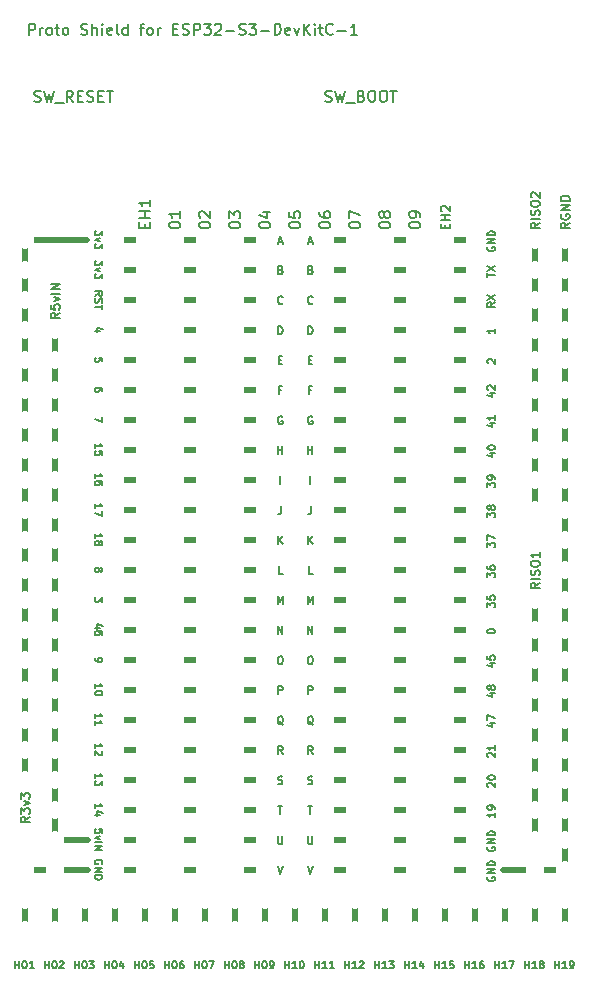
<source format=gto>
G04 #@! TF.GenerationSoftware,KiCad,Pcbnew,7.0.6*
G04 #@! TF.CreationDate,2023-07-22T12:38:10-04:00*
G04 #@! TF.ProjectId,Double Sided - ESP32-S3-DevKitC-1 Proto Shield,446f7562-6c65-4205-9369-646564202d20,rev?*
G04 #@! TF.SameCoordinates,Original*
G04 #@! TF.FileFunction,Legend,Top*
G04 #@! TF.FilePolarity,Positive*
%FSLAX46Y46*%
G04 Gerber Fmt 4.6, Leading zero omitted, Abs format (unit mm)*
G04 Created by KiCad (PCBNEW 7.0.6) date 2023-07-22 12:38:10*
%MOMM*%
%LPD*%
G01*
G04 APERTURE LIST*
%ADD10C,0.508000*%
%ADD11C,0.152400*%
%ADD12C,0.150000*%
%ADD13C,1.574800*%
%ADD14C,1.066800*%
G04 APERTURE END LIST*
D10*
X34290000Y-70104000D02*
X36830000Y-70104000D01*
X39370000Y-49784000D02*
X41910000Y-49784000D01*
X39370000Y-59944000D02*
X41910000Y-59944000D01*
X36830000Y-90424000D02*
X36830000Y-92964000D01*
X62230000Y-65024000D02*
X64770000Y-65024000D01*
X52070000Y-70104000D02*
X54610000Y-70104000D01*
X34290000Y-59944000D02*
X36830000Y-59944000D01*
X62230000Y-49784000D02*
X64770000Y-49784000D01*
X29210000Y-42164000D02*
X29210000Y-85344000D01*
X34290000Y-80264000D02*
X36830000Y-80264000D01*
X44450000Y-77724000D02*
X46990000Y-77724000D01*
X34290000Y-49784000D02*
X36830000Y-49784000D01*
X62230000Y-80264000D02*
X64770000Y-80264000D01*
X39370000Y-77724000D02*
X41910000Y-77724000D01*
X44450000Y-72644000D02*
X46990000Y-72644000D01*
X62230000Y-75184000D02*
X64770000Y-75184000D01*
X34290000Y-54864000D02*
X36830000Y-54864000D01*
X52070000Y-54864000D02*
X54610000Y-54864000D01*
X57150000Y-54864000D02*
X59690000Y-54864000D01*
X57150000Y-65024000D02*
X59690000Y-65024000D01*
X44450000Y-34544000D02*
X46990000Y-34544000D01*
X57150000Y-72644000D02*
X59690000Y-72644000D01*
X46990000Y-90424000D02*
X46990000Y-92964000D01*
X32020000Y-87884000D02*
X29210000Y-87884000D01*
X34290000Y-77724000D02*
X36830000Y-77724000D01*
X52070000Y-62484000D02*
X54610000Y-62484000D01*
X44450000Y-42164000D02*
X46990000Y-42164000D01*
X29210000Y-85344000D02*
X31980000Y-85344000D01*
X72390000Y-87884000D02*
X72390000Y-34544000D01*
X34290000Y-72644000D02*
X36830000Y-72644000D01*
X39370000Y-52324000D02*
X41910000Y-52324000D01*
X62230000Y-44704000D02*
X64770000Y-44704000D01*
X52070000Y-72644000D02*
X54610000Y-72644000D01*
X57150000Y-57404000D02*
X59690000Y-57404000D01*
X39370000Y-34544000D02*
X41910000Y-34544000D01*
X44450000Y-59944000D02*
X46990000Y-59944000D01*
X52070000Y-65024000D02*
X54610000Y-65024000D01*
X62230000Y-72644000D02*
X64770000Y-72644000D01*
X62230000Y-87884000D02*
X64770000Y-87884000D01*
X52070000Y-44704000D02*
X54610000Y-44704000D01*
X62230000Y-47244000D02*
X64770000Y-47244000D01*
X39370000Y-65024000D02*
X41910000Y-65024000D01*
X52070000Y-67564000D02*
X54610000Y-67564000D01*
X49530000Y-90424000D02*
X49530000Y-92964000D01*
X31750000Y-90424000D02*
X31750000Y-92964000D01*
X57150000Y-42164000D02*
X59690000Y-42164000D01*
X52070000Y-77724000D02*
X54610000Y-77724000D01*
X39370000Y-67564000D02*
X41910000Y-67564000D01*
X59690000Y-90424000D02*
X59690000Y-92964000D01*
D11*
X28358972Y-96180363D02*
X28358972Y-95545363D01*
X28358972Y-95847744D02*
X28721829Y-95847744D01*
X28721829Y-96180363D02*
X28721829Y-95545363D01*
X29145162Y-95545363D02*
X29205639Y-95545363D01*
X29205639Y-95545363D02*
X29266115Y-95575601D01*
X29266115Y-95575601D02*
X29296353Y-95605839D01*
X29296353Y-95605839D02*
X29326591Y-95666315D01*
X29326591Y-95666315D02*
X29356829Y-95787267D01*
X29356829Y-95787267D02*
X29356829Y-95938458D01*
X29356829Y-95938458D02*
X29326591Y-96059410D01*
X29326591Y-96059410D02*
X29296353Y-96119886D01*
X29296353Y-96119886D02*
X29266115Y-96150125D01*
X29266115Y-96150125D02*
X29205639Y-96180363D01*
X29205639Y-96180363D02*
X29145162Y-96180363D01*
X29145162Y-96180363D02*
X29084686Y-96150125D01*
X29084686Y-96150125D02*
X29054448Y-96119886D01*
X29054448Y-96119886D02*
X29024210Y-96059410D01*
X29024210Y-96059410D02*
X28993972Y-95938458D01*
X28993972Y-95938458D02*
X28993972Y-95787267D01*
X28993972Y-95787267D02*
X29024210Y-95666315D01*
X29024210Y-95666315D02*
X29054448Y-95605839D01*
X29054448Y-95605839D02*
X29084686Y-95575601D01*
X29084686Y-95575601D02*
X29145162Y-95545363D01*
X29598734Y-95605839D02*
X29628972Y-95575601D01*
X29628972Y-95575601D02*
X29689448Y-95545363D01*
X29689448Y-95545363D02*
X29840639Y-95545363D01*
X29840639Y-95545363D02*
X29901115Y-95575601D01*
X29901115Y-95575601D02*
X29931353Y-95605839D01*
X29931353Y-95605839D02*
X29961591Y-95666315D01*
X29961591Y-95666315D02*
X29961591Y-95726791D01*
X29961591Y-95726791D02*
X29931353Y-95817505D01*
X29931353Y-95817505D02*
X29568496Y-96180363D01*
X29568496Y-96180363D02*
X29961591Y-96180363D01*
D12*
X48096512Y-84984752D02*
X48096512Y-85514181D01*
X48096512Y-85514181D02*
X48127655Y-85576467D01*
X48127655Y-85576467D02*
X48158798Y-85607610D01*
X48158798Y-85607610D02*
X48221083Y-85638752D01*
X48221083Y-85638752D02*
X48345655Y-85638752D01*
X48345655Y-85638752D02*
X48407940Y-85607610D01*
X48407940Y-85607610D02*
X48439083Y-85576467D01*
X48439083Y-85576467D02*
X48470226Y-85514181D01*
X48470226Y-85514181D02*
X48470226Y-84984752D01*
D11*
X38887016Y-33278965D02*
X38887016Y-33189460D01*
X38887016Y-33189460D02*
X38931768Y-33099956D01*
X38931768Y-33099956D02*
X38976521Y-33055203D01*
X38976521Y-33055203D02*
X39066025Y-33010451D01*
X39066025Y-33010451D02*
X39245035Y-32965698D01*
X39245035Y-32965698D02*
X39468797Y-32965698D01*
X39468797Y-32965698D02*
X39647806Y-33010451D01*
X39647806Y-33010451D02*
X39737311Y-33055203D01*
X39737311Y-33055203D02*
X39782064Y-33099956D01*
X39782064Y-33099956D02*
X39826816Y-33189460D01*
X39826816Y-33189460D02*
X39826816Y-33278965D01*
X39826816Y-33278965D02*
X39782064Y-33368470D01*
X39782064Y-33368470D02*
X39737311Y-33413222D01*
X39737311Y-33413222D02*
X39647806Y-33457975D01*
X39647806Y-33457975D02*
X39468797Y-33502727D01*
X39468797Y-33502727D02*
X39245035Y-33502727D01*
X39245035Y-33502727D02*
X39066025Y-33457975D01*
X39066025Y-33457975D02*
X38976521Y-33413222D01*
X38976521Y-33413222D02*
X38931768Y-33368470D01*
X38931768Y-33368470D02*
X38887016Y-33278965D01*
X39826816Y-32070650D02*
X39826816Y-32607679D01*
X39826816Y-32339165D02*
X38887016Y-32339165D01*
X38887016Y-32339165D02*
X39021273Y-32428669D01*
X39021273Y-32428669D02*
X39110778Y-32518174D01*
X39110778Y-32518174D02*
X39155530Y-32607679D01*
D12*
X50636511Y-82444752D02*
X51010226Y-82444752D01*
X50823368Y-83098752D02*
X50823368Y-82444752D01*
D11*
X32597636Y-69918210D02*
X32597636Y-70039162D01*
X32597636Y-70039162D02*
X32627875Y-70099639D01*
X32627875Y-70099639D02*
X32658113Y-70129877D01*
X32658113Y-70129877D02*
X32748827Y-70190353D01*
X32748827Y-70190353D02*
X32869779Y-70220591D01*
X32869779Y-70220591D02*
X33111684Y-70220591D01*
X33111684Y-70220591D02*
X33172160Y-70190353D01*
X33172160Y-70190353D02*
X33202398Y-70160115D01*
X33202398Y-70160115D02*
X33232636Y-70099639D01*
X33232636Y-70099639D02*
X33232636Y-69978686D01*
X33232636Y-69978686D02*
X33202398Y-69918210D01*
X33202398Y-69918210D02*
X33172160Y-69887972D01*
X33172160Y-69887972D02*
X33111684Y-69857734D01*
X33111684Y-69857734D02*
X32960494Y-69857734D01*
X32960494Y-69857734D02*
X32900017Y-69887972D01*
X32900017Y-69887972D02*
X32869779Y-69918210D01*
X32869779Y-69918210D02*
X32839541Y-69978686D01*
X32839541Y-69978686D02*
X32839541Y-70099639D01*
X32839541Y-70099639D02*
X32869779Y-70160115D01*
X32869779Y-70160115D02*
X32900017Y-70190353D01*
X32900017Y-70190353D02*
X32960494Y-70220591D01*
X65857601Y-35092646D02*
X65827363Y-35153122D01*
X65827363Y-35153122D02*
X65827363Y-35243836D01*
X65827363Y-35243836D02*
X65857601Y-35334551D01*
X65857601Y-35334551D02*
X65918077Y-35395027D01*
X65918077Y-35395027D02*
X65978553Y-35425265D01*
X65978553Y-35425265D02*
X66099505Y-35455503D01*
X66099505Y-35455503D02*
X66190220Y-35455503D01*
X66190220Y-35455503D02*
X66311172Y-35425265D01*
X66311172Y-35425265D02*
X66371648Y-35395027D01*
X66371648Y-35395027D02*
X66432125Y-35334551D01*
X66432125Y-35334551D02*
X66462363Y-35243836D01*
X66462363Y-35243836D02*
X66462363Y-35183360D01*
X66462363Y-35183360D02*
X66432125Y-35092646D01*
X66432125Y-35092646D02*
X66401886Y-35062408D01*
X66401886Y-35062408D02*
X66190220Y-35062408D01*
X66190220Y-35062408D02*
X66190220Y-35183360D01*
X66462363Y-34790265D02*
X65827363Y-34790265D01*
X65827363Y-34790265D02*
X66462363Y-34427408D01*
X66462363Y-34427408D02*
X65827363Y-34427408D01*
X66462363Y-34125027D02*
X65827363Y-34125027D01*
X65827363Y-34125027D02*
X65827363Y-33973837D01*
X65827363Y-33973837D02*
X65857601Y-33883122D01*
X65857601Y-33883122D02*
X65918077Y-33822646D01*
X65918077Y-33822646D02*
X65978553Y-33792408D01*
X65978553Y-33792408D02*
X66099505Y-33762170D01*
X66099505Y-33762170D02*
X66190220Y-33762170D01*
X66190220Y-33762170D02*
X66311172Y-33792408D01*
X66311172Y-33792408D02*
X66371648Y-33822646D01*
X66371648Y-33822646D02*
X66432125Y-33883122D01*
X66432125Y-33883122D02*
X66462363Y-33973837D01*
X66462363Y-33973837D02*
X66462363Y-34125027D01*
X66462363Y-82989789D02*
X66462363Y-83352646D01*
X66462363Y-83171218D02*
X65827363Y-83171218D01*
X65827363Y-83171218D02*
X65918077Y-83231694D01*
X65918077Y-83231694D02*
X65978553Y-83292170D01*
X65978553Y-83292170D02*
X66008791Y-83352646D01*
X66462363Y-82687408D02*
X66462363Y-82566456D01*
X66462363Y-82566456D02*
X66432125Y-82505979D01*
X66432125Y-82505979D02*
X66401886Y-82475741D01*
X66401886Y-82475741D02*
X66311172Y-82415265D01*
X66311172Y-82415265D02*
X66190220Y-82385027D01*
X66190220Y-82385027D02*
X65948315Y-82385027D01*
X65948315Y-82385027D02*
X65887839Y-82415265D01*
X65887839Y-82415265D02*
X65857601Y-82445503D01*
X65857601Y-82445503D02*
X65827363Y-82505979D01*
X65827363Y-82505979D02*
X65827363Y-82626932D01*
X65827363Y-82626932D02*
X65857601Y-82687408D01*
X65857601Y-82687408D02*
X65887839Y-82717646D01*
X65887839Y-82717646D02*
X65948315Y-82747884D01*
X65948315Y-82747884D02*
X66099505Y-82747884D01*
X66099505Y-82747884D02*
X66159982Y-82717646D01*
X66159982Y-82717646D02*
X66190220Y-82687408D01*
X66190220Y-82687408D02*
X66220458Y-82626932D01*
X66220458Y-82626932D02*
X66220458Y-82505979D01*
X66220458Y-82505979D02*
X66190220Y-82445503D01*
X66190220Y-82445503D02*
X66159982Y-82415265D01*
X66159982Y-82415265D02*
X66099505Y-82385027D01*
X56298972Y-96180363D02*
X56298972Y-95545363D01*
X56298972Y-95847744D02*
X56661829Y-95847744D01*
X56661829Y-96180363D02*
X56661829Y-95545363D01*
X57296829Y-96180363D02*
X56933972Y-96180363D01*
X57115400Y-96180363D02*
X57115400Y-95545363D01*
X57115400Y-95545363D02*
X57054924Y-95636077D01*
X57054924Y-95636077D02*
X56994448Y-95696553D01*
X56994448Y-95696553D02*
X56933972Y-95726791D01*
X57508496Y-95545363D02*
X57901591Y-95545363D01*
X57901591Y-95545363D02*
X57689924Y-95787267D01*
X57689924Y-95787267D02*
X57780639Y-95787267D01*
X57780639Y-95787267D02*
X57841115Y-95817505D01*
X57841115Y-95817505D02*
X57871353Y-95847744D01*
X57871353Y-95847744D02*
X57901591Y-95908220D01*
X57901591Y-95908220D02*
X57901591Y-96059410D01*
X57901591Y-96059410D02*
X57871353Y-96119886D01*
X57871353Y-96119886D02*
X57841115Y-96150125D01*
X57841115Y-96150125D02*
X57780639Y-96180363D01*
X57780639Y-96180363D02*
X57599210Y-96180363D01*
X57599210Y-96180363D02*
X57538734Y-96150125D01*
X57538734Y-96150125D02*
X57508496Y-96119886D01*
X32597636Y-57218210D02*
X32597636Y-56855353D01*
X32597636Y-57036781D02*
X33232636Y-57036781D01*
X33232636Y-57036781D02*
X33141922Y-56976305D01*
X33141922Y-56976305D02*
X33081446Y-56915829D01*
X33081446Y-56915829D02*
X33051208Y-56855353D01*
X33232636Y-57429877D02*
X33232636Y-57853210D01*
X33232636Y-57853210D02*
X32597636Y-57581067D01*
X66039029Y-70350265D02*
X66462363Y-70350265D01*
X65797125Y-70501456D02*
X66250696Y-70652646D01*
X66250696Y-70652646D02*
X66250696Y-70259551D01*
X65827363Y-69715265D02*
X65827363Y-70017646D01*
X65827363Y-70017646D02*
X66129744Y-70047884D01*
X66129744Y-70047884D02*
X66099505Y-70017646D01*
X66099505Y-70017646D02*
X66069267Y-69957170D01*
X66069267Y-69957170D02*
X66069267Y-69805979D01*
X66069267Y-69805979D02*
X66099505Y-69745503D01*
X66099505Y-69745503D02*
X66129744Y-69715265D01*
X66129744Y-69715265D02*
X66190220Y-69685027D01*
X66190220Y-69685027D02*
X66341410Y-69685027D01*
X66341410Y-69685027D02*
X66401886Y-69715265D01*
X66401886Y-69715265D02*
X66432125Y-69745503D01*
X66432125Y-69745503D02*
X66462363Y-69805979D01*
X66462363Y-69805979D02*
X66462363Y-69957170D01*
X66462363Y-69957170D02*
X66432125Y-70017646D01*
X66432125Y-70017646D02*
X66401886Y-70047884D01*
X63918972Y-96180363D02*
X63918972Y-95545363D01*
X63918972Y-95847744D02*
X64281829Y-95847744D01*
X64281829Y-96180363D02*
X64281829Y-95545363D01*
X64916829Y-96180363D02*
X64553972Y-96180363D01*
X64735400Y-96180363D02*
X64735400Y-95545363D01*
X64735400Y-95545363D02*
X64674924Y-95636077D01*
X64674924Y-95636077D02*
X64614448Y-95696553D01*
X64614448Y-95696553D02*
X64553972Y-95726791D01*
X65461115Y-95545363D02*
X65340162Y-95545363D01*
X65340162Y-95545363D02*
X65279686Y-95575601D01*
X65279686Y-95575601D02*
X65249448Y-95605839D01*
X65249448Y-95605839D02*
X65188972Y-95696553D01*
X65188972Y-95696553D02*
X65158734Y-95817505D01*
X65158734Y-95817505D02*
X65158734Y-96059410D01*
X65158734Y-96059410D02*
X65188972Y-96119886D01*
X65188972Y-96119886D02*
X65219210Y-96150125D01*
X65219210Y-96150125D02*
X65279686Y-96180363D01*
X65279686Y-96180363D02*
X65400639Y-96180363D01*
X65400639Y-96180363D02*
X65461115Y-96150125D01*
X65461115Y-96150125D02*
X65491353Y-96119886D01*
X65491353Y-96119886D02*
X65521591Y-96059410D01*
X65521591Y-96059410D02*
X65521591Y-95908220D01*
X65521591Y-95908220D02*
X65491353Y-95847744D01*
X65491353Y-95847744D02*
X65461115Y-95817505D01*
X65461115Y-95817505D02*
X65400639Y-95787267D01*
X65400639Y-95787267D02*
X65279686Y-95787267D01*
X65279686Y-95787267D02*
X65219210Y-95817505D01*
X65219210Y-95817505D02*
X65188972Y-95847744D01*
X65188972Y-95847744D02*
X65158734Y-95908220D01*
X32960494Y-62358686D02*
X32990732Y-62298210D01*
X32990732Y-62298210D02*
X33020970Y-62267972D01*
X33020970Y-62267972D02*
X33081446Y-62237734D01*
X33081446Y-62237734D02*
X33111684Y-62237734D01*
X33111684Y-62237734D02*
X33172160Y-62267972D01*
X33172160Y-62267972D02*
X33202398Y-62298210D01*
X33202398Y-62298210D02*
X33232636Y-62358686D01*
X33232636Y-62358686D02*
X33232636Y-62479639D01*
X33232636Y-62479639D02*
X33202398Y-62540115D01*
X33202398Y-62540115D02*
X33172160Y-62570353D01*
X33172160Y-62570353D02*
X33111684Y-62600591D01*
X33111684Y-62600591D02*
X33081446Y-62600591D01*
X33081446Y-62600591D02*
X33020970Y-62570353D01*
X33020970Y-62570353D02*
X32990732Y-62540115D01*
X32990732Y-62540115D02*
X32960494Y-62479639D01*
X32960494Y-62479639D02*
X32960494Y-62358686D01*
X32960494Y-62358686D02*
X32930255Y-62298210D01*
X32930255Y-62298210D02*
X32900017Y-62267972D01*
X32900017Y-62267972D02*
X32839541Y-62237734D01*
X32839541Y-62237734D02*
X32718589Y-62237734D01*
X32718589Y-62237734D02*
X32658113Y-62267972D01*
X32658113Y-62267972D02*
X32627875Y-62298210D01*
X32627875Y-62298210D02*
X32597636Y-62358686D01*
X32597636Y-62358686D02*
X32597636Y-62479639D01*
X32597636Y-62479639D02*
X32627875Y-62540115D01*
X32627875Y-62540115D02*
X32658113Y-62570353D01*
X32658113Y-62570353D02*
X32718589Y-62600591D01*
X32718589Y-62600591D02*
X32839541Y-62600591D01*
X32839541Y-62600591D02*
X32900017Y-62570353D01*
X32900017Y-62570353D02*
X32930255Y-62540115D01*
X32930255Y-62540115D02*
X32960494Y-62479639D01*
X62235645Y-33500308D02*
X62235645Y-33246308D01*
X62634788Y-33137451D02*
X62634788Y-33500308D01*
X62634788Y-33500308D02*
X61872788Y-33500308D01*
X61872788Y-33500308D02*
X61872788Y-33137451D01*
X62634788Y-32810879D02*
X61872788Y-32810879D01*
X62235645Y-32810879D02*
X62235645Y-32375450D01*
X62634788Y-32375450D02*
X61872788Y-32375450D01*
X61945360Y-32048879D02*
X61909074Y-32012593D01*
X61909074Y-32012593D02*
X61872788Y-31940022D01*
X61872788Y-31940022D02*
X61872788Y-31758593D01*
X61872788Y-31758593D02*
X61909074Y-31686022D01*
X61909074Y-31686022D02*
X61945360Y-31649736D01*
X61945360Y-31649736D02*
X62017931Y-31613450D01*
X62017931Y-31613450D02*
X62090503Y-31613450D01*
X62090503Y-31613450D02*
X62199360Y-31649736D01*
X62199360Y-31649736D02*
X62634788Y-32085164D01*
X62634788Y-32085164D02*
X62634788Y-31613450D01*
D12*
X51025797Y-62778752D02*
X50714369Y-62778752D01*
X50714369Y-62778752D02*
X50714369Y-62124752D01*
X48376797Y-57044752D02*
X48376797Y-57511895D01*
X48376797Y-57511895D02*
X48345654Y-57605324D01*
X48345654Y-57605324D02*
X48283368Y-57667610D01*
X48283368Y-57667610D02*
X48189940Y-57698752D01*
X48189940Y-57698752D02*
X48127654Y-57698752D01*
D11*
X41058972Y-96180363D02*
X41058972Y-95545363D01*
X41058972Y-95847744D02*
X41421829Y-95847744D01*
X41421829Y-96180363D02*
X41421829Y-95545363D01*
X41845162Y-95545363D02*
X41905639Y-95545363D01*
X41905639Y-95545363D02*
X41966115Y-95575601D01*
X41966115Y-95575601D02*
X41996353Y-95605839D01*
X41996353Y-95605839D02*
X42026591Y-95666315D01*
X42026591Y-95666315D02*
X42056829Y-95787267D01*
X42056829Y-95787267D02*
X42056829Y-95938458D01*
X42056829Y-95938458D02*
X42026591Y-96059410D01*
X42026591Y-96059410D02*
X41996353Y-96119886D01*
X41996353Y-96119886D02*
X41966115Y-96150125D01*
X41966115Y-96150125D02*
X41905639Y-96180363D01*
X41905639Y-96180363D02*
X41845162Y-96180363D01*
X41845162Y-96180363D02*
X41784686Y-96150125D01*
X41784686Y-96150125D02*
X41754448Y-96119886D01*
X41754448Y-96119886D02*
X41724210Y-96059410D01*
X41724210Y-96059410D02*
X41693972Y-95938458D01*
X41693972Y-95938458D02*
X41693972Y-95787267D01*
X41693972Y-95787267D02*
X41724210Y-95666315D01*
X41724210Y-95666315D02*
X41754448Y-95605839D01*
X41754448Y-95605839D02*
X41784686Y-95575601D01*
X41784686Y-95575601D02*
X41845162Y-95545363D01*
X42268496Y-95545363D02*
X42691829Y-95545363D01*
X42691829Y-95545363D02*
X42419686Y-96180363D01*
X61378972Y-96180363D02*
X61378972Y-95545363D01*
X61378972Y-95847744D02*
X61741829Y-95847744D01*
X61741829Y-96180363D02*
X61741829Y-95545363D01*
X62376829Y-96180363D02*
X62013972Y-96180363D01*
X62195400Y-96180363D02*
X62195400Y-95545363D01*
X62195400Y-95545363D02*
X62134924Y-95636077D01*
X62134924Y-95636077D02*
X62074448Y-95696553D01*
X62074448Y-95696553D02*
X62013972Y-95726791D01*
X62951353Y-95545363D02*
X62648972Y-95545363D01*
X62648972Y-95545363D02*
X62618734Y-95847744D01*
X62618734Y-95847744D02*
X62648972Y-95817505D01*
X62648972Y-95817505D02*
X62709448Y-95787267D01*
X62709448Y-95787267D02*
X62860639Y-95787267D01*
X62860639Y-95787267D02*
X62921115Y-95817505D01*
X62921115Y-95817505D02*
X62951353Y-95847744D01*
X62951353Y-95847744D02*
X62981591Y-95908220D01*
X62981591Y-95908220D02*
X62981591Y-96059410D01*
X62981591Y-96059410D02*
X62951353Y-96119886D01*
X62951353Y-96119886D02*
X62921115Y-96150125D01*
X62921115Y-96150125D02*
X62860639Y-96180363D01*
X62860639Y-96180363D02*
X62709448Y-96180363D01*
X62709448Y-96180363D02*
X62648972Y-96150125D01*
X62648972Y-96150125D02*
X62618734Y-96119886D01*
X66039029Y-50030265D02*
X66462363Y-50030265D01*
X65797125Y-50181456D02*
X66250696Y-50332646D01*
X66250696Y-50332646D02*
X66250696Y-49939551D01*
X66462363Y-49365027D02*
X66462363Y-49727884D01*
X66462363Y-49546456D02*
X65827363Y-49546456D01*
X65827363Y-49546456D02*
X65918077Y-49606932D01*
X65918077Y-49606932D02*
X65978553Y-49667408D01*
X65978553Y-49667408D02*
X66008791Y-49727884D01*
D12*
X50683226Y-44656181D02*
X50901226Y-44656181D01*
X50994654Y-44998752D02*
X50683226Y-44998752D01*
X50683226Y-44998752D02*
X50683226Y-44344752D01*
X50683226Y-44344752D02*
X50994654Y-44344752D01*
D11*
X27074788Y-83356879D02*
X26711931Y-83610879D01*
X27074788Y-83792308D02*
X26312788Y-83792308D01*
X26312788Y-83792308D02*
X26312788Y-83502022D01*
X26312788Y-83502022D02*
X26349074Y-83429451D01*
X26349074Y-83429451D02*
X26385360Y-83393165D01*
X26385360Y-83393165D02*
X26457931Y-83356879D01*
X26457931Y-83356879D02*
X26566788Y-83356879D01*
X26566788Y-83356879D02*
X26639360Y-83393165D01*
X26639360Y-83393165D02*
X26675645Y-83429451D01*
X26675645Y-83429451D02*
X26711931Y-83502022D01*
X26711931Y-83502022D02*
X26711931Y-83792308D01*
X26312788Y-83102879D02*
X26312788Y-82631165D01*
X26312788Y-82631165D02*
X26603074Y-82885165D01*
X26603074Y-82885165D02*
X26603074Y-82776308D01*
X26603074Y-82776308D02*
X26639360Y-82703737D01*
X26639360Y-82703737D02*
X26675645Y-82667451D01*
X26675645Y-82667451D02*
X26748217Y-82631165D01*
X26748217Y-82631165D02*
X26929645Y-82631165D01*
X26929645Y-82631165D02*
X27002217Y-82667451D01*
X27002217Y-82667451D02*
X27038503Y-82703737D01*
X27038503Y-82703737D02*
X27074788Y-82776308D01*
X27074788Y-82776308D02*
X27074788Y-82994022D01*
X27074788Y-82994022D02*
X27038503Y-83066594D01*
X27038503Y-83066594D02*
X27002217Y-83102879D01*
X26566788Y-82377165D02*
X27074788Y-82195737D01*
X27074788Y-82195737D02*
X26566788Y-82014308D01*
X26312788Y-81796594D02*
X26312788Y-81324880D01*
X26312788Y-81324880D02*
X26603074Y-81578880D01*
X26603074Y-81578880D02*
X26603074Y-81470023D01*
X26603074Y-81470023D02*
X26639360Y-81397452D01*
X26639360Y-81397452D02*
X26675645Y-81361166D01*
X26675645Y-81361166D02*
X26748217Y-81324880D01*
X26748217Y-81324880D02*
X26929645Y-81324880D01*
X26929645Y-81324880D02*
X27002217Y-81361166D01*
X27002217Y-81361166D02*
X27038503Y-81397452D01*
X27038503Y-81397452D02*
X27074788Y-81470023D01*
X27074788Y-81470023D02*
X27074788Y-81687737D01*
X27074788Y-81687737D02*
X27038503Y-81760309D01*
X27038503Y-81760309D02*
X27002217Y-81796594D01*
D12*
X48221083Y-69744752D02*
X48345655Y-69744752D01*
X48345655Y-69744752D02*
X48407940Y-69775895D01*
X48407940Y-69775895D02*
X48470226Y-69838181D01*
X48470226Y-69838181D02*
X48501369Y-69962752D01*
X48501369Y-69962752D02*
X48501369Y-70180752D01*
X48501369Y-70180752D02*
X48470226Y-70305324D01*
X48470226Y-70305324D02*
X48407940Y-70367610D01*
X48407940Y-70367610D02*
X48345655Y-70398752D01*
X48345655Y-70398752D02*
X48221083Y-70398752D01*
X48221083Y-70398752D02*
X48158798Y-70367610D01*
X48158798Y-70367610D02*
X48096512Y-70305324D01*
X48096512Y-70305324D02*
X48065369Y-70180752D01*
X48065369Y-70180752D02*
X48065369Y-69962752D01*
X48065369Y-69962752D02*
X48096512Y-69838181D01*
X48096512Y-69838181D02*
X48158798Y-69775895D01*
X48158798Y-69775895D02*
X48221083Y-69744752D01*
D11*
X32597636Y-52138210D02*
X32597636Y-51775353D01*
X32597636Y-51956781D02*
X33232636Y-51956781D01*
X33232636Y-51956781D02*
X33141922Y-51896305D01*
X33141922Y-51896305D02*
X33081446Y-51835829D01*
X33081446Y-51835829D02*
X33051208Y-51775353D01*
X33232636Y-52712734D02*
X33232636Y-52410353D01*
X33232636Y-52410353D02*
X32930255Y-52380115D01*
X32930255Y-52380115D02*
X32960494Y-52410353D01*
X32960494Y-52410353D02*
X32990732Y-52470829D01*
X32990732Y-52470829D02*
X32990732Y-52622020D01*
X32990732Y-52622020D02*
X32960494Y-52682496D01*
X32960494Y-52682496D02*
X32930255Y-52712734D01*
X32930255Y-52712734D02*
X32869779Y-52742972D01*
X32869779Y-52742972D02*
X32718589Y-52742972D01*
X32718589Y-52742972D02*
X32658113Y-52712734D01*
X32658113Y-52712734D02*
X32627875Y-52682496D01*
X32627875Y-52682496D02*
X32597636Y-52622020D01*
X32597636Y-52622020D02*
X32597636Y-52470829D01*
X32597636Y-52470829D02*
X32627875Y-52410353D01*
X32627875Y-52410353D02*
X32658113Y-52380115D01*
X46138972Y-96180363D02*
X46138972Y-95545363D01*
X46138972Y-95847744D02*
X46501829Y-95847744D01*
X46501829Y-96180363D02*
X46501829Y-95545363D01*
X46925162Y-95545363D02*
X46985639Y-95545363D01*
X46985639Y-95545363D02*
X47046115Y-95575601D01*
X47046115Y-95575601D02*
X47076353Y-95605839D01*
X47076353Y-95605839D02*
X47106591Y-95666315D01*
X47106591Y-95666315D02*
X47136829Y-95787267D01*
X47136829Y-95787267D02*
X47136829Y-95938458D01*
X47136829Y-95938458D02*
X47106591Y-96059410D01*
X47106591Y-96059410D02*
X47076353Y-96119886D01*
X47076353Y-96119886D02*
X47046115Y-96150125D01*
X47046115Y-96150125D02*
X46985639Y-96180363D01*
X46985639Y-96180363D02*
X46925162Y-96180363D01*
X46925162Y-96180363D02*
X46864686Y-96150125D01*
X46864686Y-96150125D02*
X46834448Y-96119886D01*
X46834448Y-96119886D02*
X46804210Y-96059410D01*
X46804210Y-96059410D02*
X46773972Y-95938458D01*
X46773972Y-95938458D02*
X46773972Y-95787267D01*
X46773972Y-95787267D02*
X46804210Y-95666315D01*
X46804210Y-95666315D02*
X46834448Y-95605839D01*
X46834448Y-95605839D02*
X46864686Y-95575601D01*
X46864686Y-95575601D02*
X46925162Y-95545363D01*
X47439210Y-96180363D02*
X47560162Y-96180363D01*
X47560162Y-96180363D02*
X47620639Y-96150125D01*
X47620639Y-96150125D02*
X47650877Y-96119886D01*
X47650877Y-96119886D02*
X47711353Y-96029172D01*
X47711353Y-96029172D02*
X47741591Y-95908220D01*
X47741591Y-95908220D02*
X47741591Y-95666315D01*
X47741591Y-95666315D02*
X47711353Y-95605839D01*
X47711353Y-95605839D02*
X47681115Y-95575601D01*
X47681115Y-95575601D02*
X47620639Y-95545363D01*
X47620639Y-95545363D02*
X47499686Y-95545363D01*
X47499686Y-95545363D02*
X47439210Y-95575601D01*
X47439210Y-95575601D02*
X47408972Y-95605839D01*
X47408972Y-95605839D02*
X47378734Y-95666315D01*
X47378734Y-95666315D02*
X47378734Y-95817505D01*
X47378734Y-95817505D02*
X47408972Y-95877982D01*
X47408972Y-95877982D02*
X47439210Y-95908220D01*
X47439210Y-95908220D02*
X47499686Y-95938458D01*
X47499686Y-95938458D02*
X47620639Y-95938458D01*
X47620639Y-95938458D02*
X47681115Y-95908220D01*
X47681115Y-95908220D02*
X47711353Y-95877982D01*
X47711353Y-95877982D02*
X47741591Y-95817505D01*
D12*
X50916797Y-57044752D02*
X50916797Y-57511895D01*
X50916797Y-57511895D02*
X50885654Y-57605324D01*
X50885654Y-57605324D02*
X50823368Y-57667610D01*
X50823368Y-57667610D02*
X50729940Y-57698752D01*
X50729940Y-57698752D02*
X50667654Y-57698752D01*
D11*
X25818972Y-96180363D02*
X25818972Y-95545363D01*
X25818972Y-95847744D02*
X26181829Y-95847744D01*
X26181829Y-96180363D02*
X26181829Y-95545363D01*
X26605162Y-95545363D02*
X26665639Y-95545363D01*
X26665639Y-95545363D02*
X26726115Y-95575601D01*
X26726115Y-95575601D02*
X26756353Y-95605839D01*
X26756353Y-95605839D02*
X26786591Y-95666315D01*
X26786591Y-95666315D02*
X26816829Y-95787267D01*
X26816829Y-95787267D02*
X26816829Y-95938458D01*
X26816829Y-95938458D02*
X26786591Y-96059410D01*
X26786591Y-96059410D02*
X26756353Y-96119886D01*
X26756353Y-96119886D02*
X26726115Y-96150125D01*
X26726115Y-96150125D02*
X26665639Y-96180363D01*
X26665639Y-96180363D02*
X26605162Y-96180363D01*
X26605162Y-96180363D02*
X26544686Y-96150125D01*
X26544686Y-96150125D02*
X26514448Y-96119886D01*
X26514448Y-96119886D02*
X26484210Y-96059410D01*
X26484210Y-96059410D02*
X26453972Y-95938458D01*
X26453972Y-95938458D02*
X26453972Y-95787267D01*
X26453972Y-95787267D02*
X26484210Y-95666315D01*
X26484210Y-95666315D02*
X26514448Y-95605839D01*
X26514448Y-95605839D02*
X26544686Y-95575601D01*
X26544686Y-95575601D02*
X26605162Y-95545363D01*
X27421591Y-96180363D02*
X27058734Y-96180363D01*
X27240162Y-96180363D02*
X27240162Y-95545363D01*
X27240162Y-95545363D02*
X27179686Y-95636077D01*
X27179686Y-95636077D02*
X27119210Y-95696553D01*
X27119210Y-95696553D02*
X27058734Y-95726791D01*
X49047016Y-33278965D02*
X49047016Y-33189460D01*
X49047016Y-33189460D02*
X49091768Y-33099956D01*
X49091768Y-33099956D02*
X49136521Y-33055203D01*
X49136521Y-33055203D02*
X49226025Y-33010451D01*
X49226025Y-33010451D02*
X49405035Y-32965698D01*
X49405035Y-32965698D02*
X49628797Y-32965698D01*
X49628797Y-32965698D02*
X49807806Y-33010451D01*
X49807806Y-33010451D02*
X49897311Y-33055203D01*
X49897311Y-33055203D02*
X49942064Y-33099956D01*
X49942064Y-33099956D02*
X49986816Y-33189460D01*
X49986816Y-33189460D02*
X49986816Y-33278965D01*
X49986816Y-33278965D02*
X49942064Y-33368470D01*
X49942064Y-33368470D02*
X49897311Y-33413222D01*
X49897311Y-33413222D02*
X49807806Y-33457975D01*
X49807806Y-33457975D02*
X49628797Y-33502727D01*
X49628797Y-33502727D02*
X49405035Y-33502727D01*
X49405035Y-33502727D02*
X49226025Y-33457975D01*
X49226025Y-33457975D02*
X49136521Y-33413222D01*
X49136521Y-33413222D02*
X49091768Y-33368470D01*
X49091768Y-33368470D02*
X49047016Y-33278965D01*
X49047016Y-32115403D02*
X49047016Y-32562927D01*
X49047016Y-32562927D02*
X49494540Y-32607679D01*
X49494540Y-32607679D02*
X49449787Y-32562927D01*
X49449787Y-32562927D02*
X49405035Y-32473422D01*
X49405035Y-32473422D02*
X49405035Y-32249660D01*
X49405035Y-32249660D02*
X49449787Y-32160155D01*
X49449787Y-32160155D02*
X49494540Y-32115403D01*
X49494540Y-32115403D02*
X49584044Y-32070650D01*
X49584044Y-32070650D02*
X49807806Y-32070650D01*
X49807806Y-32070650D02*
X49897311Y-32115403D01*
X49897311Y-32115403D02*
X49942064Y-32160155D01*
X49942064Y-32160155D02*
X49986816Y-32249660D01*
X49986816Y-32249660D02*
X49986816Y-32473422D01*
X49986816Y-32473422D02*
X49942064Y-32562927D01*
X49942064Y-32562927D02*
X49897311Y-32607679D01*
X65827363Y-67659075D02*
X65827363Y-67598598D01*
X65827363Y-67598598D02*
X65857601Y-67538122D01*
X65857601Y-67538122D02*
X65887839Y-67507884D01*
X65887839Y-67507884D02*
X65948315Y-67477646D01*
X65948315Y-67477646D02*
X66069267Y-67447408D01*
X66069267Y-67447408D02*
X66220458Y-67447408D01*
X66220458Y-67447408D02*
X66341410Y-67477646D01*
X66341410Y-67477646D02*
X66401886Y-67507884D01*
X66401886Y-67507884D02*
X66432125Y-67538122D01*
X66432125Y-67538122D02*
X66462363Y-67598598D01*
X66462363Y-67598598D02*
X66462363Y-67659075D01*
X66462363Y-67659075D02*
X66432125Y-67719551D01*
X66432125Y-67719551D02*
X66401886Y-67749789D01*
X66401886Y-67749789D02*
X66341410Y-67780027D01*
X66341410Y-67780027D02*
X66220458Y-67810265D01*
X66220458Y-67810265D02*
X66069267Y-67810265D01*
X66069267Y-67810265D02*
X65948315Y-67780027D01*
X65948315Y-67780027D02*
X65887839Y-67749789D01*
X65887839Y-67749789D02*
X65857601Y-67719551D01*
X65857601Y-67719551D02*
X65827363Y-67659075D01*
D12*
X48485797Y-62778752D02*
X48174369Y-62778752D01*
X48174369Y-62778752D02*
X48174369Y-62124752D01*
D11*
X66039029Y-72890265D02*
X66462363Y-72890265D01*
X65797125Y-73041456D02*
X66250696Y-73192646D01*
X66250696Y-73192646D02*
X66250696Y-72799551D01*
X66099505Y-72466932D02*
X66069267Y-72527408D01*
X66069267Y-72527408D02*
X66039029Y-72557646D01*
X66039029Y-72557646D02*
X65978553Y-72587884D01*
X65978553Y-72587884D02*
X65948315Y-72587884D01*
X65948315Y-72587884D02*
X65887839Y-72557646D01*
X65887839Y-72557646D02*
X65857601Y-72527408D01*
X65857601Y-72527408D02*
X65827363Y-72466932D01*
X65827363Y-72466932D02*
X65827363Y-72345979D01*
X65827363Y-72345979D02*
X65857601Y-72285503D01*
X65857601Y-72285503D02*
X65887839Y-72255265D01*
X65887839Y-72255265D02*
X65948315Y-72225027D01*
X65948315Y-72225027D02*
X65978553Y-72225027D01*
X65978553Y-72225027D02*
X66039029Y-72255265D01*
X66039029Y-72255265D02*
X66069267Y-72285503D01*
X66069267Y-72285503D02*
X66099505Y-72345979D01*
X66099505Y-72345979D02*
X66099505Y-72466932D01*
X66099505Y-72466932D02*
X66129744Y-72527408D01*
X66129744Y-72527408D02*
X66159982Y-72557646D01*
X66159982Y-72557646D02*
X66220458Y-72587884D01*
X66220458Y-72587884D02*
X66341410Y-72587884D01*
X66341410Y-72587884D02*
X66401886Y-72557646D01*
X66401886Y-72557646D02*
X66432125Y-72527408D01*
X66432125Y-72527408D02*
X66462363Y-72466932D01*
X66462363Y-72466932D02*
X66462363Y-72345979D01*
X66462363Y-72345979D02*
X66432125Y-72285503D01*
X66432125Y-72285503D02*
X66401886Y-72255265D01*
X66401886Y-72255265D02*
X66341410Y-72225027D01*
X66341410Y-72225027D02*
X66220458Y-72225027D01*
X66220458Y-72225027D02*
X66159982Y-72255265D01*
X66159982Y-72255265D02*
X66129744Y-72285503D01*
X66129744Y-72285503D02*
X66099505Y-72345979D01*
X33232636Y-47300115D02*
X33232636Y-47179162D01*
X33232636Y-47179162D02*
X33202398Y-47118686D01*
X33202398Y-47118686D02*
X33172160Y-47088448D01*
X33172160Y-47088448D02*
X33081446Y-47027972D01*
X33081446Y-47027972D02*
X32960494Y-46997734D01*
X32960494Y-46997734D02*
X32718589Y-46997734D01*
X32718589Y-46997734D02*
X32658113Y-47027972D01*
X32658113Y-47027972D02*
X32627875Y-47058210D01*
X32627875Y-47058210D02*
X32597636Y-47118686D01*
X32597636Y-47118686D02*
X32597636Y-47239639D01*
X32597636Y-47239639D02*
X32627875Y-47300115D01*
X32627875Y-47300115D02*
X32658113Y-47330353D01*
X32658113Y-47330353D02*
X32718589Y-47360591D01*
X32718589Y-47360591D02*
X32869779Y-47360591D01*
X32869779Y-47360591D02*
X32930255Y-47330353D01*
X32930255Y-47330353D02*
X32960494Y-47300115D01*
X32960494Y-47300115D02*
X32990732Y-47239639D01*
X32990732Y-47239639D02*
X32990732Y-47118686D01*
X32990732Y-47118686D02*
X32960494Y-47058210D01*
X32960494Y-47058210D02*
X32930255Y-47027972D01*
X32930255Y-47027972D02*
X32869779Y-46997734D01*
X65857601Y-85892646D02*
X65827363Y-85953122D01*
X65827363Y-85953122D02*
X65827363Y-86043836D01*
X65827363Y-86043836D02*
X65857601Y-86134551D01*
X65857601Y-86134551D02*
X65918077Y-86195027D01*
X65918077Y-86195027D02*
X65978553Y-86225265D01*
X65978553Y-86225265D02*
X66099505Y-86255503D01*
X66099505Y-86255503D02*
X66190220Y-86255503D01*
X66190220Y-86255503D02*
X66311172Y-86225265D01*
X66311172Y-86225265D02*
X66371648Y-86195027D01*
X66371648Y-86195027D02*
X66432125Y-86134551D01*
X66432125Y-86134551D02*
X66462363Y-86043836D01*
X66462363Y-86043836D02*
X66462363Y-85983360D01*
X66462363Y-85983360D02*
X66432125Y-85892646D01*
X66432125Y-85892646D02*
X66401886Y-85862408D01*
X66401886Y-85862408D02*
X66190220Y-85862408D01*
X66190220Y-85862408D02*
X66190220Y-85983360D01*
X66462363Y-85590265D02*
X65827363Y-85590265D01*
X65827363Y-85590265D02*
X66462363Y-85227408D01*
X66462363Y-85227408D02*
X65827363Y-85227408D01*
X66462363Y-84925027D02*
X65827363Y-84925027D01*
X65827363Y-84925027D02*
X65827363Y-84773837D01*
X65827363Y-84773837D02*
X65857601Y-84683122D01*
X65857601Y-84683122D02*
X65918077Y-84622646D01*
X65918077Y-84622646D02*
X65978553Y-84592408D01*
X65978553Y-84592408D02*
X66099505Y-84562170D01*
X66099505Y-84562170D02*
X66190220Y-84562170D01*
X66190220Y-84562170D02*
X66311172Y-84592408D01*
X66311172Y-84592408D02*
X66371648Y-84622646D01*
X66371648Y-84622646D02*
X66432125Y-84683122D01*
X66432125Y-84683122D02*
X66462363Y-84773837D01*
X66462363Y-84773837D02*
X66462363Y-84925027D01*
X26994024Y-17149061D02*
X26994024Y-16209261D01*
X26994024Y-16209261D02*
X27352043Y-16209261D01*
X27352043Y-16209261D02*
X27441548Y-16254013D01*
X27441548Y-16254013D02*
X27486301Y-16298766D01*
X27486301Y-16298766D02*
X27531053Y-16388270D01*
X27531053Y-16388270D02*
X27531053Y-16522528D01*
X27531053Y-16522528D02*
X27486301Y-16612032D01*
X27486301Y-16612032D02*
X27441548Y-16656785D01*
X27441548Y-16656785D02*
X27352043Y-16701537D01*
X27352043Y-16701537D02*
X26994024Y-16701537D01*
X27933824Y-17149061D02*
X27933824Y-16522528D01*
X27933824Y-16701537D02*
X27978577Y-16612032D01*
X27978577Y-16612032D02*
X28023329Y-16567280D01*
X28023329Y-16567280D02*
X28112834Y-16522528D01*
X28112834Y-16522528D02*
X28202339Y-16522528D01*
X28649863Y-17149061D02*
X28560358Y-17104309D01*
X28560358Y-17104309D02*
X28515605Y-17059556D01*
X28515605Y-17059556D02*
X28470853Y-16970051D01*
X28470853Y-16970051D02*
X28470853Y-16701537D01*
X28470853Y-16701537D02*
X28515605Y-16612032D01*
X28515605Y-16612032D02*
X28560358Y-16567280D01*
X28560358Y-16567280D02*
X28649863Y-16522528D01*
X28649863Y-16522528D02*
X28784120Y-16522528D01*
X28784120Y-16522528D02*
X28873624Y-16567280D01*
X28873624Y-16567280D02*
X28918377Y-16612032D01*
X28918377Y-16612032D02*
X28963129Y-16701537D01*
X28963129Y-16701537D02*
X28963129Y-16970051D01*
X28963129Y-16970051D02*
X28918377Y-17059556D01*
X28918377Y-17059556D02*
X28873624Y-17104309D01*
X28873624Y-17104309D02*
X28784120Y-17149061D01*
X28784120Y-17149061D02*
X28649863Y-17149061D01*
X29231643Y-16522528D02*
X29589662Y-16522528D01*
X29365900Y-16209261D02*
X29365900Y-17014804D01*
X29365900Y-17014804D02*
X29410653Y-17104309D01*
X29410653Y-17104309D02*
X29500158Y-17149061D01*
X29500158Y-17149061D02*
X29589662Y-17149061D01*
X30037187Y-17149061D02*
X29947682Y-17104309D01*
X29947682Y-17104309D02*
X29902929Y-17059556D01*
X29902929Y-17059556D02*
X29858177Y-16970051D01*
X29858177Y-16970051D02*
X29858177Y-16701537D01*
X29858177Y-16701537D02*
X29902929Y-16612032D01*
X29902929Y-16612032D02*
X29947682Y-16567280D01*
X29947682Y-16567280D02*
X30037187Y-16522528D01*
X30037187Y-16522528D02*
X30171444Y-16522528D01*
X30171444Y-16522528D02*
X30260948Y-16567280D01*
X30260948Y-16567280D02*
X30305701Y-16612032D01*
X30305701Y-16612032D02*
X30350453Y-16701537D01*
X30350453Y-16701537D02*
X30350453Y-16970051D01*
X30350453Y-16970051D02*
X30305701Y-17059556D01*
X30305701Y-17059556D02*
X30260948Y-17104309D01*
X30260948Y-17104309D02*
X30171444Y-17149061D01*
X30171444Y-17149061D02*
X30037187Y-17149061D01*
X31424510Y-17104309D02*
X31558767Y-17149061D01*
X31558767Y-17149061D02*
X31782529Y-17149061D01*
X31782529Y-17149061D02*
X31872034Y-17104309D01*
X31872034Y-17104309D02*
X31916786Y-17059556D01*
X31916786Y-17059556D02*
X31961539Y-16970051D01*
X31961539Y-16970051D02*
X31961539Y-16880547D01*
X31961539Y-16880547D02*
X31916786Y-16791042D01*
X31916786Y-16791042D02*
X31872034Y-16746289D01*
X31872034Y-16746289D02*
X31782529Y-16701537D01*
X31782529Y-16701537D02*
X31603520Y-16656785D01*
X31603520Y-16656785D02*
X31514015Y-16612032D01*
X31514015Y-16612032D02*
X31469262Y-16567280D01*
X31469262Y-16567280D02*
X31424510Y-16477775D01*
X31424510Y-16477775D02*
X31424510Y-16388270D01*
X31424510Y-16388270D02*
X31469262Y-16298766D01*
X31469262Y-16298766D02*
X31514015Y-16254013D01*
X31514015Y-16254013D02*
X31603520Y-16209261D01*
X31603520Y-16209261D02*
X31827281Y-16209261D01*
X31827281Y-16209261D02*
X31961539Y-16254013D01*
X32364310Y-17149061D02*
X32364310Y-16209261D01*
X32767082Y-17149061D02*
X32767082Y-16656785D01*
X32767082Y-16656785D02*
X32722329Y-16567280D01*
X32722329Y-16567280D02*
X32632825Y-16522528D01*
X32632825Y-16522528D02*
X32498568Y-16522528D01*
X32498568Y-16522528D02*
X32409063Y-16567280D01*
X32409063Y-16567280D02*
X32364310Y-16612032D01*
X33214605Y-17149061D02*
X33214605Y-16522528D01*
X33214605Y-16209261D02*
X33169853Y-16254013D01*
X33169853Y-16254013D02*
X33214605Y-16298766D01*
X33214605Y-16298766D02*
X33259358Y-16254013D01*
X33259358Y-16254013D02*
X33214605Y-16209261D01*
X33214605Y-16209261D02*
X33214605Y-16298766D01*
X34020148Y-17104309D02*
X33930644Y-17149061D01*
X33930644Y-17149061D02*
X33751634Y-17149061D01*
X33751634Y-17149061D02*
X33662129Y-17104309D01*
X33662129Y-17104309D02*
X33617377Y-17014804D01*
X33617377Y-17014804D02*
X33617377Y-16656785D01*
X33617377Y-16656785D02*
X33662129Y-16567280D01*
X33662129Y-16567280D02*
X33751634Y-16522528D01*
X33751634Y-16522528D02*
X33930644Y-16522528D01*
X33930644Y-16522528D02*
X34020148Y-16567280D01*
X34020148Y-16567280D02*
X34064901Y-16656785D01*
X34064901Y-16656785D02*
X34064901Y-16746289D01*
X34064901Y-16746289D02*
X33617377Y-16835794D01*
X34601930Y-17149061D02*
X34512425Y-17104309D01*
X34512425Y-17104309D02*
X34467672Y-17014804D01*
X34467672Y-17014804D02*
X34467672Y-16209261D01*
X35362720Y-17149061D02*
X35362720Y-16209261D01*
X35362720Y-17104309D02*
X35273215Y-17149061D01*
X35273215Y-17149061D02*
X35094206Y-17149061D01*
X35094206Y-17149061D02*
X35004701Y-17104309D01*
X35004701Y-17104309D02*
X34959948Y-17059556D01*
X34959948Y-17059556D02*
X34915196Y-16970051D01*
X34915196Y-16970051D02*
X34915196Y-16701537D01*
X34915196Y-16701537D02*
X34959948Y-16612032D01*
X34959948Y-16612032D02*
X35004701Y-16567280D01*
X35004701Y-16567280D02*
X35094206Y-16522528D01*
X35094206Y-16522528D02*
X35273215Y-16522528D01*
X35273215Y-16522528D02*
X35362720Y-16567280D01*
X36392024Y-16522528D02*
X36750043Y-16522528D01*
X36526281Y-17149061D02*
X36526281Y-16343518D01*
X36526281Y-16343518D02*
X36571034Y-16254013D01*
X36571034Y-16254013D02*
X36660539Y-16209261D01*
X36660539Y-16209261D02*
X36750043Y-16209261D01*
X37197568Y-17149061D02*
X37108063Y-17104309D01*
X37108063Y-17104309D02*
X37063310Y-17059556D01*
X37063310Y-17059556D02*
X37018558Y-16970051D01*
X37018558Y-16970051D02*
X37018558Y-16701537D01*
X37018558Y-16701537D02*
X37063310Y-16612032D01*
X37063310Y-16612032D02*
X37108063Y-16567280D01*
X37108063Y-16567280D02*
X37197568Y-16522528D01*
X37197568Y-16522528D02*
X37331825Y-16522528D01*
X37331825Y-16522528D02*
X37421329Y-16567280D01*
X37421329Y-16567280D02*
X37466082Y-16612032D01*
X37466082Y-16612032D02*
X37510834Y-16701537D01*
X37510834Y-16701537D02*
X37510834Y-16970051D01*
X37510834Y-16970051D02*
X37466082Y-17059556D01*
X37466082Y-17059556D02*
X37421329Y-17104309D01*
X37421329Y-17104309D02*
X37331825Y-17149061D01*
X37331825Y-17149061D02*
X37197568Y-17149061D01*
X37913605Y-17149061D02*
X37913605Y-16522528D01*
X37913605Y-16701537D02*
X37958358Y-16612032D01*
X37958358Y-16612032D02*
X38003110Y-16567280D01*
X38003110Y-16567280D02*
X38092615Y-16522528D01*
X38092615Y-16522528D02*
X38182120Y-16522528D01*
X39211424Y-16656785D02*
X39524691Y-16656785D01*
X39658948Y-17149061D02*
X39211424Y-17149061D01*
X39211424Y-17149061D02*
X39211424Y-16209261D01*
X39211424Y-16209261D02*
X39658948Y-16209261D01*
X40016967Y-17104309D02*
X40151224Y-17149061D01*
X40151224Y-17149061D02*
X40374986Y-17149061D01*
X40374986Y-17149061D02*
X40464491Y-17104309D01*
X40464491Y-17104309D02*
X40509243Y-17059556D01*
X40509243Y-17059556D02*
X40553996Y-16970051D01*
X40553996Y-16970051D02*
X40553996Y-16880547D01*
X40553996Y-16880547D02*
X40509243Y-16791042D01*
X40509243Y-16791042D02*
X40464491Y-16746289D01*
X40464491Y-16746289D02*
X40374986Y-16701537D01*
X40374986Y-16701537D02*
X40195977Y-16656785D01*
X40195977Y-16656785D02*
X40106472Y-16612032D01*
X40106472Y-16612032D02*
X40061719Y-16567280D01*
X40061719Y-16567280D02*
X40016967Y-16477775D01*
X40016967Y-16477775D02*
X40016967Y-16388270D01*
X40016967Y-16388270D02*
X40061719Y-16298766D01*
X40061719Y-16298766D02*
X40106472Y-16254013D01*
X40106472Y-16254013D02*
X40195977Y-16209261D01*
X40195977Y-16209261D02*
X40419738Y-16209261D01*
X40419738Y-16209261D02*
X40553996Y-16254013D01*
X40956767Y-17149061D02*
X40956767Y-16209261D01*
X40956767Y-16209261D02*
X41314786Y-16209261D01*
X41314786Y-16209261D02*
X41404291Y-16254013D01*
X41404291Y-16254013D02*
X41449044Y-16298766D01*
X41449044Y-16298766D02*
X41493796Y-16388270D01*
X41493796Y-16388270D02*
X41493796Y-16522528D01*
X41493796Y-16522528D02*
X41449044Y-16612032D01*
X41449044Y-16612032D02*
X41404291Y-16656785D01*
X41404291Y-16656785D02*
X41314786Y-16701537D01*
X41314786Y-16701537D02*
X40956767Y-16701537D01*
X41807063Y-16209261D02*
X42388844Y-16209261D01*
X42388844Y-16209261D02*
X42075577Y-16567280D01*
X42075577Y-16567280D02*
X42209834Y-16567280D01*
X42209834Y-16567280D02*
X42299339Y-16612032D01*
X42299339Y-16612032D02*
X42344091Y-16656785D01*
X42344091Y-16656785D02*
X42388844Y-16746289D01*
X42388844Y-16746289D02*
X42388844Y-16970051D01*
X42388844Y-16970051D02*
X42344091Y-17059556D01*
X42344091Y-17059556D02*
X42299339Y-17104309D01*
X42299339Y-17104309D02*
X42209834Y-17149061D01*
X42209834Y-17149061D02*
X41941320Y-17149061D01*
X41941320Y-17149061D02*
X41851815Y-17104309D01*
X41851815Y-17104309D02*
X41807063Y-17059556D01*
X42746863Y-16298766D02*
X42791615Y-16254013D01*
X42791615Y-16254013D02*
X42881120Y-16209261D01*
X42881120Y-16209261D02*
X43104882Y-16209261D01*
X43104882Y-16209261D02*
X43194387Y-16254013D01*
X43194387Y-16254013D02*
X43239139Y-16298766D01*
X43239139Y-16298766D02*
X43283892Y-16388270D01*
X43283892Y-16388270D02*
X43283892Y-16477775D01*
X43283892Y-16477775D02*
X43239139Y-16612032D01*
X43239139Y-16612032D02*
X42702111Y-17149061D01*
X42702111Y-17149061D02*
X43283892Y-17149061D01*
X43686663Y-16791042D02*
X44402702Y-16791042D01*
X44805473Y-17104309D02*
X44939730Y-17149061D01*
X44939730Y-17149061D02*
X45163492Y-17149061D01*
X45163492Y-17149061D02*
X45252997Y-17104309D01*
X45252997Y-17104309D02*
X45297749Y-17059556D01*
X45297749Y-17059556D02*
X45342502Y-16970051D01*
X45342502Y-16970051D02*
X45342502Y-16880547D01*
X45342502Y-16880547D02*
X45297749Y-16791042D01*
X45297749Y-16791042D02*
X45252997Y-16746289D01*
X45252997Y-16746289D02*
X45163492Y-16701537D01*
X45163492Y-16701537D02*
X44984483Y-16656785D01*
X44984483Y-16656785D02*
X44894978Y-16612032D01*
X44894978Y-16612032D02*
X44850225Y-16567280D01*
X44850225Y-16567280D02*
X44805473Y-16477775D01*
X44805473Y-16477775D02*
X44805473Y-16388270D01*
X44805473Y-16388270D02*
X44850225Y-16298766D01*
X44850225Y-16298766D02*
X44894978Y-16254013D01*
X44894978Y-16254013D02*
X44984483Y-16209261D01*
X44984483Y-16209261D02*
X45208244Y-16209261D01*
X45208244Y-16209261D02*
X45342502Y-16254013D01*
X45655769Y-16209261D02*
X46237550Y-16209261D01*
X46237550Y-16209261D02*
X45924283Y-16567280D01*
X45924283Y-16567280D02*
X46058540Y-16567280D01*
X46058540Y-16567280D02*
X46148045Y-16612032D01*
X46148045Y-16612032D02*
X46192797Y-16656785D01*
X46192797Y-16656785D02*
X46237550Y-16746289D01*
X46237550Y-16746289D02*
X46237550Y-16970051D01*
X46237550Y-16970051D02*
X46192797Y-17059556D01*
X46192797Y-17059556D02*
X46148045Y-17104309D01*
X46148045Y-17104309D02*
X46058540Y-17149061D01*
X46058540Y-17149061D02*
X45790026Y-17149061D01*
X45790026Y-17149061D02*
X45700521Y-17104309D01*
X45700521Y-17104309D02*
X45655769Y-17059556D01*
X46640321Y-16791042D02*
X47356360Y-16791042D01*
X47803883Y-17149061D02*
X47803883Y-16209261D01*
X47803883Y-16209261D02*
X48027645Y-16209261D01*
X48027645Y-16209261D02*
X48161902Y-16254013D01*
X48161902Y-16254013D02*
X48251407Y-16343518D01*
X48251407Y-16343518D02*
X48296160Y-16433023D01*
X48296160Y-16433023D02*
X48340912Y-16612032D01*
X48340912Y-16612032D02*
X48340912Y-16746289D01*
X48340912Y-16746289D02*
X48296160Y-16925299D01*
X48296160Y-16925299D02*
X48251407Y-17014804D01*
X48251407Y-17014804D02*
X48161902Y-17104309D01*
X48161902Y-17104309D02*
X48027645Y-17149061D01*
X48027645Y-17149061D02*
X47803883Y-17149061D01*
X49101702Y-17104309D02*
X49012198Y-17149061D01*
X49012198Y-17149061D02*
X48833188Y-17149061D01*
X48833188Y-17149061D02*
X48743683Y-17104309D01*
X48743683Y-17104309D02*
X48698931Y-17014804D01*
X48698931Y-17014804D02*
X48698931Y-16656785D01*
X48698931Y-16656785D02*
X48743683Y-16567280D01*
X48743683Y-16567280D02*
X48833188Y-16522528D01*
X48833188Y-16522528D02*
X49012198Y-16522528D01*
X49012198Y-16522528D02*
X49101702Y-16567280D01*
X49101702Y-16567280D02*
X49146455Y-16656785D01*
X49146455Y-16656785D02*
X49146455Y-16746289D01*
X49146455Y-16746289D02*
X48698931Y-16835794D01*
X49459722Y-16522528D02*
X49683484Y-17149061D01*
X49683484Y-17149061D02*
X49907245Y-16522528D01*
X50265264Y-17149061D02*
X50265264Y-16209261D01*
X50802293Y-17149061D02*
X50399522Y-16612032D01*
X50802293Y-16209261D02*
X50265264Y-16746289D01*
X51205064Y-17149061D02*
X51205064Y-16522528D01*
X51205064Y-16209261D02*
X51160312Y-16254013D01*
X51160312Y-16254013D02*
X51205064Y-16298766D01*
X51205064Y-16298766D02*
X51249817Y-16254013D01*
X51249817Y-16254013D02*
X51205064Y-16209261D01*
X51205064Y-16209261D02*
X51205064Y-16298766D01*
X51518331Y-16522528D02*
X51876350Y-16522528D01*
X51652588Y-16209261D02*
X51652588Y-17014804D01*
X51652588Y-17014804D02*
X51697341Y-17104309D01*
X51697341Y-17104309D02*
X51786846Y-17149061D01*
X51786846Y-17149061D02*
X51876350Y-17149061D01*
X52726646Y-17059556D02*
X52681894Y-17104309D01*
X52681894Y-17104309D02*
X52547636Y-17149061D01*
X52547636Y-17149061D02*
X52458132Y-17149061D01*
X52458132Y-17149061D02*
X52323875Y-17104309D01*
X52323875Y-17104309D02*
X52234370Y-17014804D01*
X52234370Y-17014804D02*
X52189617Y-16925299D01*
X52189617Y-16925299D02*
X52144865Y-16746289D01*
X52144865Y-16746289D02*
X52144865Y-16612032D01*
X52144865Y-16612032D02*
X52189617Y-16433023D01*
X52189617Y-16433023D02*
X52234370Y-16343518D01*
X52234370Y-16343518D02*
X52323875Y-16254013D01*
X52323875Y-16254013D02*
X52458132Y-16209261D01*
X52458132Y-16209261D02*
X52547636Y-16209261D01*
X52547636Y-16209261D02*
X52681894Y-16254013D01*
X52681894Y-16254013D02*
X52726646Y-16298766D01*
X53129417Y-16791042D02*
X53845456Y-16791042D01*
X54785256Y-17149061D02*
X54248227Y-17149061D01*
X54516741Y-17149061D02*
X54516741Y-16209261D01*
X54516741Y-16209261D02*
X54427237Y-16343518D01*
X54427237Y-16343518D02*
X54337732Y-16433023D01*
X54337732Y-16433023D02*
X54248227Y-16477775D01*
D12*
X48485797Y-78018752D02*
X48267797Y-77707324D01*
X48112083Y-78018752D02*
X48112083Y-77364752D01*
X48112083Y-77364752D02*
X48361226Y-77364752D01*
X48361226Y-77364752D02*
X48423511Y-77395895D01*
X48423511Y-77395895D02*
X48454654Y-77427038D01*
X48454654Y-77427038D02*
X48485797Y-77489324D01*
X48485797Y-77489324D02*
X48485797Y-77582752D01*
X48485797Y-77582752D02*
X48454654Y-77645038D01*
X48454654Y-77645038D02*
X48423511Y-77676181D01*
X48423511Y-77676181D02*
X48361226Y-77707324D01*
X48361226Y-77707324D02*
X48112083Y-77707324D01*
D11*
X32597636Y-72458210D02*
X32597636Y-72095353D01*
X32597636Y-72276781D02*
X33232636Y-72276781D01*
X33232636Y-72276781D02*
X33141922Y-72216305D01*
X33141922Y-72216305D02*
X33081446Y-72155829D01*
X33081446Y-72155829D02*
X33051208Y-72095353D01*
X33232636Y-72851305D02*
X33232636Y-72911782D01*
X33232636Y-72911782D02*
X33202398Y-72972258D01*
X33202398Y-72972258D02*
X33172160Y-73002496D01*
X33172160Y-73002496D02*
X33111684Y-73032734D01*
X33111684Y-73032734D02*
X32990732Y-73062972D01*
X32990732Y-73062972D02*
X32839541Y-73062972D01*
X32839541Y-73062972D02*
X32718589Y-73032734D01*
X32718589Y-73032734D02*
X32658113Y-73002496D01*
X32658113Y-73002496D02*
X32627875Y-72972258D01*
X32627875Y-72972258D02*
X32597636Y-72911782D01*
X32597636Y-72911782D02*
X32597636Y-72851305D01*
X32597636Y-72851305D02*
X32627875Y-72790829D01*
X32627875Y-72790829D02*
X32658113Y-72760591D01*
X32658113Y-72760591D02*
X32718589Y-72730353D01*
X32718589Y-72730353D02*
X32839541Y-72700115D01*
X32839541Y-72700115D02*
X32990732Y-72700115D01*
X32990732Y-72700115D02*
X33111684Y-72730353D01*
X33111684Y-72730353D02*
X33172160Y-72760591D01*
X33172160Y-72760591D02*
X33202398Y-72790829D01*
X33202398Y-72790829D02*
X33232636Y-72851305D01*
X32597636Y-80078210D02*
X32597636Y-79715353D01*
X32597636Y-79896781D02*
X33232636Y-79896781D01*
X33232636Y-79896781D02*
X33141922Y-79836305D01*
X33141922Y-79836305D02*
X33081446Y-79775829D01*
X33081446Y-79775829D02*
X33051208Y-79715353D01*
X33232636Y-80289877D02*
X33232636Y-80682972D01*
X33232636Y-80682972D02*
X32990732Y-80471305D01*
X32990732Y-80471305D02*
X32990732Y-80562020D01*
X32990732Y-80562020D02*
X32960494Y-80622496D01*
X32960494Y-80622496D02*
X32930255Y-80652734D01*
X32930255Y-80652734D02*
X32869779Y-80682972D01*
X32869779Y-80682972D02*
X32718589Y-80682972D01*
X32718589Y-80682972D02*
X32658113Y-80652734D01*
X32658113Y-80652734D02*
X32627875Y-80622496D01*
X32627875Y-80622496D02*
X32597636Y-80562020D01*
X32597636Y-80562020D02*
X32597636Y-80380591D01*
X32597636Y-80380591D02*
X32627875Y-80320115D01*
X32627875Y-80320115D02*
X32658113Y-80289877D01*
D12*
X50916798Y-47196181D02*
X50698798Y-47196181D01*
X50698798Y-47538752D02*
X50698798Y-46884752D01*
X50698798Y-46884752D02*
X51010226Y-46884752D01*
X50636512Y-80527610D02*
X50729941Y-80558752D01*
X50729941Y-80558752D02*
X50885655Y-80558752D01*
X50885655Y-80558752D02*
X50947941Y-80527610D01*
X50947941Y-80527610D02*
X50979083Y-80496467D01*
X50979083Y-80496467D02*
X51010226Y-80434181D01*
X51010226Y-80434181D02*
X51010226Y-80371895D01*
X51010226Y-80371895D02*
X50979083Y-80309610D01*
X50979083Y-80309610D02*
X50947941Y-80278467D01*
X50947941Y-80278467D02*
X50885655Y-80247324D01*
X50885655Y-80247324D02*
X50761083Y-80216181D01*
X50761083Y-80216181D02*
X50698798Y-80185038D01*
X50698798Y-80185038D02*
X50667655Y-80153895D01*
X50667655Y-80153895D02*
X50636512Y-80091610D01*
X50636512Y-80091610D02*
X50636512Y-80029324D01*
X50636512Y-80029324D02*
X50667655Y-79967038D01*
X50667655Y-79967038D02*
X50698798Y-79935895D01*
X50698798Y-79935895D02*
X50761083Y-79904752D01*
X50761083Y-79904752D02*
X50916798Y-79904752D01*
X50916798Y-79904752D02*
X51010226Y-79935895D01*
D11*
X46507016Y-33278965D02*
X46507016Y-33189460D01*
X46507016Y-33189460D02*
X46551768Y-33099956D01*
X46551768Y-33099956D02*
X46596521Y-33055203D01*
X46596521Y-33055203D02*
X46686025Y-33010451D01*
X46686025Y-33010451D02*
X46865035Y-32965698D01*
X46865035Y-32965698D02*
X47088797Y-32965698D01*
X47088797Y-32965698D02*
X47267806Y-33010451D01*
X47267806Y-33010451D02*
X47357311Y-33055203D01*
X47357311Y-33055203D02*
X47402064Y-33099956D01*
X47402064Y-33099956D02*
X47446816Y-33189460D01*
X47446816Y-33189460D02*
X47446816Y-33278965D01*
X47446816Y-33278965D02*
X47402064Y-33368470D01*
X47402064Y-33368470D02*
X47357311Y-33413222D01*
X47357311Y-33413222D02*
X47267806Y-33457975D01*
X47267806Y-33457975D02*
X47088797Y-33502727D01*
X47088797Y-33502727D02*
X46865035Y-33502727D01*
X46865035Y-33502727D02*
X46686025Y-33457975D01*
X46686025Y-33457975D02*
X46596521Y-33413222D01*
X46596521Y-33413222D02*
X46551768Y-33368470D01*
X46551768Y-33368470D02*
X46507016Y-33278965D01*
X46820283Y-32160155D02*
X47446816Y-32160155D01*
X46462264Y-32383917D02*
X47133549Y-32607679D01*
X47133549Y-32607679D02*
X47133549Y-32025898D01*
D12*
X50605369Y-65318752D02*
X50605369Y-64664752D01*
X50605369Y-64664752D02*
X50823369Y-65131895D01*
X50823369Y-65131895D02*
X51041369Y-64664752D01*
X51041369Y-64664752D02*
X51041369Y-65318752D01*
D11*
X65827363Y-60522884D02*
X65827363Y-60129789D01*
X65827363Y-60129789D02*
X66069267Y-60341456D01*
X66069267Y-60341456D02*
X66069267Y-60250741D01*
X66069267Y-60250741D02*
X66099505Y-60190265D01*
X66099505Y-60190265D02*
X66129744Y-60160027D01*
X66129744Y-60160027D02*
X66190220Y-60129789D01*
X66190220Y-60129789D02*
X66341410Y-60129789D01*
X66341410Y-60129789D02*
X66401886Y-60160027D01*
X66401886Y-60160027D02*
X66432125Y-60190265D01*
X66432125Y-60190265D02*
X66462363Y-60250741D01*
X66462363Y-60250741D02*
X66462363Y-60432170D01*
X66462363Y-60432170D02*
X66432125Y-60492646D01*
X66432125Y-60492646D02*
X66401886Y-60522884D01*
X65827363Y-59918122D02*
X65827363Y-59494789D01*
X65827363Y-59494789D02*
X66462363Y-59766932D01*
X53758972Y-96180363D02*
X53758972Y-95545363D01*
X53758972Y-95847744D02*
X54121829Y-95847744D01*
X54121829Y-96180363D02*
X54121829Y-95545363D01*
X54756829Y-96180363D02*
X54393972Y-96180363D01*
X54575400Y-96180363D02*
X54575400Y-95545363D01*
X54575400Y-95545363D02*
X54514924Y-95636077D01*
X54514924Y-95636077D02*
X54454448Y-95696553D01*
X54454448Y-95696553D02*
X54393972Y-95726791D01*
X54998734Y-95605839D02*
X55028972Y-95575601D01*
X55028972Y-95575601D02*
X55089448Y-95545363D01*
X55089448Y-95545363D02*
X55240639Y-95545363D01*
X55240639Y-95545363D02*
X55301115Y-95575601D01*
X55301115Y-95575601D02*
X55331353Y-95605839D01*
X55331353Y-95605839D02*
X55361591Y-95666315D01*
X55361591Y-95666315D02*
X55361591Y-95726791D01*
X55361591Y-95726791D02*
X55331353Y-95817505D01*
X55331353Y-95817505D02*
X54968496Y-96180363D01*
X54968496Y-96180363D02*
X55361591Y-96180363D01*
X33020970Y-67317734D02*
X32597636Y-67317734D01*
X33262875Y-67166543D02*
X32809303Y-67015353D01*
X32809303Y-67015353D02*
X32809303Y-67408448D01*
X33232636Y-67922496D02*
X33232636Y-67801543D01*
X33232636Y-67801543D02*
X33202398Y-67741067D01*
X33202398Y-67741067D02*
X33172160Y-67710829D01*
X33172160Y-67710829D02*
X33081446Y-67650353D01*
X33081446Y-67650353D02*
X32960494Y-67620115D01*
X32960494Y-67620115D02*
X32718589Y-67620115D01*
X32718589Y-67620115D02*
X32658113Y-67650353D01*
X32658113Y-67650353D02*
X32627875Y-67680591D01*
X32627875Y-67680591D02*
X32597636Y-67741067D01*
X32597636Y-67741067D02*
X32597636Y-67862020D01*
X32597636Y-67862020D02*
X32627875Y-67922496D01*
X32627875Y-67922496D02*
X32658113Y-67952734D01*
X32658113Y-67952734D02*
X32718589Y-67982972D01*
X32718589Y-67982972D02*
X32869779Y-67982972D01*
X32869779Y-67982972D02*
X32930255Y-67952734D01*
X32930255Y-67952734D02*
X32960494Y-67922496D01*
X32960494Y-67922496D02*
X32990732Y-67862020D01*
X32990732Y-67862020D02*
X32990732Y-67741067D01*
X32990732Y-67741067D02*
X32960494Y-67680591D01*
X32960494Y-67680591D02*
X32930255Y-67650353D01*
X32930255Y-67650353D02*
X32869779Y-67620115D01*
X32597636Y-74998210D02*
X32597636Y-74635353D01*
X32597636Y-74816781D02*
X33232636Y-74816781D01*
X33232636Y-74816781D02*
X33141922Y-74756305D01*
X33141922Y-74756305D02*
X33081446Y-74695829D01*
X33081446Y-74695829D02*
X33051208Y-74635353D01*
X32597636Y-75602972D02*
X32597636Y-75240115D01*
X32597636Y-75421543D02*
X33232636Y-75421543D01*
X33232636Y-75421543D02*
X33141922Y-75361067D01*
X33141922Y-75361067D02*
X33081446Y-75300591D01*
X33081446Y-75300591D02*
X33051208Y-75240115D01*
D12*
X50652083Y-72938752D02*
X50652083Y-72284752D01*
X50652083Y-72284752D02*
X50901226Y-72284752D01*
X50901226Y-72284752D02*
X50963511Y-72315895D01*
X50963511Y-72315895D02*
X50994654Y-72347038D01*
X50994654Y-72347038D02*
X51025797Y-72409324D01*
X51025797Y-72409324D02*
X51025797Y-72502752D01*
X51025797Y-72502752D02*
X50994654Y-72565038D01*
X50994654Y-72565038D02*
X50963511Y-72596181D01*
X50963511Y-72596181D02*
X50901226Y-72627324D01*
X50901226Y-72627324D02*
X50652083Y-72627324D01*
D11*
X33232636Y-33723210D02*
X33232636Y-34116305D01*
X33232636Y-34116305D02*
X32990732Y-33904638D01*
X32990732Y-33904638D02*
X32990732Y-33995353D01*
X32990732Y-33995353D02*
X32960494Y-34055829D01*
X32960494Y-34055829D02*
X32930255Y-34086067D01*
X32930255Y-34086067D02*
X32869779Y-34116305D01*
X32869779Y-34116305D02*
X32718589Y-34116305D01*
X32718589Y-34116305D02*
X32658113Y-34086067D01*
X32658113Y-34086067D02*
X32627875Y-34055829D01*
X32627875Y-34055829D02*
X32597636Y-33995353D01*
X32597636Y-33995353D02*
X32597636Y-33813924D01*
X32597636Y-33813924D02*
X32627875Y-33753448D01*
X32627875Y-33753448D02*
X32658113Y-33723210D01*
X33020970Y-34327972D02*
X32597636Y-34479162D01*
X32597636Y-34479162D02*
X33020970Y-34630353D01*
X33232636Y-34811782D02*
X33232636Y-35204877D01*
X33232636Y-35204877D02*
X32990732Y-34993210D01*
X32990732Y-34993210D02*
X32990732Y-35083925D01*
X32990732Y-35083925D02*
X32960494Y-35144401D01*
X32960494Y-35144401D02*
X32930255Y-35174639D01*
X32930255Y-35174639D02*
X32869779Y-35204877D01*
X32869779Y-35204877D02*
X32718589Y-35204877D01*
X32718589Y-35204877D02*
X32658113Y-35174639D01*
X32658113Y-35174639D02*
X32627875Y-35144401D01*
X32627875Y-35144401D02*
X32597636Y-35083925D01*
X32597636Y-35083925D02*
X32597636Y-34902496D01*
X32597636Y-34902496D02*
X32627875Y-34842020D01*
X32627875Y-34842020D02*
X32658113Y-34811782D01*
D12*
X48096512Y-80527610D02*
X48189941Y-80558752D01*
X48189941Y-80558752D02*
X48345655Y-80558752D01*
X48345655Y-80558752D02*
X48407941Y-80527610D01*
X48407941Y-80527610D02*
X48439083Y-80496467D01*
X48439083Y-80496467D02*
X48470226Y-80434181D01*
X48470226Y-80434181D02*
X48470226Y-80371895D01*
X48470226Y-80371895D02*
X48439083Y-80309610D01*
X48439083Y-80309610D02*
X48407941Y-80278467D01*
X48407941Y-80278467D02*
X48345655Y-80247324D01*
X48345655Y-80247324D02*
X48221083Y-80216181D01*
X48221083Y-80216181D02*
X48158798Y-80185038D01*
X48158798Y-80185038D02*
X48127655Y-80153895D01*
X48127655Y-80153895D02*
X48096512Y-80091610D01*
X48096512Y-80091610D02*
X48096512Y-80029324D01*
X48096512Y-80029324D02*
X48127655Y-79967038D01*
X48127655Y-79967038D02*
X48158798Y-79935895D01*
X48158798Y-79935895D02*
X48221083Y-79904752D01*
X48221083Y-79904752D02*
X48376798Y-79904752D01*
X48376798Y-79904752D02*
X48470226Y-79935895D01*
D11*
X30898972Y-96180363D02*
X30898972Y-95545363D01*
X30898972Y-95847744D02*
X31261829Y-95847744D01*
X31261829Y-96180363D02*
X31261829Y-95545363D01*
X31685162Y-95545363D02*
X31745639Y-95545363D01*
X31745639Y-95545363D02*
X31806115Y-95575601D01*
X31806115Y-95575601D02*
X31836353Y-95605839D01*
X31836353Y-95605839D02*
X31866591Y-95666315D01*
X31866591Y-95666315D02*
X31896829Y-95787267D01*
X31896829Y-95787267D02*
X31896829Y-95938458D01*
X31896829Y-95938458D02*
X31866591Y-96059410D01*
X31866591Y-96059410D02*
X31836353Y-96119886D01*
X31836353Y-96119886D02*
X31806115Y-96150125D01*
X31806115Y-96150125D02*
X31745639Y-96180363D01*
X31745639Y-96180363D02*
X31685162Y-96180363D01*
X31685162Y-96180363D02*
X31624686Y-96150125D01*
X31624686Y-96150125D02*
X31594448Y-96119886D01*
X31594448Y-96119886D02*
X31564210Y-96059410D01*
X31564210Y-96059410D02*
X31533972Y-95938458D01*
X31533972Y-95938458D02*
X31533972Y-95787267D01*
X31533972Y-95787267D02*
X31564210Y-95666315D01*
X31564210Y-95666315D02*
X31594448Y-95605839D01*
X31594448Y-95605839D02*
X31624686Y-95575601D01*
X31624686Y-95575601D02*
X31685162Y-95545363D01*
X32108496Y-95545363D02*
X32501591Y-95545363D01*
X32501591Y-95545363D02*
X32289924Y-95787267D01*
X32289924Y-95787267D02*
X32380639Y-95787267D01*
X32380639Y-95787267D02*
X32441115Y-95817505D01*
X32441115Y-95817505D02*
X32471353Y-95847744D01*
X32471353Y-95847744D02*
X32501591Y-95908220D01*
X32501591Y-95908220D02*
X32501591Y-96059410D01*
X32501591Y-96059410D02*
X32471353Y-96119886D01*
X32471353Y-96119886D02*
X32441115Y-96150125D01*
X32441115Y-96150125D02*
X32380639Y-96180363D01*
X32380639Y-96180363D02*
X32199210Y-96180363D01*
X32199210Y-96180363D02*
X32138734Y-96150125D01*
X32138734Y-96150125D02*
X32108496Y-96119886D01*
D12*
X48096512Y-52618752D02*
X48096512Y-51964752D01*
X48096512Y-52276181D02*
X48470226Y-52276181D01*
X48470226Y-52618752D02*
X48470226Y-51964752D01*
X50636512Y-52618752D02*
X50636512Y-51964752D01*
X50636512Y-52276181D02*
X51010226Y-52276181D01*
X51010226Y-52618752D02*
X51010226Y-51964752D01*
D11*
X33232636Y-44790353D02*
X33232636Y-44487972D01*
X33232636Y-44487972D02*
X32930255Y-44457734D01*
X32930255Y-44457734D02*
X32960494Y-44487972D01*
X32960494Y-44487972D02*
X32990732Y-44548448D01*
X32990732Y-44548448D02*
X32990732Y-44699639D01*
X32990732Y-44699639D02*
X32960494Y-44760115D01*
X32960494Y-44760115D02*
X32930255Y-44790353D01*
X32930255Y-44790353D02*
X32869779Y-44820591D01*
X32869779Y-44820591D02*
X32718589Y-44820591D01*
X32718589Y-44820591D02*
X32658113Y-44790353D01*
X32658113Y-44790353D02*
X32627875Y-44760115D01*
X32627875Y-44760115D02*
X32597636Y-44699639D01*
X32597636Y-44699639D02*
X32597636Y-44548448D01*
X32597636Y-44548448D02*
X32627875Y-44487972D01*
X32627875Y-44487972D02*
X32658113Y-44457734D01*
X68998972Y-96180363D02*
X68998972Y-95545363D01*
X68998972Y-95847744D02*
X69361829Y-95847744D01*
X69361829Y-96180363D02*
X69361829Y-95545363D01*
X69996829Y-96180363D02*
X69633972Y-96180363D01*
X69815400Y-96180363D02*
X69815400Y-95545363D01*
X69815400Y-95545363D02*
X69754924Y-95636077D01*
X69754924Y-95636077D02*
X69694448Y-95696553D01*
X69694448Y-95696553D02*
X69633972Y-95726791D01*
X70359686Y-95817505D02*
X70299210Y-95787267D01*
X70299210Y-95787267D02*
X70268972Y-95757029D01*
X70268972Y-95757029D02*
X70238734Y-95696553D01*
X70238734Y-95696553D02*
X70238734Y-95666315D01*
X70238734Y-95666315D02*
X70268972Y-95605839D01*
X70268972Y-95605839D02*
X70299210Y-95575601D01*
X70299210Y-95575601D02*
X70359686Y-95545363D01*
X70359686Y-95545363D02*
X70480639Y-95545363D01*
X70480639Y-95545363D02*
X70541115Y-95575601D01*
X70541115Y-95575601D02*
X70571353Y-95605839D01*
X70571353Y-95605839D02*
X70601591Y-95666315D01*
X70601591Y-95666315D02*
X70601591Y-95696553D01*
X70601591Y-95696553D02*
X70571353Y-95757029D01*
X70571353Y-95757029D02*
X70541115Y-95787267D01*
X70541115Y-95787267D02*
X70480639Y-95817505D01*
X70480639Y-95817505D02*
X70359686Y-95817505D01*
X70359686Y-95817505D02*
X70299210Y-95847744D01*
X70299210Y-95847744D02*
X70268972Y-95877982D01*
X70268972Y-95877982D02*
X70238734Y-95938458D01*
X70238734Y-95938458D02*
X70238734Y-96059410D01*
X70238734Y-96059410D02*
X70268972Y-96119886D01*
X70268972Y-96119886D02*
X70299210Y-96150125D01*
X70299210Y-96150125D02*
X70359686Y-96180363D01*
X70359686Y-96180363D02*
X70480639Y-96180363D01*
X70480639Y-96180363D02*
X70541115Y-96150125D01*
X70541115Y-96150125D02*
X70571353Y-96119886D01*
X70571353Y-96119886D02*
X70601591Y-96059410D01*
X70601591Y-96059410D02*
X70601591Y-95938458D01*
X70601591Y-95938458D02*
X70571353Y-95877982D01*
X70571353Y-95877982D02*
X70541115Y-95847744D01*
X70541115Y-95847744D02*
X70480639Y-95817505D01*
X66458972Y-96180363D02*
X66458972Y-95545363D01*
X66458972Y-95847744D02*
X66821829Y-95847744D01*
X66821829Y-96180363D02*
X66821829Y-95545363D01*
X67456829Y-96180363D02*
X67093972Y-96180363D01*
X67275400Y-96180363D02*
X67275400Y-95545363D01*
X67275400Y-95545363D02*
X67214924Y-95636077D01*
X67214924Y-95636077D02*
X67154448Y-95696553D01*
X67154448Y-95696553D02*
X67093972Y-95726791D01*
X67668496Y-95545363D02*
X68091829Y-95545363D01*
X68091829Y-95545363D02*
X67819686Y-96180363D01*
X65827363Y-37632646D02*
X65827363Y-37269789D01*
X66462363Y-37451218D02*
X65827363Y-37451218D01*
X65827363Y-37118598D02*
X66462363Y-36695265D01*
X65827363Y-36695265D02*
X66462363Y-37118598D01*
D12*
X48330083Y-37036181D02*
X48423511Y-37067324D01*
X48423511Y-37067324D02*
X48454654Y-37098467D01*
X48454654Y-37098467D02*
X48485797Y-37160752D01*
X48485797Y-37160752D02*
X48485797Y-37254181D01*
X48485797Y-37254181D02*
X48454654Y-37316467D01*
X48454654Y-37316467D02*
X48423511Y-37347610D01*
X48423511Y-37347610D02*
X48361226Y-37378752D01*
X48361226Y-37378752D02*
X48112083Y-37378752D01*
X48112083Y-37378752D02*
X48112083Y-36724752D01*
X48112083Y-36724752D02*
X48330083Y-36724752D01*
X48330083Y-36724752D02*
X48392369Y-36755895D01*
X48392369Y-36755895D02*
X48423511Y-36787038D01*
X48423511Y-36787038D02*
X48454654Y-36849324D01*
X48454654Y-36849324D02*
X48454654Y-36911610D01*
X48454654Y-36911610D02*
X48423511Y-36973895D01*
X48423511Y-36973895D02*
X48392369Y-37005038D01*
X48392369Y-37005038D02*
X48330083Y-37036181D01*
X48330083Y-37036181D02*
X48112083Y-37036181D01*
X50870083Y-37036181D02*
X50963511Y-37067324D01*
X50963511Y-37067324D02*
X50994654Y-37098467D01*
X50994654Y-37098467D02*
X51025797Y-37160752D01*
X51025797Y-37160752D02*
X51025797Y-37254181D01*
X51025797Y-37254181D02*
X50994654Y-37316467D01*
X50994654Y-37316467D02*
X50963511Y-37347610D01*
X50963511Y-37347610D02*
X50901226Y-37378752D01*
X50901226Y-37378752D02*
X50652083Y-37378752D01*
X50652083Y-37378752D02*
X50652083Y-36724752D01*
X50652083Y-36724752D02*
X50870083Y-36724752D01*
X50870083Y-36724752D02*
X50932369Y-36755895D01*
X50932369Y-36755895D02*
X50963511Y-36787038D01*
X50963511Y-36787038D02*
X50994654Y-36849324D01*
X50994654Y-36849324D02*
X50994654Y-36911610D01*
X50994654Y-36911610D02*
X50963511Y-36973895D01*
X50963511Y-36973895D02*
X50932369Y-37005038D01*
X50932369Y-37005038D02*
X50870083Y-37036181D01*
X50870083Y-37036181D02*
X50652083Y-37036181D01*
X50652083Y-60238752D02*
X50652083Y-59584752D01*
X51025797Y-60238752D02*
X50745511Y-59865038D01*
X51025797Y-59584752D02*
X50652083Y-59958467D01*
D11*
X33202398Y-87335353D02*
X33232636Y-87274877D01*
X33232636Y-87274877D02*
X33232636Y-87184163D01*
X33232636Y-87184163D02*
X33202398Y-87093448D01*
X33202398Y-87093448D02*
X33141922Y-87032972D01*
X33141922Y-87032972D02*
X33081446Y-87002734D01*
X33081446Y-87002734D02*
X32960494Y-86972496D01*
X32960494Y-86972496D02*
X32869779Y-86972496D01*
X32869779Y-86972496D02*
X32748827Y-87002734D01*
X32748827Y-87002734D02*
X32688351Y-87032972D01*
X32688351Y-87032972D02*
X32627875Y-87093448D01*
X32627875Y-87093448D02*
X32597636Y-87184163D01*
X32597636Y-87184163D02*
X32597636Y-87244639D01*
X32597636Y-87244639D02*
X32627875Y-87335353D01*
X32627875Y-87335353D02*
X32658113Y-87365591D01*
X32658113Y-87365591D02*
X32869779Y-87365591D01*
X32869779Y-87365591D02*
X32869779Y-87244639D01*
X32597636Y-87637734D02*
X33232636Y-87637734D01*
X33232636Y-87637734D02*
X32597636Y-88000591D01*
X32597636Y-88000591D02*
X33232636Y-88000591D01*
X32597636Y-88302972D02*
X33232636Y-88302972D01*
X33232636Y-88302972D02*
X33232636Y-88454162D01*
X33232636Y-88454162D02*
X33202398Y-88544877D01*
X33202398Y-88544877D02*
X33141922Y-88605353D01*
X33141922Y-88605353D02*
X33081446Y-88635591D01*
X33081446Y-88635591D02*
X32960494Y-88665829D01*
X32960494Y-88665829D02*
X32869779Y-88665829D01*
X32869779Y-88665829D02*
X32748827Y-88635591D01*
X32748827Y-88635591D02*
X32688351Y-88605353D01*
X32688351Y-88605353D02*
X32627875Y-88544877D01*
X32627875Y-88544877D02*
X32597636Y-88454162D01*
X32597636Y-88454162D02*
X32597636Y-88302972D01*
X54127016Y-33278965D02*
X54127016Y-33189460D01*
X54127016Y-33189460D02*
X54171768Y-33099956D01*
X54171768Y-33099956D02*
X54216521Y-33055203D01*
X54216521Y-33055203D02*
X54306025Y-33010451D01*
X54306025Y-33010451D02*
X54485035Y-32965698D01*
X54485035Y-32965698D02*
X54708797Y-32965698D01*
X54708797Y-32965698D02*
X54887806Y-33010451D01*
X54887806Y-33010451D02*
X54977311Y-33055203D01*
X54977311Y-33055203D02*
X55022064Y-33099956D01*
X55022064Y-33099956D02*
X55066816Y-33189460D01*
X55066816Y-33189460D02*
X55066816Y-33278965D01*
X55066816Y-33278965D02*
X55022064Y-33368470D01*
X55022064Y-33368470D02*
X54977311Y-33413222D01*
X54977311Y-33413222D02*
X54887806Y-33457975D01*
X54887806Y-33457975D02*
X54708797Y-33502727D01*
X54708797Y-33502727D02*
X54485035Y-33502727D01*
X54485035Y-33502727D02*
X54306025Y-33457975D01*
X54306025Y-33457975D02*
X54216521Y-33413222D01*
X54216521Y-33413222D02*
X54171768Y-33368470D01*
X54171768Y-33368470D02*
X54127016Y-33278965D01*
X54127016Y-32652431D02*
X54127016Y-32025898D01*
X54127016Y-32025898D02*
X55066816Y-32428669D01*
X65887839Y-44950265D02*
X65857601Y-44920027D01*
X65857601Y-44920027D02*
X65827363Y-44859551D01*
X65827363Y-44859551D02*
X65827363Y-44708360D01*
X65827363Y-44708360D02*
X65857601Y-44647884D01*
X65857601Y-44647884D02*
X65887839Y-44617646D01*
X65887839Y-44617646D02*
X65948315Y-44587408D01*
X65948315Y-44587408D02*
X66008791Y-44587408D01*
X66008791Y-44587408D02*
X66099505Y-44617646D01*
X66099505Y-44617646D02*
X66462363Y-44980503D01*
X66462363Y-44980503D02*
X66462363Y-44587408D01*
D12*
X48096512Y-67858752D02*
X48096512Y-67204752D01*
X48096512Y-67204752D02*
X48470226Y-67858752D01*
X48470226Y-67858752D02*
X48470226Y-67204752D01*
X50994654Y-49455895D02*
X50932369Y-49424752D01*
X50932369Y-49424752D02*
X50838940Y-49424752D01*
X50838940Y-49424752D02*
X50745511Y-49455895D01*
X50745511Y-49455895D02*
X50683226Y-49518181D01*
X50683226Y-49518181D02*
X50652083Y-49580467D01*
X50652083Y-49580467D02*
X50620940Y-49705038D01*
X50620940Y-49705038D02*
X50620940Y-49798467D01*
X50620940Y-49798467D02*
X50652083Y-49923038D01*
X50652083Y-49923038D02*
X50683226Y-49985324D01*
X50683226Y-49985324D02*
X50745511Y-50047610D01*
X50745511Y-50047610D02*
X50838940Y-50078752D01*
X50838940Y-50078752D02*
X50901226Y-50078752D01*
X50901226Y-50078752D02*
X50994654Y-50047610D01*
X50994654Y-50047610D02*
X51025797Y-50016467D01*
X51025797Y-50016467D02*
X51025797Y-49798467D01*
X51025797Y-49798467D02*
X50901226Y-49798467D01*
D11*
X66462363Y-39794670D02*
X66159982Y-40006337D01*
X66462363Y-40157527D02*
X65827363Y-40157527D01*
X65827363Y-40157527D02*
X65827363Y-39915622D01*
X65827363Y-39915622D02*
X65857601Y-39855146D01*
X65857601Y-39855146D02*
X65887839Y-39824908D01*
X65887839Y-39824908D02*
X65948315Y-39794670D01*
X65948315Y-39794670D02*
X66039029Y-39794670D01*
X66039029Y-39794670D02*
X66099505Y-39824908D01*
X66099505Y-39824908D02*
X66129744Y-39855146D01*
X66129744Y-39855146D02*
X66159982Y-39915622D01*
X66159982Y-39915622D02*
X66159982Y-40157527D01*
X65827363Y-39583003D02*
X66462363Y-39159670D01*
X65827363Y-39159670D02*
X66462363Y-39583003D01*
X29614788Y-40684879D02*
X29251931Y-40938879D01*
X29614788Y-41120308D02*
X28852788Y-41120308D01*
X28852788Y-41120308D02*
X28852788Y-40830022D01*
X28852788Y-40830022D02*
X28889074Y-40757451D01*
X28889074Y-40757451D02*
X28925360Y-40721165D01*
X28925360Y-40721165D02*
X28997931Y-40684879D01*
X28997931Y-40684879D02*
X29106788Y-40684879D01*
X29106788Y-40684879D02*
X29179360Y-40721165D01*
X29179360Y-40721165D02*
X29215645Y-40757451D01*
X29215645Y-40757451D02*
X29251931Y-40830022D01*
X29251931Y-40830022D02*
X29251931Y-41120308D01*
X28852788Y-39995451D02*
X28852788Y-40358308D01*
X28852788Y-40358308D02*
X29215645Y-40394594D01*
X29215645Y-40394594D02*
X29179360Y-40358308D01*
X29179360Y-40358308D02*
X29143074Y-40285737D01*
X29143074Y-40285737D02*
X29143074Y-40104308D01*
X29143074Y-40104308D02*
X29179360Y-40031737D01*
X29179360Y-40031737D02*
X29215645Y-39995451D01*
X29215645Y-39995451D02*
X29288217Y-39959165D01*
X29288217Y-39959165D02*
X29469645Y-39959165D01*
X29469645Y-39959165D02*
X29542217Y-39995451D01*
X29542217Y-39995451D02*
X29578503Y-40031737D01*
X29578503Y-40031737D02*
X29614788Y-40104308D01*
X29614788Y-40104308D02*
X29614788Y-40285737D01*
X29614788Y-40285737D02*
X29578503Y-40358308D01*
X29578503Y-40358308D02*
X29542217Y-40394594D01*
X29106788Y-39705165D02*
X29614788Y-39523737D01*
X29614788Y-39523737D02*
X29106788Y-39342308D01*
X29614788Y-39052023D02*
X28852788Y-39052023D01*
X29614788Y-38689166D02*
X28852788Y-38689166D01*
X28852788Y-38689166D02*
X29614788Y-38253737D01*
X29614788Y-38253737D02*
X28852788Y-38253737D01*
X72794788Y-33064879D02*
X72431931Y-33318879D01*
X72794788Y-33500308D02*
X72032788Y-33500308D01*
X72032788Y-33500308D02*
X72032788Y-33210022D01*
X72032788Y-33210022D02*
X72069074Y-33137451D01*
X72069074Y-33137451D02*
X72105360Y-33101165D01*
X72105360Y-33101165D02*
X72177931Y-33064879D01*
X72177931Y-33064879D02*
X72286788Y-33064879D01*
X72286788Y-33064879D02*
X72359360Y-33101165D01*
X72359360Y-33101165D02*
X72395645Y-33137451D01*
X72395645Y-33137451D02*
X72431931Y-33210022D01*
X72431931Y-33210022D02*
X72431931Y-33500308D01*
X72069074Y-32339165D02*
X72032788Y-32411737D01*
X72032788Y-32411737D02*
X72032788Y-32520594D01*
X72032788Y-32520594D02*
X72069074Y-32629451D01*
X72069074Y-32629451D02*
X72141645Y-32702022D01*
X72141645Y-32702022D02*
X72214217Y-32738308D01*
X72214217Y-32738308D02*
X72359360Y-32774594D01*
X72359360Y-32774594D02*
X72468217Y-32774594D01*
X72468217Y-32774594D02*
X72613360Y-32738308D01*
X72613360Y-32738308D02*
X72685931Y-32702022D01*
X72685931Y-32702022D02*
X72758503Y-32629451D01*
X72758503Y-32629451D02*
X72794788Y-32520594D01*
X72794788Y-32520594D02*
X72794788Y-32448022D01*
X72794788Y-32448022D02*
X72758503Y-32339165D01*
X72758503Y-32339165D02*
X72722217Y-32302879D01*
X72722217Y-32302879D02*
X72468217Y-32302879D01*
X72468217Y-32302879D02*
X72468217Y-32448022D01*
X72794788Y-31976308D02*
X72032788Y-31976308D01*
X72032788Y-31976308D02*
X72794788Y-31540879D01*
X72794788Y-31540879D02*
X72032788Y-31540879D01*
X72794788Y-31178022D02*
X72032788Y-31178022D01*
X72032788Y-31178022D02*
X72032788Y-30996593D01*
X72032788Y-30996593D02*
X72069074Y-30887736D01*
X72069074Y-30887736D02*
X72141645Y-30815165D01*
X72141645Y-30815165D02*
X72214217Y-30778879D01*
X72214217Y-30778879D02*
X72359360Y-30742593D01*
X72359360Y-30742593D02*
X72468217Y-30742593D01*
X72468217Y-30742593D02*
X72613360Y-30778879D01*
X72613360Y-30778879D02*
X72685931Y-30815165D01*
X72685931Y-30815165D02*
X72758503Y-30887736D01*
X72758503Y-30887736D02*
X72794788Y-30996593D01*
X72794788Y-30996593D02*
X72794788Y-31178022D01*
X70254788Y-33064879D02*
X69891931Y-33318879D01*
X70254788Y-33500308D02*
X69492788Y-33500308D01*
X69492788Y-33500308D02*
X69492788Y-33210022D01*
X69492788Y-33210022D02*
X69529074Y-33137451D01*
X69529074Y-33137451D02*
X69565360Y-33101165D01*
X69565360Y-33101165D02*
X69637931Y-33064879D01*
X69637931Y-33064879D02*
X69746788Y-33064879D01*
X69746788Y-33064879D02*
X69819360Y-33101165D01*
X69819360Y-33101165D02*
X69855645Y-33137451D01*
X69855645Y-33137451D02*
X69891931Y-33210022D01*
X69891931Y-33210022D02*
X69891931Y-33500308D01*
X70254788Y-32738308D02*
X69492788Y-32738308D01*
X70218503Y-32411737D02*
X70254788Y-32302880D01*
X70254788Y-32302880D02*
X70254788Y-32121451D01*
X70254788Y-32121451D02*
X70218503Y-32048880D01*
X70218503Y-32048880D02*
X70182217Y-32012594D01*
X70182217Y-32012594D02*
X70109645Y-31976308D01*
X70109645Y-31976308D02*
X70037074Y-31976308D01*
X70037074Y-31976308D02*
X69964503Y-32012594D01*
X69964503Y-32012594D02*
X69928217Y-32048880D01*
X69928217Y-32048880D02*
X69891931Y-32121451D01*
X69891931Y-32121451D02*
X69855645Y-32266594D01*
X69855645Y-32266594D02*
X69819360Y-32339165D01*
X69819360Y-32339165D02*
X69783074Y-32375451D01*
X69783074Y-32375451D02*
X69710503Y-32411737D01*
X69710503Y-32411737D02*
X69637931Y-32411737D01*
X69637931Y-32411737D02*
X69565360Y-32375451D01*
X69565360Y-32375451D02*
X69529074Y-32339165D01*
X69529074Y-32339165D02*
X69492788Y-32266594D01*
X69492788Y-32266594D02*
X69492788Y-32085165D01*
X69492788Y-32085165D02*
X69529074Y-31976308D01*
X69492788Y-31504594D02*
X69492788Y-31359451D01*
X69492788Y-31359451D02*
X69529074Y-31286880D01*
X69529074Y-31286880D02*
X69601645Y-31214308D01*
X69601645Y-31214308D02*
X69746788Y-31178023D01*
X69746788Y-31178023D02*
X70000788Y-31178023D01*
X70000788Y-31178023D02*
X70145931Y-31214308D01*
X70145931Y-31214308D02*
X70218503Y-31286880D01*
X70218503Y-31286880D02*
X70254788Y-31359451D01*
X70254788Y-31359451D02*
X70254788Y-31504594D01*
X70254788Y-31504594D02*
X70218503Y-31577166D01*
X70218503Y-31577166D02*
X70145931Y-31649737D01*
X70145931Y-31649737D02*
X70000788Y-31686023D01*
X70000788Y-31686023D02*
X69746788Y-31686023D01*
X69746788Y-31686023D02*
X69601645Y-31649737D01*
X69601645Y-31649737D02*
X69529074Y-31577166D01*
X69529074Y-31577166D02*
X69492788Y-31504594D01*
X69565360Y-30887737D02*
X69529074Y-30851451D01*
X69529074Y-30851451D02*
X69492788Y-30778880D01*
X69492788Y-30778880D02*
X69492788Y-30597451D01*
X69492788Y-30597451D02*
X69529074Y-30524880D01*
X69529074Y-30524880D02*
X69565360Y-30488594D01*
X69565360Y-30488594D02*
X69637931Y-30452308D01*
X69637931Y-30452308D02*
X69710503Y-30452308D01*
X69710503Y-30452308D02*
X69819360Y-30488594D01*
X69819360Y-30488594D02*
X70254788Y-30924022D01*
X70254788Y-30924022D02*
X70254788Y-30452308D01*
X48678972Y-96180363D02*
X48678972Y-95545363D01*
X48678972Y-95847744D02*
X49041829Y-95847744D01*
X49041829Y-96180363D02*
X49041829Y-95545363D01*
X49676829Y-96180363D02*
X49313972Y-96180363D01*
X49495400Y-96180363D02*
X49495400Y-95545363D01*
X49495400Y-95545363D02*
X49434924Y-95636077D01*
X49434924Y-95636077D02*
X49374448Y-95696553D01*
X49374448Y-95696553D02*
X49313972Y-95726791D01*
X50069924Y-95545363D02*
X50130401Y-95545363D01*
X50130401Y-95545363D02*
X50190877Y-95575601D01*
X50190877Y-95575601D02*
X50221115Y-95605839D01*
X50221115Y-95605839D02*
X50251353Y-95666315D01*
X50251353Y-95666315D02*
X50281591Y-95787267D01*
X50281591Y-95787267D02*
X50281591Y-95938458D01*
X50281591Y-95938458D02*
X50251353Y-96059410D01*
X50251353Y-96059410D02*
X50221115Y-96119886D01*
X50221115Y-96119886D02*
X50190877Y-96150125D01*
X50190877Y-96150125D02*
X50130401Y-96180363D01*
X50130401Y-96180363D02*
X50069924Y-96180363D01*
X50069924Y-96180363D02*
X50009448Y-96150125D01*
X50009448Y-96150125D02*
X49979210Y-96119886D01*
X49979210Y-96119886D02*
X49948972Y-96059410D01*
X49948972Y-96059410D02*
X49918734Y-95938458D01*
X49918734Y-95938458D02*
X49918734Y-95787267D01*
X49918734Y-95787267D02*
X49948972Y-95666315D01*
X49948972Y-95666315D02*
X49979210Y-95605839D01*
X49979210Y-95605839D02*
X50009448Y-95575601D01*
X50009448Y-95575601D02*
X50069924Y-95545363D01*
D12*
X50761083Y-69744752D02*
X50885655Y-69744752D01*
X50885655Y-69744752D02*
X50947940Y-69775895D01*
X50947940Y-69775895D02*
X51010226Y-69838181D01*
X51010226Y-69838181D02*
X51041369Y-69962752D01*
X51041369Y-69962752D02*
X51041369Y-70180752D01*
X51041369Y-70180752D02*
X51010226Y-70305324D01*
X51010226Y-70305324D02*
X50947940Y-70367610D01*
X50947940Y-70367610D02*
X50885655Y-70398752D01*
X50885655Y-70398752D02*
X50761083Y-70398752D01*
X50761083Y-70398752D02*
X50698798Y-70367610D01*
X50698798Y-70367610D02*
X50636512Y-70305324D01*
X50636512Y-70305324D02*
X50605369Y-70180752D01*
X50605369Y-70180752D02*
X50605369Y-69962752D01*
X50605369Y-69962752D02*
X50636512Y-69838181D01*
X50636512Y-69838181D02*
X50698798Y-69775895D01*
X50698798Y-69775895D02*
X50761083Y-69744752D01*
X48454654Y-49455895D02*
X48392369Y-49424752D01*
X48392369Y-49424752D02*
X48298940Y-49424752D01*
X48298940Y-49424752D02*
X48205511Y-49455895D01*
X48205511Y-49455895D02*
X48143226Y-49518181D01*
X48143226Y-49518181D02*
X48112083Y-49580467D01*
X48112083Y-49580467D02*
X48080940Y-49705038D01*
X48080940Y-49705038D02*
X48080940Y-49798467D01*
X48080940Y-49798467D02*
X48112083Y-49923038D01*
X48112083Y-49923038D02*
X48143226Y-49985324D01*
X48143226Y-49985324D02*
X48205511Y-50047610D01*
X48205511Y-50047610D02*
X48298940Y-50078752D01*
X48298940Y-50078752D02*
X48361226Y-50078752D01*
X48361226Y-50078752D02*
X48454654Y-50047610D01*
X48454654Y-50047610D02*
X48485797Y-50016467D01*
X48485797Y-50016467D02*
X48485797Y-49798467D01*
X48485797Y-49798467D02*
X48361226Y-49798467D01*
D11*
X66039029Y-52570265D02*
X66462363Y-52570265D01*
X65797125Y-52721456D02*
X66250696Y-52872646D01*
X66250696Y-52872646D02*
X66250696Y-52479551D01*
X65827363Y-52116694D02*
X65827363Y-52056217D01*
X65827363Y-52056217D02*
X65857601Y-51995741D01*
X65857601Y-51995741D02*
X65887839Y-51965503D01*
X65887839Y-51965503D02*
X65948315Y-51935265D01*
X65948315Y-51935265D02*
X66069267Y-51905027D01*
X66069267Y-51905027D02*
X66220458Y-51905027D01*
X66220458Y-51905027D02*
X66341410Y-51935265D01*
X66341410Y-51935265D02*
X66401886Y-51965503D01*
X66401886Y-51965503D02*
X66432125Y-51995741D01*
X66432125Y-51995741D02*
X66462363Y-52056217D01*
X66462363Y-52056217D02*
X66462363Y-52116694D01*
X66462363Y-52116694D02*
X66432125Y-52177170D01*
X66432125Y-52177170D02*
X66401886Y-52207408D01*
X66401886Y-52207408D02*
X66341410Y-52237646D01*
X66341410Y-52237646D02*
X66220458Y-52267884D01*
X66220458Y-52267884D02*
X66069267Y-52267884D01*
X66069267Y-52267884D02*
X65948315Y-52237646D01*
X65948315Y-52237646D02*
X65887839Y-52207408D01*
X65887839Y-52207408D02*
X65857601Y-52177170D01*
X65857601Y-52177170D02*
X65827363Y-52116694D01*
X43598972Y-96180363D02*
X43598972Y-95545363D01*
X43598972Y-95847744D02*
X43961829Y-95847744D01*
X43961829Y-96180363D02*
X43961829Y-95545363D01*
X44385162Y-95545363D02*
X44445639Y-95545363D01*
X44445639Y-95545363D02*
X44506115Y-95575601D01*
X44506115Y-95575601D02*
X44536353Y-95605839D01*
X44536353Y-95605839D02*
X44566591Y-95666315D01*
X44566591Y-95666315D02*
X44596829Y-95787267D01*
X44596829Y-95787267D02*
X44596829Y-95938458D01*
X44596829Y-95938458D02*
X44566591Y-96059410D01*
X44566591Y-96059410D02*
X44536353Y-96119886D01*
X44536353Y-96119886D02*
X44506115Y-96150125D01*
X44506115Y-96150125D02*
X44445639Y-96180363D01*
X44445639Y-96180363D02*
X44385162Y-96180363D01*
X44385162Y-96180363D02*
X44324686Y-96150125D01*
X44324686Y-96150125D02*
X44294448Y-96119886D01*
X44294448Y-96119886D02*
X44264210Y-96059410D01*
X44264210Y-96059410D02*
X44233972Y-95938458D01*
X44233972Y-95938458D02*
X44233972Y-95787267D01*
X44233972Y-95787267D02*
X44264210Y-95666315D01*
X44264210Y-95666315D02*
X44294448Y-95605839D01*
X44294448Y-95605839D02*
X44324686Y-95575601D01*
X44324686Y-95575601D02*
X44385162Y-95545363D01*
X44959686Y-95817505D02*
X44899210Y-95787267D01*
X44899210Y-95787267D02*
X44868972Y-95757029D01*
X44868972Y-95757029D02*
X44838734Y-95696553D01*
X44838734Y-95696553D02*
X44838734Y-95666315D01*
X44838734Y-95666315D02*
X44868972Y-95605839D01*
X44868972Y-95605839D02*
X44899210Y-95575601D01*
X44899210Y-95575601D02*
X44959686Y-95545363D01*
X44959686Y-95545363D02*
X45080639Y-95545363D01*
X45080639Y-95545363D02*
X45141115Y-95575601D01*
X45141115Y-95575601D02*
X45171353Y-95605839D01*
X45171353Y-95605839D02*
X45201591Y-95666315D01*
X45201591Y-95666315D02*
X45201591Y-95696553D01*
X45201591Y-95696553D02*
X45171353Y-95757029D01*
X45171353Y-95757029D02*
X45141115Y-95787267D01*
X45141115Y-95787267D02*
X45080639Y-95817505D01*
X45080639Y-95817505D02*
X44959686Y-95817505D01*
X44959686Y-95817505D02*
X44899210Y-95847744D01*
X44899210Y-95847744D02*
X44868972Y-95877982D01*
X44868972Y-95877982D02*
X44838734Y-95938458D01*
X44838734Y-95938458D02*
X44838734Y-96059410D01*
X44838734Y-96059410D02*
X44868972Y-96119886D01*
X44868972Y-96119886D02*
X44899210Y-96150125D01*
X44899210Y-96150125D02*
X44959686Y-96180363D01*
X44959686Y-96180363D02*
X45080639Y-96180363D01*
X45080639Y-96180363D02*
X45141115Y-96150125D01*
X45141115Y-96150125D02*
X45171353Y-96119886D01*
X45171353Y-96119886D02*
X45201591Y-96059410D01*
X45201591Y-96059410D02*
X45201591Y-95938458D01*
X45201591Y-95938458D02*
X45171353Y-95877982D01*
X45171353Y-95877982D02*
X45141115Y-95847744D01*
X45141115Y-95847744D02*
X45080639Y-95817505D01*
D12*
X51072512Y-75541038D02*
X51010226Y-75509895D01*
X51010226Y-75509895D02*
X50947940Y-75447610D01*
X50947940Y-75447610D02*
X50854512Y-75354181D01*
X50854512Y-75354181D02*
X50792226Y-75323038D01*
X50792226Y-75323038D02*
X50729940Y-75323038D01*
X50761083Y-75478752D02*
X50698798Y-75447610D01*
X50698798Y-75447610D02*
X50636512Y-75385324D01*
X50636512Y-75385324D02*
X50605369Y-75260752D01*
X50605369Y-75260752D02*
X50605369Y-75042752D01*
X50605369Y-75042752D02*
X50636512Y-74918181D01*
X50636512Y-74918181D02*
X50698798Y-74855895D01*
X50698798Y-74855895D02*
X50761083Y-74824752D01*
X50761083Y-74824752D02*
X50885655Y-74824752D01*
X50885655Y-74824752D02*
X50947940Y-74855895D01*
X50947940Y-74855895D02*
X51010226Y-74918181D01*
X51010226Y-74918181D02*
X51041369Y-75042752D01*
X51041369Y-75042752D02*
X51041369Y-75260752D01*
X51041369Y-75260752D02*
X51010226Y-75385324D01*
X51010226Y-75385324D02*
X50947940Y-75447610D01*
X50947940Y-75447610D02*
X50885655Y-75478752D01*
X50885655Y-75478752D02*
X50761083Y-75478752D01*
D11*
X65827363Y-65602884D02*
X65827363Y-65209789D01*
X65827363Y-65209789D02*
X66069267Y-65421456D01*
X66069267Y-65421456D02*
X66069267Y-65330741D01*
X66069267Y-65330741D02*
X66099505Y-65270265D01*
X66099505Y-65270265D02*
X66129744Y-65240027D01*
X66129744Y-65240027D02*
X66190220Y-65209789D01*
X66190220Y-65209789D02*
X66341410Y-65209789D01*
X66341410Y-65209789D02*
X66401886Y-65240027D01*
X66401886Y-65240027D02*
X66432125Y-65270265D01*
X66432125Y-65270265D02*
X66462363Y-65330741D01*
X66462363Y-65330741D02*
X66462363Y-65512170D01*
X66462363Y-65512170D02*
X66432125Y-65572646D01*
X66432125Y-65572646D02*
X66401886Y-65602884D01*
X65827363Y-64635265D02*
X65827363Y-64937646D01*
X65827363Y-64937646D02*
X66129744Y-64967884D01*
X66129744Y-64967884D02*
X66099505Y-64937646D01*
X66099505Y-64937646D02*
X66069267Y-64877170D01*
X66069267Y-64877170D02*
X66069267Y-64725979D01*
X66069267Y-64725979D02*
X66099505Y-64665503D01*
X66099505Y-64665503D02*
X66129744Y-64635265D01*
X66129744Y-64635265D02*
X66190220Y-64605027D01*
X66190220Y-64605027D02*
X66341410Y-64605027D01*
X66341410Y-64605027D02*
X66401886Y-64635265D01*
X66401886Y-64635265D02*
X66432125Y-64665503D01*
X66432125Y-64665503D02*
X66462363Y-64725979D01*
X66462363Y-64725979D02*
X66462363Y-64877170D01*
X66462363Y-64877170D02*
X66432125Y-64937646D01*
X66432125Y-64937646D02*
X66401886Y-64967884D01*
X33232636Y-84704639D02*
X33232636Y-84402258D01*
X33232636Y-84402258D02*
X32930255Y-84372020D01*
X32930255Y-84372020D02*
X32960494Y-84402258D01*
X32960494Y-84402258D02*
X32990732Y-84462734D01*
X32990732Y-84462734D02*
X32990732Y-84613925D01*
X32990732Y-84613925D02*
X32960494Y-84674401D01*
X32960494Y-84674401D02*
X32930255Y-84704639D01*
X32930255Y-84704639D02*
X32869779Y-84734877D01*
X32869779Y-84734877D02*
X32718589Y-84734877D01*
X32718589Y-84734877D02*
X32658113Y-84704639D01*
X32658113Y-84704639D02*
X32627875Y-84674401D01*
X32627875Y-84674401D02*
X32597636Y-84613925D01*
X32597636Y-84613925D02*
X32597636Y-84462734D01*
X32597636Y-84462734D02*
X32627875Y-84402258D01*
X32627875Y-84402258D02*
X32658113Y-84372020D01*
X33020970Y-84946544D02*
X32597636Y-85097734D01*
X32597636Y-85097734D02*
X33020970Y-85248925D01*
X32597636Y-85490830D02*
X33232636Y-85490830D01*
X32597636Y-85793211D02*
X33232636Y-85793211D01*
X33232636Y-85793211D02*
X32597636Y-86156068D01*
X32597636Y-86156068D02*
X33232636Y-86156068D01*
X32597636Y-59758210D02*
X32597636Y-59395353D01*
X32597636Y-59576781D02*
X33232636Y-59576781D01*
X33232636Y-59576781D02*
X33141922Y-59516305D01*
X33141922Y-59516305D02*
X33081446Y-59455829D01*
X33081446Y-59455829D02*
X33051208Y-59395353D01*
X32960494Y-60121067D02*
X32990732Y-60060591D01*
X32990732Y-60060591D02*
X33020970Y-60030353D01*
X33020970Y-60030353D02*
X33081446Y-60000115D01*
X33081446Y-60000115D02*
X33111684Y-60000115D01*
X33111684Y-60000115D02*
X33172160Y-60030353D01*
X33172160Y-60030353D02*
X33202398Y-60060591D01*
X33202398Y-60060591D02*
X33232636Y-60121067D01*
X33232636Y-60121067D02*
X33232636Y-60242020D01*
X33232636Y-60242020D02*
X33202398Y-60302496D01*
X33202398Y-60302496D02*
X33172160Y-60332734D01*
X33172160Y-60332734D02*
X33111684Y-60362972D01*
X33111684Y-60362972D02*
X33081446Y-60362972D01*
X33081446Y-60362972D02*
X33020970Y-60332734D01*
X33020970Y-60332734D02*
X32990732Y-60302496D01*
X32990732Y-60302496D02*
X32960494Y-60242020D01*
X32960494Y-60242020D02*
X32960494Y-60121067D01*
X32960494Y-60121067D02*
X32930255Y-60060591D01*
X32930255Y-60060591D02*
X32900017Y-60030353D01*
X32900017Y-60030353D02*
X32839541Y-60000115D01*
X32839541Y-60000115D02*
X32718589Y-60000115D01*
X32718589Y-60000115D02*
X32658113Y-60030353D01*
X32658113Y-60030353D02*
X32627875Y-60060591D01*
X32627875Y-60060591D02*
X32597636Y-60121067D01*
X32597636Y-60121067D02*
X32597636Y-60242020D01*
X32597636Y-60242020D02*
X32627875Y-60302496D01*
X32627875Y-60302496D02*
X32658113Y-60332734D01*
X32658113Y-60332734D02*
X32718589Y-60362972D01*
X32718589Y-60362972D02*
X32839541Y-60362972D01*
X32839541Y-60362972D02*
X32900017Y-60332734D01*
X32900017Y-60332734D02*
X32930255Y-60302496D01*
X32930255Y-60302496D02*
X32960494Y-60242020D01*
X65827363Y-63062884D02*
X65827363Y-62669789D01*
X65827363Y-62669789D02*
X66069267Y-62881456D01*
X66069267Y-62881456D02*
X66069267Y-62790741D01*
X66069267Y-62790741D02*
X66099505Y-62730265D01*
X66099505Y-62730265D02*
X66129744Y-62700027D01*
X66129744Y-62700027D02*
X66190220Y-62669789D01*
X66190220Y-62669789D02*
X66341410Y-62669789D01*
X66341410Y-62669789D02*
X66401886Y-62700027D01*
X66401886Y-62700027D02*
X66432125Y-62730265D01*
X66432125Y-62730265D02*
X66462363Y-62790741D01*
X66462363Y-62790741D02*
X66462363Y-62972170D01*
X66462363Y-62972170D02*
X66432125Y-63032646D01*
X66432125Y-63032646D02*
X66401886Y-63062884D01*
X65827363Y-62125503D02*
X65827363Y-62246456D01*
X65827363Y-62246456D02*
X65857601Y-62306932D01*
X65857601Y-62306932D02*
X65887839Y-62337170D01*
X65887839Y-62337170D02*
X65978553Y-62397646D01*
X65978553Y-62397646D02*
X66099505Y-62427884D01*
X66099505Y-62427884D02*
X66341410Y-62427884D01*
X66341410Y-62427884D02*
X66401886Y-62397646D01*
X66401886Y-62397646D02*
X66432125Y-62367408D01*
X66432125Y-62367408D02*
X66462363Y-62306932D01*
X66462363Y-62306932D02*
X66462363Y-62185979D01*
X66462363Y-62185979D02*
X66432125Y-62125503D01*
X66432125Y-62125503D02*
X66401886Y-62095265D01*
X66401886Y-62095265D02*
X66341410Y-62065027D01*
X66341410Y-62065027D02*
X66190220Y-62065027D01*
X66190220Y-62065027D02*
X66129744Y-62095265D01*
X66129744Y-62095265D02*
X66099505Y-62125503D01*
X66099505Y-62125503D02*
X66069267Y-62185979D01*
X66069267Y-62185979D02*
X66069267Y-62306932D01*
X66069267Y-62306932D02*
X66099505Y-62367408D01*
X66099505Y-62367408D02*
X66129744Y-62397646D01*
X66129744Y-62397646D02*
X66190220Y-62427884D01*
D12*
X48112083Y-42458752D02*
X48112083Y-41804752D01*
X48112083Y-41804752D02*
X48267797Y-41804752D01*
X48267797Y-41804752D02*
X48361226Y-41835895D01*
X48361226Y-41835895D02*
X48423511Y-41898181D01*
X48423511Y-41898181D02*
X48454654Y-41960467D01*
X48454654Y-41960467D02*
X48485797Y-42085038D01*
X48485797Y-42085038D02*
X48485797Y-42178467D01*
X48485797Y-42178467D02*
X48454654Y-42303038D01*
X48454654Y-42303038D02*
X48423511Y-42365324D01*
X48423511Y-42365324D02*
X48361226Y-42427610D01*
X48361226Y-42427610D02*
X48267797Y-42458752D01*
X48267797Y-42458752D02*
X48112083Y-42458752D01*
X50823369Y-55158752D02*
X50823369Y-54504752D01*
D11*
X32597636Y-82618210D02*
X32597636Y-82255353D01*
X32597636Y-82436781D02*
X33232636Y-82436781D01*
X33232636Y-82436781D02*
X33141922Y-82376305D01*
X33141922Y-82376305D02*
X33081446Y-82315829D01*
X33081446Y-82315829D02*
X33051208Y-82255353D01*
X33020970Y-83162496D02*
X32597636Y-83162496D01*
X33262875Y-83011305D02*
X32809303Y-82860115D01*
X32809303Y-82860115D02*
X32809303Y-83253210D01*
D12*
X48065369Y-65318752D02*
X48065369Y-64664752D01*
X48065369Y-64664752D02*
X48283369Y-65131895D01*
X48283369Y-65131895D02*
X48501369Y-64664752D01*
X48501369Y-64664752D02*
X48501369Y-65318752D01*
X48283369Y-55158752D02*
X48283369Y-54504752D01*
D11*
X65827363Y-55442884D02*
X65827363Y-55049789D01*
X65827363Y-55049789D02*
X66069267Y-55261456D01*
X66069267Y-55261456D02*
X66069267Y-55170741D01*
X66069267Y-55170741D02*
X66099505Y-55110265D01*
X66099505Y-55110265D02*
X66129744Y-55080027D01*
X66129744Y-55080027D02*
X66190220Y-55049789D01*
X66190220Y-55049789D02*
X66341410Y-55049789D01*
X66341410Y-55049789D02*
X66401886Y-55080027D01*
X66401886Y-55080027D02*
X66432125Y-55110265D01*
X66432125Y-55110265D02*
X66462363Y-55170741D01*
X66462363Y-55170741D02*
X66462363Y-55352170D01*
X66462363Y-55352170D02*
X66432125Y-55412646D01*
X66432125Y-55412646D02*
X66401886Y-55442884D01*
X66462363Y-54747408D02*
X66462363Y-54626456D01*
X66462363Y-54626456D02*
X66432125Y-54565979D01*
X66432125Y-54565979D02*
X66401886Y-54535741D01*
X66401886Y-54535741D02*
X66311172Y-54475265D01*
X66311172Y-54475265D02*
X66190220Y-54445027D01*
X66190220Y-54445027D02*
X65948315Y-54445027D01*
X65948315Y-54445027D02*
X65887839Y-54475265D01*
X65887839Y-54475265D02*
X65857601Y-54505503D01*
X65857601Y-54505503D02*
X65827363Y-54565979D01*
X65827363Y-54565979D02*
X65827363Y-54686932D01*
X65827363Y-54686932D02*
X65857601Y-54747408D01*
X65857601Y-54747408D02*
X65887839Y-54777646D01*
X65887839Y-54777646D02*
X65948315Y-54807884D01*
X65948315Y-54807884D02*
X66099505Y-54807884D01*
X66099505Y-54807884D02*
X66159982Y-54777646D01*
X66159982Y-54777646D02*
X66190220Y-54747408D01*
X66190220Y-54747408D02*
X66220458Y-54686932D01*
X66220458Y-54686932D02*
X66220458Y-54565979D01*
X66220458Y-54565979D02*
X66190220Y-54505503D01*
X66190220Y-54505503D02*
X66159982Y-54475265D01*
X66159982Y-54475265D02*
X66099505Y-54445027D01*
X71538972Y-96180363D02*
X71538972Y-95545363D01*
X71538972Y-95847744D02*
X71901829Y-95847744D01*
X71901829Y-96180363D02*
X71901829Y-95545363D01*
X72536829Y-96180363D02*
X72173972Y-96180363D01*
X72355400Y-96180363D02*
X72355400Y-95545363D01*
X72355400Y-95545363D02*
X72294924Y-95636077D01*
X72294924Y-95636077D02*
X72234448Y-95696553D01*
X72234448Y-95696553D02*
X72173972Y-95726791D01*
X72839210Y-96180363D02*
X72960162Y-96180363D01*
X72960162Y-96180363D02*
X73020639Y-96150125D01*
X73020639Y-96150125D02*
X73050877Y-96119886D01*
X73050877Y-96119886D02*
X73111353Y-96029172D01*
X73111353Y-96029172D02*
X73141591Y-95908220D01*
X73141591Y-95908220D02*
X73141591Y-95666315D01*
X73141591Y-95666315D02*
X73111353Y-95605839D01*
X73111353Y-95605839D02*
X73081115Y-95575601D01*
X73081115Y-95575601D02*
X73020639Y-95545363D01*
X73020639Y-95545363D02*
X72899686Y-95545363D01*
X72899686Y-95545363D02*
X72839210Y-95575601D01*
X72839210Y-95575601D02*
X72808972Y-95605839D01*
X72808972Y-95605839D02*
X72778734Y-95666315D01*
X72778734Y-95666315D02*
X72778734Y-95817505D01*
X72778734Y-95817505D02*
X72808972Y-95877982D01*
X72808972Y-95877982D02*
X72839210Y-95908220D01*
X72839210Y-95908220D02*
X72899686Y-95938458D01*
X72899686Y-95938458D02*
X73020639Y-95938458D01*
X73020639Y-95938458D02*
X73081115Y-95908220D01*
X73081115Y-95908220D02*
X73111353Y-95877982D01*
X73111353Y-95877982D02*
X73141591Y-95817505D01*
X32597636Y-39211424D02*
X32900017Y-38999757D01*
X32597636Y-38848567D02*
X33232636Y-38848567D01*
X33232636Y-38848567D02*
X33232636Y-39090472D01*
X33232636Y-39090472D02*
X33202398Y-39150948D01*
X33202398Y-39150948D02*
X33172160Y-39181186D01*
X33172160Y-39181186D02*
X33111684Y-39211424D01*
X33111684Y-39211424D02*
X33020970Y-39211424D01*
X33020970Y-39211424D02*
X32960494Y-39181186D01*
X32960494Y-39181186D02*
X32930255Y-39150948D01*
X32930255Y-39150948D02*
X32900017Y-39090472D01*
X32900017Y-39090472D02*
X32900017Y-38848567D01*
X32627875Y-39453329D02*
X32597636Y-39544043D01*
X32597636Y-39544043D02*
X32597636Y-39695234D01*
X32597636Y-39695234D02*
X32627875Y-39755710D01*
X32627875Y-39755710D02*
X32658113Y-39785948D01*
X32658113Y-39785948D02*
X32718589Y-39816186D01*
X32718589Y-39816186D02*
X32779065Y-39816186D01*
X32779065Y-39816186D02*
X32839541Y-39785948D01*
X32839541Y-39785948D02*
X32869779Y-39755710D01*
X32869779Y-39755710D02*
X32900017Y-39695234D01*
X32900017Y-39695234D02*
X32930255Y-39574281D01*
X32930255Y-39574281D02*
X32960494Y-39513805D01*
X32960494Y-39513805D02*
X32990732Y-39483567D01*
X32990732Y-39483567D02*
X33051208Y-39453329D01*
X33051208Y-39453329D02*
X33111684Y-39453329D01*
X33111684Y-39453329D02*
X33172160Y-39483567D01*
X33172160Y-39483567D02*
X33202398Y-39513805D01*
X33202398Y-39513805D02*
X33232636Y-39574281D01*
X33232636Y-39574281D02*
X33232636Y-39725472D01*
X33232636Y-39725472D02*
X33202398Y-39816186D01*
X33232636Y-39997615D02*
X33232636Y-40360472D01*
X32597636Y-40179043D02*
X33232636Y-40179043D01*
X66039029Y-75430265D02*
X66462363Y-75430265D01*
X65797125Y-75581456D02*
X66250696Y-75732646D01*
X66250696Y-75732646D02*
X66250696Y-75339551D01*
X65827363Y-75158122D02*
X65827363Y-74734789D01*
X65827363Y-74734789D02*
X66462363Y-75006932D01*
X43967016Y-33278965D02*
X43967016Y-33189460D01*
X43967016Y-33189460D02*
X44011768Y-33099956D01*
X44011768Y-33099956D02*
X44056521Y-33055203D01*
X44056521Y-33055203D02*
X44146025Y-33010451D01*
X44146025Y-33010451D02*
X44325035Y-32965698D01*
X44325035Y-32965698D02*
X44548797Y-32965698D01*
X44548797Y-32965698D02*
X44727806Y-33010451D01*
X44727806Y-33010451D02*
X44817311Y-33055203D01*
X44817311Y-33055203D02*
X44862064Y-33099956D01*
X44862064Y-33099956D02*
X44906816Y-33189460D01*
X44906816Y-33189460D02*
X44906816Y-33278965D01*
X44906816Y-33278965D02*
X44862064Y-33368470D01*
X44862064Y-33368470D02*
X44817311Y-33413222D01*
X44817311Y-33413222D02*
X44727806Y-33457975D01*
X44727806Y-33457975D02*
X44548797Y-33502727D01*
X44548797Y-33502727D02*
X44325035Y-33502727D01*
X44325035Y-33502727D02*
X44146025Y-33457975D01*
X44146025Y-33457975D02*
X44056521Y-33413222D01*
X44056521Y-33413222D02*
X44011768Y-33368470D01*
X44011768Y-33368470D02*
X43967016Y-33278965D01*
X43967016Y-32652431D02*
X43967016Y-32070650D01*
X43967016Y-32070650D02*
X44325035Y-32383917D01*
X44325035Y-32383917D02*
X44325035Y-32249660D01*
X44325035Y-32249660D02*
X44369787Y-32160155D01*
X44369787Y-32160155D02*
X44414540Y-32115403D01*
X44414540Y-32115403D02*
X44504044Y-32070650D01*
X44504044Y-32070650D02*
X44727806Y-32070650D01*
X44727806Y-32070650D02*
X44817311Y-32115403D01*
X44817311Y-32115403D02*
X44862064Y-32160155D01*
X44862064Y-32160155D02*
X44906816Y-32249660D01*
X44906816Y-32249660D02*
X44906816Y-32518174D01*
X44906816Y-32518174D02*
X44862064Y-32607679D01*
X44862064Y-32607679D02*
X44817311Y-32652431D01*
X32597636Y-77538210D02*
X32597636Y-77175353D01*
X32597636Y-77356781D02*
X33232636Y-77356781D01*
X33232636Y-77356781D02*
X33141922Y-77296305D01*
X33141922Y-77296305D02*
X33081446Y-77235829D01*
X33081446Y-77235829D02*
X33051208Y-77175353D01*
X33172160Y-77780115D02*
X33202398Y-77810353D01*
X33202398Y-77810353D02*
X33232636Y-77870829D01*
X33232636Y-77870829D02*
X33232636Y-78022020D01*
X33232636Y-78022020D02*
X33202398Y-78082496D01*
X33202398Y-78082496D02*
X33172160Y-78112734D01*
X33172160Y-78112734D02*
X33111684Y-78142972D01*
X33111684Y-78142972D02*
X33051208Y-78142972D01*
X33051208Y-78142972D02*
X32960494Y-78112734D01*
X32960494Y-78112734D02*
X32597636Y-77749877D01*
X32597636Y-77749877D02*
X32597636Y-78142972D01*
D12*
X48065369Y-87524752D02*
X48283369Y-88178752D01*
X48283369Y-88178752D02*
X48501369Y-87524752D01*
D11*
X33232636Y-36263210D02*
X33232636Y-36656305D01*
X33232636Y-36656305D02*
X32990732Y-36444638D01*
X32990732Y-36444638D02*
X32990732Y-36535353D01*
X32990732Y-36535353D02*
X32960494Y-36595829D01*
X32960494Y-36595829D02*
X32930255Y-36626067D01*
X32930255Y-36626067D02*
X32869779Y-36656305D01*
X32869779Y-36656305D02*
X32718589Y-36656305D01*
X32718589Y-36656305D02*
X32658113Y-36626067D01*
X32658113Y-36626067D02*
X32627875Y-36595829D01*
X32627875Y-36595829D02*
X32597636Y-36535353D01*
X32597636Y-36535353D02*
X32597636Y-36353924D01*
X32597636Y-36353924D02*
X32627875Y-36293448D01*
X32627875Y-36293448D02*
X32658113Y-36263210D01*
X33020970Y-36867972D02*
X32597636Y-37019162D01*
X32597636Y-37019162D02*
X33020970Y-37170353D01*
X33232636Y-37351782D02*
X33232636Y-37744877D01*
X33232636Y-37744877D02*
X32990732Y-37533210D01*
X32990732Y-37533210D02*
X32990732Y-37623925D01*
X32990732Y-37623925D02*
X32960494Y-37684401D01*
X32960494Y-37684401D02*
X32930255Y-37714639D01*
X32930255Y-37714639D02*
X32869779Y-37744877D01*
X32869779Y-37744877D02*
X32718589Y-37744877D01*
X32718589Y-37744877D02*
X32658113Y-37714639D01*
X32658113Y-37714639D02*
X32627875Y-37684401D01*
X32627875Y-37684401D02*
X32597636Y-37623925D01*
X32597636Y-37623925D02*
X32597636Y-37442496D01*
X32597636Y-37442496D02*
X32627875Y-37382020D01*
X32627875Y-37382020D02*
X32658113Y-37351782D01*
D12*
X51025797Y-78018752D02*
X50807797Y-77707324D01*
X50652083Y-78018752D02*
X50652083Y-77364752D01*
X50652083Y-77364752D02*
X50901226Y-77364752D01*
X50901226Y-77364752D02*
X50963511Y-77395895D01*
X50963511Y-77395895D02*
X50994654Y-77427038D01*
X50994654Y-77427038D02*
X51025797Y-77489324D01*
X51025797Y-77489324D02*
X51025797Y-77582752D01*
X51025797Y-77582752D02*
X50994654Y-77645038D01*
X50994654Y-77645038D02*
X50963511Y-77676181D01*
X50963511Y-77676181D02*
X50901226Y-77707324D01*
X50901226Y-77707324D02*
X50652083Y-77707324D01*
D11*
X38518972Y-96180363D02*
X38518972Y-95545363D01*
X38518972Y-95847744D02*
X38881829Y-95847744D01*
X38881829Y-96180363D02*
X38881829Y-95545363D01*
X39305162Y-95545363D02*
X39365639Y-95545363D01*
X39365639Y-95545363D02*
X39426115Y-95575601D01*
X39426115Y-95575601D02*
X39456353Y-95605839D01*
X39456353Y-95605839D02*
X39486591Y-95666315D01*
X39486591Y-95666315D02*
X39516829Y-95787267D01*
X39516829Y-95787267D02*
X39516829Y-95938458D01*
X39516829Y-95938458D02*
X39486591Y-96059410D01*
X39486591Y-96059410D02*
X39456353Y-96119886D01*
X39456353Y-96119886D02*
X39426115Y-96150125D01*
X39426115Y-96150125D02*
X39365639Y-96180363D01*
X39365639Y-96180363D02*
X39305162Y-96180363D01*
X39305162Y-96180363D02*
X39244686Y-96150125D01*
X39244686Y-96150125D02*
X39214448Y-96119886D01*
X39214448Y-96119886D02*
X39184210Y-96059410D01*
X39184210Y-96059410D02*
X39153972Y-95938458D01*
X39153972Y-95938458D02*
X39153972Y-95787267D01*
X39153972Y-95787267D02*
X39184210Y-95666315D01*
X39184210Y-95666315D02*
X39214448Y-95605839D01*
X39214448Y-95605839D02*
X39244686Y-95575601D01*
X39244686Y-95575601D02*
X39305162Y-95545363D01*
X40061115Y-95545363D02*
X39940162Y-95545363D01*
X39940162Y-95545363D02*
X39879686Y-95575601D01*
X39879686Y-95575601D02*
X39849448Y-95605839D01*
X39849448Y-95605839D02*
X39788972Y-95696553D01*
X39788972Y-95696553D02*
X39758734Y-95817505D01*
X39758734Y-95817505D02*
X39758734Y-96059410D01*
X39758734Y-96059410D02*
X39788972Y-96119886D01*
X39788972Y-96119886D02*
X39819210Y-96150125D01*
X39819210Y-96150125D02*
X39879686Y-96180363D01*
X39879686Y-96180363D02*
X40000639Y-96180363D01*
X40000639Y-96180363D02*
X40061115Y-96150125D01*
X40061115Y-96150125D02*
X40091353Y-96119886D01*
X40091353Y-96119886D02*
X40121591Y-96059410D01*
X40121591Y-96059410D02*
X40121591Y-95908220D01*
X40121591Y-95908220D02*
X40091353Y-95847744D01*
X40091353Y-95847744D02*
X40061115Y-95817505D01*
X40061115Y-95817505D02*
X40000639Y-95787267D01*
X40000639Y-95787267D02*
X39879686Y-95787267D01*
X39879686Y-95787267D02*
X39819210Y-95817505D01*
X39819210Y-95817505D02*
X39788972Y-95847744D01*
X39788972Y-95847744D02*
X39758734Y-95908220D01*
D12*
X51025797Y-39856467D02*
X50994654Y-39887610D01*
X50994654Y-39887610D02*
X50901226Y-39918752D01*
X50901226Y-39918752D02*
X50838940Y-39918752D01*
X50838940Y-39918752D02*
X50745511Y-39887610D01*
X50745511Y-39887610D02*
X50683226Y-39825324D01*
X50683226Y-39825324D02*
X50652083Y-39763038D01*
X50652083Y-39763038D02*
X50620940Y-39638467D01*
X50620940Y-39638467D02*
X50620940Y-39545038D01*
X50620940Y-39545038D02*
X50652083Y-39420467D01*
X50652083Y-39420467D02*
X50683226Y-39358181D01*
X50683226Y-39358181D02*
X50745511Y-39295895D01*
X50745511Y-39295895D02*
X50838940Y-39264752D01*
X50838940Y-39264752D02*
X50901226Y-39264752D01*
X50901226Y-39264752D02*
X50994654Y-39295895D01*
X50994654Y-39295895D02*
X51025797Y-39327038D01*
X48112083Y-72938752D02*
X48112083Y-72284752D01*
X48112083Y-72284752D02*
X48361226Y-72284752D01*
X48361226Y-72284752D02*
X48423511Y-72315895D01*
X48423511Y-72315895D02*
X48454654Y-72347038D01*
X48454654Y-72347038D02*
X48485797Y-72409324D01*
X48485797Y-72409324D02*
X48485797Y-72502752D01*
X48485797Y-72502752D02*
X48454654Y-72565038D01*
X48454654Y-72565038D02*
X48423511Y-72596181D01*
X48423511Y-72596181D02*
X48361226Y-72627324D01*
X48361226Y-72627324D02*
X48112083Y-72627324D01*
X50636512Y-67858752D02*
X50636512Y-67204752D01*
X50636512Y-67204752D02*
X51010226Y-67858752D01*
X51010226Y-67858752D02*
X51010226Y-67204752D01*
D11*
X65887839Y-78272646D02*
X65857601Y-78242408D01*
X65857601Y-78242408D02*
X65827363Y-78181932D01*
X65827363Y-78181932D02*
X65827363Y-78030741D01*
X65827363Y-78030741D02*
X65857601Y-77970265D01*
X65857601Y-77970265D02*
X65887839Y-77940027D01*
X65887839Y-77940027D02*
X65948315Y-77909789D01*
X65948315Y-77909789D02*
X66008791Y-77909789D01*
X66008791Y-77909789D02*
X66099505Y-77940027D01*
X66099505Y-77940027D02*
X66462363Y-78302884D01*
X66462363Y-78302884D02*
X66462363Y-77909789D01*
X66462363Y-77305027D02*
X66462363Y-77667884D01*
X66462363Y-77486456D02*
X65827363Y-77486456D01*
X65827363Y-77486456D02*
X65918077Y-77546932D01*
X65918077Y-77546932D02*
X65978553Y-77607408D01*
X65978553Y-77607408D02*
X66008791Y-77667884D01*
X33232636Y-49507496D02*
X33232636Y-49930829D01*
X33232636Y-49930829D02*
X32597636Y-49658686D01*
X32597636Y-54678210D02*
X32597636Y-54315353D01*
X32597636Y-54496781D02*
X33232636Y-54496781D01*
X33232636Y-54496781D02*
X33141922Y-54436305D01*
X33141922Y-54436305D02*
X33081446Y-54375829D01*
X33081446Y-54375829D02*
X33051208Y-54315353D01*
X33232636Y-55222496D02*
X33232636Y-55101543D01*
X33232636Y-55101543D02*
X33202398Y-55041067D01*
X33202398Y-55041067D02*
X33172160Y-55010829D01*
X33172160Y-55010829D02*
X33081446Y-54950353D01*
X33081446Y-54950353D02*
X32960494Y-54920115D01*
X32960494Y-54920115D02*
X32718589Y-54920115D01*
X32718589Y-54920115D02*
X32658113Y-54950353D01*
X32658113Y-54950353D02*
X32627875Y-54980591D01*
X32627875Y-54980591D02*
X32597636Y-55041067D01*
X32597636Y-55041067D02*
X32597636Y-55162020D01*
X32597636Y-55162020D02*
X32627875Y-55222496D01*
X32627875Y-55222496D02*
X32658113Y-55252734D01*
X32658113Y-55252734D02*
X32718589Y-55282972D01*
X32718589Y-55282972D02*
X32869779Y-55282972D01*
X32869779Y-55282972D02*
X32930255Y-55252734D01*
X32930255Y-55252734D02*
X32960494Y-55222496D01*
X32960494Y-55222496D02*
X32990732Y-55162020D01*
X32990732Y-55162020D02*
X32990732Y-55041067D01*
X32990732Y-55041067D02*
X32960494Y-54980591D01*
X32960494Y-54980591D02*
X32930255Y-54950353D01*
X32930255Y-54950353D02*
X32869779Y-54920115D01*
X52095272Y-22764064D02*
X52229529Y-22808816D01*
X52229529Y-22808816D02*
X52453291Y-22808816D01*
X52453291Y-22808816D02*
X52542796Y-22764064D01*
X52542796Y-22764064D02*
X52587548Y-22719311D01*
X52587548Y-22719311D02*
X52632301Y-22629806D01*
X52632301Y-22629806D02*
X52632301Y-22540302D01*
X52632301Y-22540302D02*
X52587548Y-22450797D01*
X52587548Y-22450797D02*
X52542796Y-22406044D01*
X52542796Y-22406044D02*
X52453291Y-22361292D01*
X52453291Y-22361292D02*
X52274282Y-22316540D01*
X52274282Y-22316540D02*
X52184777Y-22271787D01*
X52184777Y-22271787D02*
X52140024Y-22227035D01*
X52140024Y-22227035D02*
X52095272Y-22137530D01*
X52095272Y-22137530D02*
X52095272Y-22048025D01*
X52095272Y-22048025D02*
X52140024Y-21958521D01*
X52140024Y-21958521D02*
X52184777Y-21913768D01*
X52184777Y-21913768D02*
X52274282Y-21869016D01*
X52274282Y-21869016D02*
X52498043Y-21869016D01*
X52498043Y-21869016D02*
X52632301Y-21913768D01*
X52945568Y-21869016D02*
X53169330Y-22808816D01*
X53169330Y-22808816D02*
X53348339Y-22137530D01*
X53348339Y-22137530D02*
X53527349Y-22808816D01*
X53527349Y-22808816D02*
X53751111Y-21869016D01*
X53885368Y-22898321D02*
X54601406Y-22898321D01*
X55138434Y-22316540D02*
X55272691Y-22361292D01*
X55272691Y-22361292D02*
X55317444Y-22406044D01*
X55317444Y-22406044D02*
X55362196Y-22495549D01*
X55362196Y-22495549D02*
X55362196Y-22629806D01*
X55362196Y-22629806D02*
X55317444Y-22719311D01*
X55317444Y-22719311D02*
X55272691Y-22764064D01*
X55272691Y-22764064D02*
X55183186Y-22808816D01*
X55183186Y-22808816D02*
X54825167Y-22808816D01*
X54825167Y-22808816D02*
X54825167Y-21869016D01*
X54825167Y-21869016D02*
X55138434Y-21869016D01*
X55138434Y-21869016D02*
X55227939Y-21913768D01*
X55227939Y-21913768D02*
X55272691Y-21958521D01*
X55272691Y-21958521D02*
X55317444Y-22048025D01*
X55317444Y-22048025D02*
X55317444Y-22137530D01*
X55317444Y-22137530D02*
X55272691Y-22227035D01*
X55272691Y-22227035D02*
X55227939Y-22271787D01*
X55227939Y-22271787D02*
X55138434Y-22316540D01*
X55138434Y-22316540D02*
X54825167Y-22316540D01*
X55943977Y-21869016D02*
X56122986Y-21869016D01*
X56122986Y-21869016D02*
X56212491Y-21913768D01*
X56212491Y-21913768D02*
X56301996Y-22003273D01*
X56301996Y-22003273D02*
X56346748Y-22182283D01*
X56346748Y-22182283D02*
X56346748Y-22495549D01*
X56346748Y-22495549D02*
X56301996Y-22674559D01*
X56301996Y-22674559D02*
X56212491Y-22764064D01*
X56212491Y-22764064D02*
X56122986Y-22808816D01*
X56122986Y-22808816D02*
X55943977Y-22808816D01*
X55943977Y-22808816D02*
X55854472Y-22764064D01*
X55854472Y-22764064D02*
X55764967Y-22674559D01*
X55764967Y-22674559D02*
X55720215Y-22495549D01*
X55720215Y-22495549D02*
X55720215Y-22182283D01*
X55720215Y-22182283D02*
X55764967Y-22003273D01*
X55764967Y-22003273D02*
X55854472Y-21913768D01*
X55854472Y-21913768D02*
X55943977Y-21869016D01*
X56928529Y-21869016D02*
X57107538Y-21869016D01*
X57107538Y-21869016D02*
X57197043Y-21913768D01*
X57197043Y-21913768D02*
X57286548Y-22003273D01*
X57286548Y-22003273D02*
X57331300Y-22182283D01*
X57331300Y-22182283D02*
X57331300Y-22495549D01*
X57331300Y-22495549D02*
X57286548Y-22674559D01*
X57286548Y-22674559D02*
X57197043Y-22764064D01*
X57197043Y-22764064D02*
X57107538Y-22808816D01*
X57107538Y-22808816D02*
X56928529Y-22808816D01*
X56928529Y-22808816D02*
X56839024Y-22764064D01*
X56839024Y-22764064D02*
X56749519Y-22674559D01*
X56749519Y-22674559D02*
X56704767Y-22495549D01*
X56704767Y-22495549D02*
X56704767Y-22182283D01*
X56704767Y-22182283D02*
X56749519Y-22003273D01*
X56749519Y-22003273D02*
X56839024Y-21913768D01*
X56839024Y-21913768D02*
X56928529Y-21869016D01*
X57599814Y-21869016D02*
X58136843Y-21869016D01*
X57868329Y-22808816D02*
X57868329Y-21869016D01*
D12*
X50667655Y-34651895D02*
X50979084Y-34651895D01*
X50605369Y-34838752D02*
X50823369Y-34184752D01*
X50823369Y-34184752D02*
X51041369Y-34838752D01*
X48096511Y-82444752D02*
X48470226Y-82444752D01*
X48283368Y-83098752D02*
X48283368Y-82444752D01*
D11*
X51218972Y-96180363D02*
X51218972Y-95545363D01*
X51218972Y-95847744D02*
X51581829Y-95847744D01*
X51581829Y-96180363D02*
X51581829Y-95545363D01*
X52216829Y-96180363D02*
X51853972Y-96180363D01*
X52035400Y-96180363D02*
X52035400Y-95545363D01*
X52035400Y-95545363D02*
X51974924Y-95636077D01*
X51974924Y-95636077D02*
X51914448Y-95696553D01*
X51914448Y-95696553D02*
X51853972Y-95726791D01*
X52821591Y-96180363D02*
X52458734Y-96180363D01*
X52640162Y-96180363D02*
X52640162Y-95545363D01*
X52640162Y-95545363D02*
X52579686Y-95636077D01*
X52579686Y-95636077D02*
X52519210Y-95696553D01*
X52519210Y-95696553D02*
X52458734Y-95726791D01*
D12*
X48112083Y-60238752D02*
X48112083Y-59584752D01*
X48485797Y-60238752D02*
X48205511Y-59865038D01*
X48485797Y-59584752D02*
X48112083Y-59958467D01*
D11*
X65857601Y-88432646D02*
X65827363Y-88493122D01*
X65827363Y-88493122D02*
X65827363Y-88583836D01*
X65827363Y-88583836D02*
X65857601Y-88674551D01*
X65857601Y-88674551D02*
X65918077Y-88735027D01*
X65918077Y-88735027D02*
X65978553Y-88765265D01*
X65978553Y-88765265D02*
X66099505Y-88795503D01*
X66099505Y-88795503D02*
X66190220Y-88795503D01*
X66190220Y-88795503D02*
X66311172Y-88765265D01*
X66311172Y-88765265D02*
X66371648Y-88735027D01*
X66371648Y-88735027D02*
X66432125Y-88674551D01*
X66432125Y-88674551D02*
X66462363Y-88583836D01*
X66462363Y-88583836D02*
X66462363Y-88523360D01*
X66462363Y-88523360D02*
X66432125Y-88432646D01*
X66432125Y-88432646D02*
X66401886Y-88402408D01*
X66401886Y-88402408D02*
X66190220Y-88402408D01*
X66190220Y-88402408D02*
X66190220Y-88523360D01*
X66462363Y-88130265D02*
X65827363Y-88130265D01*
X65827363Y-88130265D02*
X66462363Y-87767408D01*
X66462363Y-87767408D02*
X65827363Y-87767408D01*
X66462363Y-87465027D02*
X65827363Y-87465027D01*
X65827363Y-87465027D02*
X65827363Y-87313837D01*
X65827363Y-87313837D02*
X65857601Y-87223122D01*
X65857601Y-87223122D02*
X65918077Y-87162646D01*
X65918077Y-87162646D02*
X65978553Y-87132408D01*
X65978553Y-87132408D02*
X66099505Y-87102170D01*
X66099505Y-87102170D02*
X66190220Y-87102170D01*
X66190220Y-87102170D02*
X66311172Y-87132408D01*
X66311172Y-87132408D02*
X66371648Y-87162646D01*
X66371648Y-87162646D02*
X66432125Y-87223122D01*
X66432125Y-87223122D02*
X66462363Y-87313837D01*
X66462363Y-87313837D02*
X66462363Y-87465027D01*
D12*
X50636512Y-84984752D02*
X50636512Y-85514181D01*
X50636512Y-85514181D02*
X50667655Y-85576467D01*
X50667655Y-85576467D02*
X50698798Y-85607610D01*
X50698798Y-85607610D02*
X50761083Y-85638752D01*
X50761083Y-85638752D02*
X50885655Y-85638752D01*
X50885655Y-85638752D02*
X50947940Y-85607610D01*
X50947940Y-85607610D02*
X50979083Y-85576467D01*
X50979083Y-85576467D02*
X51010226Y-85514181D01*
X51010226Y-85514181D02*
X51010226Y-84984752D01*
D11*
X65887839Y-80812646D02*
X65857601Y-80782408D01*
X65857601Y-80782408D02*
X65827363Y-80721932D01*
X65827363Y-80721932D02*
X65827363Y-80570741D01*
X65827363Y-80570741D02*
X65857601Y-80510265D01*
X65857601Y-80510265D02*
X65887839Y-80480027D01*
X65887839Y-80480027D02*
X65948315Y-80449789D01*
X65948315Y-80449789D02*
X66008791Y-80449789D01*
X66008791Y-80449789D02*
X66099505Y-80480027D01*
X66099505Y-80480027D02*
X66462363Y-80842884D01*
X66462363Y-80842884D02*
X66462363Y-80449789D01*
X65827363Y-80056694D02*
X65827363Y-79996217D01*
X65827363Y-79996217D02*
X65857601Y-79935741D01*
X65857601Y-79935741D02*
X65887839Y-79905503D01*
X65887839Y-79905503D02*
X65948315Y-79875265D01*
X65948315Y-79875265D02*
X66069267Y-79845027D01*
X66069267Y-79845027D02*
X66220458Y-79845027D01*
X66220458Y-79845027D02*
X66341410Y-79875265D01*
X66341410Y-79875265D02*
X66401886Y-79905503D01*
X66401886Y-79905503D02*
X66432125Y-79935741D01*
X66432125Y-79935741D02*
X66462363Y-79996217D01*
X66462363Y-79996217D02*
X66462363Y-80056694D01*
X66462363Y-80056694D02*
X66432125Y-80117170D01*
X66432125Y-80117170D02*
X66401886Y-80147408D01*
X66401886Y-80147408D02*
X66341410Y-80177646D01*
X66341410Y-80177646D02*
X66220458Y-80207884D01*
X66220458Y-80207884D02*
X66069267Y-80207884D01*
X66069267Y-80207884D02*
X65948315Y-80177646D01*
X65948315Y-80177646D02*
X65887839Y-80147408D01*
X65887839Y-80147408D02*
X65857601Y-80117170D01*
X65857601Y-80117170D02*
X65827363Y-80056694D01*
X59207016Y-33278965D02*
X59207016Y-33189460D01*
X59207016Y-33189460D02*
X59251768Y-33099956D01*
X59251768Y-33099956D02*
X59296521Y-33055203D01*
X59296521Y-33055203D02*
X59386025Y-33010451D01*
X59386025Y-33010451D02*
X59565035Y-32965698D01*
X59565035Y-32965698D02*
X59788797Y-32965698D01*
X59788797Y-32965698D02*
X59967806Y-33010451D01*
X59967806Y-33010451D02*
X60057311Y-33055203D01*
X60057311Y-33055203D02*
X60102064Y-33099956D01*
X60102064Y-33099956D02*
X60146816Y-33189460D01*
X60146816Y-33189460D02*
X60146816Y-33278965D01*
X60146816Y-33278965D02*
X60102064Y-33368470D01*
X60102064Y-33368470D02*
X60057311Y-33413222D01*
X60057311Y-33413222D02*
X59967806Y-33457975D01*
X59967806Y-33457975D02*
X59788797Y-33502727D01*
X59788797Y-33502727D02*
X59565035Y-33502727D01*
X59565035Y-33502727D02*
X59386025Y-33457975D01*
X59386025Y-33457975D02*
X59296521Y-33413222D01*
X59296521Y-33413222D02*
X59251768Y-33368470D01*
X59251768Y-33368470D02*
X59207016Y-33278965D01*
X60146816Y-32518174D02*
X60146816Y-32339165D01*
X60146816Y-32339165D02*
X60102064Y-32249660D01*
X60102064Y-32249660D02*
X60057311Y-32204908D01*
X60057311Y-32204908D02*
X59923054Y-32115403D01*
X59923054Y-32115403D02*
X59744044Y-32070650D01*
X59744044Y-32070650D02*
X59386025Y-32070650D01*
X59386025Y-32070650D02*
X59296521Y-32115403D01*
X59296521Y-32115403D02*
X59251768Y-32160155D01*
X59251768Y-32160155D02*
X59207016Y-32249660D01*
X59207016Y-32249660D02*
X59207016Y-32428669D01*
X59207016Y-32428669D02*
X59251768Y-32518174D01*
X59251768Y-32518174D02*
X59296521Y-32562927D01*
X59296521Y-32562927D02*
X59386025Y-32607679D01*
X59386025Y-32607679D02*
X59609787Y-32607679D01*
X59609787Y-32607679D02*
X59699292Y-32562927D01*
X59699292Y-32562927D02*
X59744044Y-32518174D01*
X59744044Y-32518174D02*
X59788797Y-32428669D01*
X59788797Y-32428669D02*
X59788797Y-32249660D01*
X59788797Y-32249660D02*
X59744044Y-32160155D01*
X59744044Y-32160155D02*
X59699292Y-32115403D01*
X59699292Y-32115403D02*
X59609787Y-32070650D01*
D12*
X48532512Y-75541038D02*
X48470226Y-75509895D01*
X48470226Y-75509895D02*
X48407940Y-75447610D01*
X48407940Y-75447610D02*
X48314512Y-75354181D01*
X48314512Y-75354181D02*
X48252226Y-75323038D01*
X48252226Y-75323038D02*
X48189940Y-75323038D01*
X48221083Y-75478752D02*
X48158798Y-75447610D01*
X48158798Y-75447610D02*
X48096512Y-75385324D01*
X48096512Y-75385324D02*
X48065369Y-75260752D01*
X48065369Y-75260752D02*
X48065369Y-75042752D01*
X48065369Y-75042752D02*
X48096512Y-74918181D01*
X48096512Y-74918181D02*
X48158798Y-74855895D01*
X48158798Y-74855895D02*
X48221083Y-74824752D01*
X48221083Y-74824752D02*
X48345655Y-74824752D01*
X48345655Y-74824752D02*
X48407940Y-74855895D01*
X48407940Y-74855895D02*
X48470226Y-74918181D01*
X48470226Y-74918181D02*
X48501369Y-75042752D01*
X48501369Y-75042752D02*
X48501369Y-75260752D01*
X48501369Y-75260752D02*
X48470226Y-75385324D01*
X48470226Y-75385324D02*
X48407940Y-75447610D01*
X48407940Y-75447610D02*
X48345655Y-75478752D01*
X48345655Y-75478752D02*
X48221083Y-75478752D01*
D11*
X66462363Y-42047408D02*
X66462363Y-42410265D01*
X66462363Y-42228837D02*
X65827363Y-42228837D01*
X65827363Y-42228837D02*
X65918077Y-42289313D01*
X65918077Y-42289313D02*
X65978553Y-42349789D01*
X65978553Y-42349789D02*
X66008791Y-42410265D01*
X65827363Y-57982884D02*
X65827363Y-57589789D01*
X65827363Y-57589789D02*
X66069267Y-57801456D01*
X66069267Y-57801456D02*
X66069267Y-57710741D01*
X66069267Y-57710741D02*
X66099505Y-57650265D01*
X66099505Y-57650265D02*
X66129744Y-57620027D01*
X66129744Y-57620027D02*
X66190220Y-57589789D01*
X66190220Y-57589789D02*
X66341410Y-57589789D01*
X66341410Y-57589789D02*
X66401886Y-57620027D01*
X66401886Y-57620027D02*
X66432125Y-57650265D01*
X66432125Y-57650265D02*
X66462363Y-57710741D01*
X66462363Y-57710741D02*
X66462363Y-57892170D01*
X66462363Y-57892170D02*
X66432125Y-57952646D01*
X66432125Y-57952646D02*
X66401886Y-57982884D01*
X66099505Y-57226932D02*
X66069267Y-57287408D01*
X66069267Y-57287408D02*
X66039029Y-57317646D01*
X66039029Y-57317646D02*
X65978553Y-57347884D01*
X65978553Y-57347884D02*
X65948315Y-57347884D01*
X65948315Y-57347884D02*
X65887839Y-57317646D01*
X65887839Y-57317646D02*
X65857601Y-57287408D01*
X65857601Y-57287408D02*
X65827363Y-57226932D01*
X65827363Y-57226932D02*
X65827363Y-57105979D01*
X65827363Y-57105979D02*
X65857601Y-57045503D01*
X65857601Y-57045503D02*
X65887839Y-57015265D01*
X65887839Y-57015265D02*
X65948315Y-56985027D01*
X65948315Y-56985027D02*
X65978553Y-56985027D01*
X65978553Y-56985027D02*
X66039029Y-57015265D01*
X66039029Y-57015265D02*
X66069267Y-57045503D01*
X66069267Y-57045503D02*
X66099505Y-57105979D01*
X66099505Y-57105979D02*
X66099505Y-57226932D01*
X66099505Y-57226932D02*
X66129744Y-57287408D01*
X66129744Y-57287408D02*
X66159982Y-57317646D01*
X66159982Y-57317646D02*
X66220458Y-57347884D01*
X66220458Y-57347884D02*
X66341410Y-57347884D01*
X66341410Y-57347884D02*
X66401886Y-57317646D01*
X66401886Y-57317646D02*
X66432125Y-57287408D01*
X66432125Y-57287408D02*
X66462363Y-57226932D01*
X66462363Y-57226932D02*
X66462363Y-57105979D01*
X66462363Y-57105979D02*
X66432125Y-57045503D01*
X66432125Y-57045503D02*
X66401886Y-57015265D01*
X66401886Y-57015265D02*
X66341410Y-56985027D01*
X66341410Y-56985027D02*
X66220458Y-56985027D01*
X66220458Y-56985027D02*
X66159982Y-57015265D01*
X66159982Y-57015265D02*
X66129744Y-57045503D01*
X66129744Y-57045503D02*
X66099505Y-57105979D01*
X33020970Y-42220115D02*
X32597636Y-42220115D01*
X33262875Y-42068924D02*
X32809303Y-41917734D01*
X32809303Y-41917734D02*
X32809303Y-42310829D01*
X70254788Y-63544879D02*
X69891931Y-63798879D01*
X70254788Y-63980308D02*
X69492788Y-63980308D01*
X69492788Y-63980308D02*
X69492788Y-63690022D01*
X69492788Y-63690022D02*
X69529074Y-63617451D01*
X69529074Y-63617451D02*
X69565360Y-63581165D01*
X69565360Y-63581165D02*
X69637931Y-63544879D01*
X69637931Y-63544879D02*
X69746788Y-63544879D01*
X69746788Y-63544879D02*
X69819360Y-63581165D01*
X69819360Y-63581165D02*
X69855645Y-63617451D01*
X69855645Y-63617451D02*
X69891931Y-63690022D01*
X69891931Y-63690022D02*
X69891931Y-63980308D01*
X70254788Y-63218308D02*
X69492788Y-63218308D01*
X70218503Y-62891737D02*
X70254788Y-62782880D01*
X70254788Y-62782880D02*
X70254788Y-62601451D01*
X70254788Y-62601451D02*
X70218503Y-62528880D01*
X70218503Y-62528880D02*
X70182217Y-62492594D01*
X70182217Y-62492594D02*
X70109645Y-62456308D01*
X70109645Y-62456308D02*
X70037074Y-62456308D01*
X70037074Y-62456308D02*
X69964503Y-62492594D01*
X69964503Y-62492594D02*
X69928217Y-62528880D01*
X69928217Y-62528880D02*
X69891931Y-62601451D01*
X69891931Y-62601451D02*
X69855645Y-62746594D01*
X69855645Y-62746594D02*
X69819360Y-62819165D01*
X69819360Y-62819165D02*
X69783074Y-62855451D01*
X69783074Y-62855451D02*
X69710503Y-62891737D01*
X69710503Y-62891737D02*
X69637931Y-62891737D01*
X69637931Y-62891737D02*
X69565360Y-62855451D01*
X69565360Y-62855451D02*
X69529074Y-62819165D01*
X69529074Y-62819165D02*
X69492788Y-62746594D01*
X69492788Y-62746594D02*
X69492788Y-62565165D01*
X69492788Y-62565165D02*
X69529074Y-62456308D01*
X69492788Y-61984594D02*
X69492788Y-61839451D01*
X69492788Y-61839451D02*
X69529074Y-61766880D01*
X69529074Y-61766880D02*
X69601645Y-61694308D01*
X69601645Y-61694308D02*
X69746788Y-61658023D01*
X69746788Y-61658023D02*
X70000788Y-61658023D01*
X70000788Y-61658023D02*
X70145931Y-61694308D01*
X70145931Y-61694308D02*
X70218503Y-61766880D01*
X70218503Y-61766880D02*
X70254788Y-61839451D01*
X70254788Y-61839451D02*
X70254788Y-61984594D01*
X70254788Y-61984594D02*
X70218503Y-62057166D01*
X70218503Y-62057166D02*
X70145931Y-62129737D01*
X70145931Y-62129737D02*
X70000788Y-62166023D01*
X70000788Y-62166023D02*
X69746788Y-62166023D01*
X69746788Y-62166023D02*
X69601645Y-62129737D01*
X69601645Y-62129737D02*
X69529074Y-62057166D01*
X69529074Y-62057166D02*
X69492788Y-61984594D01*
X70254788Y-60932308D02*
X70254788Y-61367737D01*
X70254788Y-61150022D02*
X69492788Y-61150022D01*
X69492788Y-61150022D02*
X69601645Y-61222594D01*
X69601645Y-61222594D02*
X69674217Y-61295165D01*
X69674217Y-61295165D02*
X69710503Y-61367737D01*
X66039029Y-47490265D02*
X66462363Y-47490265D01*
X65797125Y-47641456D02*
X66250696Y-47792646D01*
X66250696Y-47792646D02*
X66250696Y-47399551D01*
X65887839Y-47187884D02*
X65857601Y-47157646D01*
X65857601Y-47157646D02*
X65827363Y-47097170D01*
X65827363Y-47097170D02*
X65827363Y-46945979D01*
X65827363Y-46945979D02*
X65857601Y-46885503D01*
X65857601Y-46885503D02*
X65887839Y-46855265D01*
X65887839Y-46855265D02*
X65948315Y-46825027D01*
X65948315Y-46825027D02*
X66008791Y-46825027D01*
X66008791Y-46825027D02*
X66099505Y-46855265D01*
X66099505Y-46855265D02*
X66462363Y-47218122D01*
X66462363Y-47218122D02*
X66462363Y-46825027D01*
X33232636Y-64747496D02*
X33232636Y-65140591D01*
X33232636Y-65140591D02*
X32990732Y-64928924D01*
X32990732Y-64928924D02*
X32990732Y-65019639D01*
X32990732Y-65019639D02*
X32960494Y-65080115D01*
X32960494Y-65080115D02*
X32930255Y-65110353D01*
X32930255Y-65110353D02*
X32869779Y-65140591D01*
X32869779Y-65140591D02*
X32718589Y-65140591D01*
X32718589Y-65140591D02*
X32658113Y-65110353D01*
X32658113Y-65110353D02*
X32627875Y-65080115D01*
X32627875Y-65080115D02*
X32597636Y-65019639D01*
X32597636Y-65019639D02*
X32597636Y-64838210D01*
X32597636Y-64838210D02*
X32627875Y-64777734D01*
X32627875Y-64777734D02*
X32658113Y-64747496D01*
X27457272Y-22764064D02*
X27591529Y-22808816D01*
X27591529Y-22808816D02*
X27815291Y-22808816D01*
X27815291Y-22808816D02*
X27904796Y-22764064D01*
X27904796Y-22764064D02*
X27949548Y-22719311D01*
X27949548Y-22719311D02*
X27994301Y-22629806D01*
X27994301Y-22629806D02*
X27994301Y-22540302D01*
X27994301Y-22540302D02*
X27949548Y-22450797D01*
X27949548Y-22450797D02*
X27904796Y-22406044D01*
X27904796Y-22406044D02*
X27815291Y-22361292D01*
X27815291Y-22361292D02*
X27636282Y-22316540D01*
X27636282Y-22316540D02*
X27546777Y-22271787D01*
X27546777Y-22271787D02*
X27502024Y-22227035D01*
X27502024Y-22227035D02*
X27457272Y-22137530D01*
X27457272Y-22137530D02*
X27457272Y-22048025D01*
X27457272Y-22048025D02*
X27502024Y-21958521D01*
X27502024Y-21958521D02*
X27546777Y-21913768D01*
X27546777Y-21913768D02*
X27636282Y-21869016D01*
X27636282Y-21869016D02*
X27860043Y-21869016D01*
X27860043Y-21869016D02*
X27994301Y-21913768D01*
X28307568Y-21869016D02*
X28531330Y-22808816D01*
X28531330Y-22808816D02*
X28710339Y-22137530D01*
X28710339Y-22137530D02*
X28889349Y-22808816D01*
X28889349Y-22808816D02*
X29113111Y-21869016D01*
X29247368Y-22898321D02*
X29963406Y-22898321D01*
X30724196Y-22808816D02*
X30410929Y-22361292D01*
X30187167Y-22808816D02*
X30187167Y-21869016D01*
X30187167Y-21869016D02*
X30545186Y-21869016D01*
X30545186Y-21869016D02*
X30634691Y-21913768D01*
X30634691Y-21913768D02*
X30679444Y-21958521D01*
X30679444Y-21958521D02*
X30724196Y-22048025D01*
X30724196Y-22048025D02*
X30724196Y-22182283D01*
X30724196Y-22182283D02*
X30679444Y-22271787D01*
X30679444Y-22271787D02*
X30634691Y-22316540D01*
X30634691Y-22316540D02*
X30545186Y-22361292D01*
X30545186Y-22361292D02*
X30187167Y-22361292D01*
X31126967Y-22316540D02*
X31440234Y-22316540D01*
X31574491Y-22808816D02*
X31126967Y-22808816D01*
X31126967Y-22808816D02*
X31126967Y-21869016D01*
X31126967Y-21869016D02*
X31574491Y-21869016D01*
X31932510Y-22764064D02*
X32066767Y-22808816D01*
X32066767Y-22808816D02*
X32290529Y-22808816D01*
X32290529Y-22808816D02*
X32380034Y-22764064D01*
X32380034Y-22764064D02*
X32424786Y-22719311D01*
X32424786Y-22719311D02*
X32469539Y-22629806D01*
X32469539Y-22629806D02*
X32469539Y-22540302D01*
X32469539Y-22540302D02*
X32424786Y-22450797D01*
X32424786Y-22450797D02*
X32380034Y-22406044D01*
X32380034Y-22406044D02*
X32290529Y-22361292D01*
X32290529Y-22361292D02*
X32111520Y-22316540D01*
X32111520Y-22316540D02*
X32022015Y-22271787D01*
X32022015Y-22271787D02*
X31977262Y-22227035D01*
X31977262Y-22227035D02*
X31932510Y-22137530D01*
X31932510Y-22137530D02*
X31932510Y-22048025D01*
X31932510Y-22048025D02*
X31977262Y-21958521D01*
X31977262Y-21958521D02*
X32022015Y-21913768D01*
X32022015Y-21913768D02*
X32111520Y-21869016D01*
X32111520Y-21869016D02*
X32335281Y-21869016D01*
X32335281Y-21869016D02*
X32469539Y-21913768D01*
X32872310Y-22316540D02*
X33185577Y-22316540D01*
X33319834Y-22808816D02*
X32872310Y-22808816D01*
X32872310Y-22808816D02*
X32872310Y-21869016D01*
X32872310Y-21869016D02*
X33319834Y-21869016D01*
X33588348Y-21869016D02*
X34125377Y-21869016D01*
X33856863Y-22808816D02*
X33856863Y-21869016D01*
X33438972Y-96180363D02*
X33438972Y-95545363D01*
X33438972Y-95847744D02*
X33801829Y-95847744D01*
X33801829Y-96180363D02*
X33801829Y-95545363D01*
X34225162Y-95545363D02*
X34285639Y-95545363D01*
X34285639Y-95545363D02*
X34346115Y-95575601D01*
X34346115Y-95575601D02*
X34376353Y-95605839D01*
X34376353Y-95605839D02*
X34406591Y-95666315D01*
X34406591Y-95666315D02*
X34436829Y-95787267D01*
X34436829Y-95787267D02*
X34436829Y-95938458D01*
X34436829Y-95938458D02*
X34406591Y-96059410D01*
X34406591Y-96059410D02*
X34376353Y-96119886D01*
X34376353Y-96119886D02*
X34346115Y-96150125D01*
X34346115Y-96150125D02*
X34285639Y-96180363D01*
X34285639Y-96180363D02*
X34225162Y-96180363D01*
X34225162Y-96180363D02*
X34164686Y-96150125D01*
X34164686Y-96150125D02*
X34134448Y-96119886D01*
X34134448Y-96119886D02*
X34104210Y-96059410D01*
X34104210Y-96059410D02*
X34073972Y-95938458D01*
X34073972Y-95938458D02*
X34073972Y-95787267D01*
X34073972Y-95787267D02*
X34104210Y-95666315D01*
X34104210Y-95666315D02*
X34134448Y-95605839D01*
X34134448Y-95605839D02*
X34164686Y-95575601D01*
X34164686Y-95575601D02*
X34225162Y-95545363D01*
X34981115Y-95757029D02*
X34981115Y-96180363D01*
X34829924Y-95515125D02*
X34678734Y-95968696D01*
X34678734Y-95968696D02*
X35071829Y-95968696D01*
D12*
X48127655Y-34651895D02*
X48439084Y-34651895D01*
X48065369Y-34838752D02*
X48283369Y-34184752D01*
X48283369Y-34184752D02*
X48501369Y-34838752D01*
X48485797Y-39856467D02*
X48454654Y-39887610D01*
X48454654Y-39887610D02*
X48361226Y-39918752D01*
X48361226Y-39918752D02*
X48298940Y-39918752D01*
X48298940Y-39918752D02*
X48205511Y-39887610D01*
X48205511Y-39887610D02*
X48143226Y-39825324D01*
X48143226Y-39825324D02*
X48112083Y-39763038D01*
X48112083Y-39763038D02*
X48080940Y-39638467D01*
X48080940Y-39638467D02*
X48080940Y-39545038D01*
X48080940Y-39545038D02*
X48112083Y-39420467D01*
X48112083Y-39420467D02*
X48143226Y-39358181D01*
X48143226Y-39358181D02*
X48205511Y-39295895D01*
X48205511Y-39295895D02*
X48298940Y-39264752D01*
X48298940Y-39264752D02*
X48361226Y-39264752D01*
X48361226Y-39264752D02*
X48454654Y-39295895D01*
X48454654Y-39295895D02*
X48485797Y-39327038D01*
D11*
X35978972Y-96180363D02*
X35978972Y-95545363D01*
X35978972Y-95847744D02*
X36341829Y-95847744D01*
X36341829Y-96180363D02*
X36341829Y-95545363D01*
X36765162Y-95545363D02*
X36825639Y-95545363D01*
X36825639Y-95545363D02*
X36886115Y-95575601D01*
X36886115Y-95575601D02*
X36916353Y-95605839D01*
X36916353Y-95605839D02*
X36946591Y-95666315D01*
X36946591Y-95666315D02*
X36976829Y-95787267D01*
X36976829Y-95787267D02*
X36976829Y-95938458D01*
X36976829Y-95938458D02*
X36946591Y-96059410D01*
X36946591Y-96059410D02*
X36916353Y-96119886D01*
X36916353Y-96119886D02*
X36886115Y-96150125D01*
X36886115Y-96150125D02*
X36825639Y-96180363D01*
X36825639Y-96180363D02*
X36765162Y-96180363D01*
X36765162Y-96180363D02*
X36704686Y-96150125D01*
X36704686Y-96150125D02*
X36674448Y-96119886D01*
X36674448Y-96119886D02*
X36644210Y-96059410D01*
X36644210Y-96059410D02*
X36613972Y-95938458D01*
X36613972Y-95938458D02*
X36613972Y-95787267D01*
X36613972Y-95787267D02*
X36644210Y-95666315D01*
X36644210Y-95666315D02*
X36674448Y-95605839D01*
X36674448Y-95605839D02*
X36704686Y-95575601D01*
X36704686Y-95575601D02*
X36765162Y-95545363D01*
X37551353Y-95545363D02*
X37248972Y-95545363D01*
X37248972Y-95545363D02*
X37218734Y-95847744D01*
X37218734Y-95847744D02*
X37248972Y-95817505D01*
X37248972Y-95817505D02*
X37309448Y-95787267D01*
X37309448Y-95787267D02*
X37460639Y-95787267D01*
X37460639Y-95787267D02*
X37521115Y-95817505D01*
X37521115Y-95817505D02*
X37551353Y-95847744D01*
X37551353Y-95847744D02*
X37581591Y-95908220D01*
X37581591Y-95908220D02*
X37581591Y-96059410D01*
X37581591Y-96059410D02*
X37551353Y-96119886D01*
X37551353Y-96119886D02*
X37521115Y-96150125D01*
X37521115Y-96150125D02*
X37460639Y-96180363D01*
X37460639Y-96180363D02*
X37309448Y-96180363D01*
X37309448Y-96180363D02*
X37248972Y-96150125D01*
X37248972Y-96150125D02*
X37218734Y-96119886D01*
D12*
X48376798Y-47196181D02*
X48158798Y-47196181D01*
X48158798Y-47538752D02*
X48158798Y-46884752D01*
X48158798Y-46884752D02*
X48470226Y-46884752D01*
D11*
X56667016Y-33278965D02*
X56667016Y-33189460D01*
X56667016Y-33189460D02*
X56711768Y-33099956D01*
X56711768Y-33099956D02*
X56756521Y-33055203D01*
X56756521Y-33055203D02*
X56846025Y-33010451D01*
X56846025Y-33010451D02*
X57025035Y-32965698D01*
X57025035Y-32965698D02*
X57248797Y-32965698D01*
X57248797Y-32965698D02*
X57427806Y-33010451D01*
X57427806Y-33010451D02*
X57517311Y-33055203D01*
X57517311Y-33055203D02*
X57562064Y-33099956D01*
X57562064Y-33099956D02*
X57606816Y-33189460D01*
X57606816Y-33189460D02*
X57606816Y-33278965D01*
X57606816Y-33278965D02*
X57562064Y-33368470D01*
X57562064Y-33368470D02*
X57517311Y-33413222D01*
X57517311Y-33413222D02*
X57427806Y-33457975D01*
X57427806Y-33457975D02*
X57248797Y-33502727D01*
X57248797Y-33502727D02*
X57025035Y-33502727D01*
X57025035Y-33502727D02*
X56846025Y-33457975D01*
X56846025Y-33457975D02*
X56756521Y-33413222D01*
X56756521Y-33413222D02*
X56711768Y-33368470D01*
X56711768Y-33368470D02*
X56667016Y-33278965D01*
X57069787Y-32428669D02*
X57025035Y-32518174D01*
X57025035Y-32518174D02*
X56980283Y-32562927D01*
X56980283Y-32562927D02*
X56890778Y-32607679D01*
X56890778Y-32607679D02*
X56846025Y-32607679D01*
X56846025Y-32607679D02*
X56756521Y-32562927D01*
X56756521Y-32562927D02*
X56711768Y-32518174D01*
X56711768Y-32518174D02*
X56667016Y-32428669D01*
X56667016Y-32428669D02*
X56667016Y-32249660D01*
X56667016Y-32249660D02*
X56711768Y-32160155D01*
X56711768Y-32160155D02*
X56756521Y-32115403D01*
X56756521Y-32115403D02*
X56846025Y-32070650D01*
X56846025Y-32070650D02*
X56890778Y-32070650D01*
X56890778Y-32070650D02*
X56980283Y-32115403D01*
X56980283Y-32115403D02*
X57025035Y-32160155D01*
X57025035Y-32160155D02*
X57069787Y-32249660D01*
X57069787Y-32249660D02*
X57069787Y-32428669D01*
X57069787Y-32428669D02*
X57114540Y-32518174D01*
X57114540Y-32518174D02*
X57159292Y-32562927D01*
X57159292Y-32562927D02*
X57248797Y-32607679D01*
X57248797Y-32607679D02*
X57427806Y-32607679D01*
X57427806Y-32607679D02*
X57517311Y-32562927D01*
X57517311Y-32562927D02*
X57562064Y-32518174D01*
X57562064Y-32518174D02*
X57606816Y-32428669D01*
X57606816Y-32428669D02*
X57606816Y-32249660D01*
X57606816Y-32249660D02*
X57562064Y-32160155D01*
X57562064Y-32160155D02*
X57517311Y-32115403D01*
X57517311Y-32115403D02*
X57427806Y-32070650D01*
X57427806Y-32070650D02*
X57248797Y-32070650D01*
X57248797Y-32070650D02*
X57159292Y-32115403D01*
X57159292Y-32115403D02*
X57114540Y-32160155D01*
X57114540Y-32160155D02*
X57069787Y-32249660D01*
D12*
X50605369Y-87524752D02*
X50823369Y-88178752D01*
X50823369Y-88178752D02*
X51041369Y-87524752D01*
D11*
X58838972Y-96180363D02*
X58838972Y-95545363D01*
X58838972Y-95847744D02*
X59201829Y-95847744D01*
X59201829Y-96180363D02*
X59201829Y-95545363D01*
X59836829Y-96180363D02*
X59473972Y-96180363D01*
X59655400Y-96180363D02*
X59655400Y-95545363D01*
X59655400Y-95545363D02*
X59594924Y-95636077D01*
X59594924Y-95636077D02*
X59534448Y-95696553D01*
X59534448Y-95696553D02*
X59473972Y-95726791D01*
X60381115Y-95757029D02*
X60381115Y-96180363D01*
X60229924Y-95515125D02*
X60078734Y-95968696D01*
X60078734Y-95968696D02*
X60471829Y-95968696D01*
X51587016Y-33278965D02*
X51587016Y-33189460D01*
X51587016Y-33189460D02*
X51631768Y-33099956D01*
X51631768Y-33099956D02*
X51676521Y-33055203D01*
X51676521Y-33055203D02*
X51766025Y-33010451D01*
X51766025Y-33010451D02*
X51945035Y-32965698D01*
X51945035Y-32965698D02*
X52168797Y-32965698D01*
X52168797Y-32965698D02*
X52347806Y-33010451D01*
X52347806Y-33010451D02*
X52437311Y-33055203D01*
X52437311Y-33055203D02*
X52482064Y-33099956D01*
X52482064Y-33099956D02*
X52526816Y-33189460D01*
X52526816Y-33189460D02*
X52526816Y-33278965D01*
X52526816Y-33278965D02*
X52482064Y-33368470D01*
X52482064Y-33368470D02*
X52437311Y-33413222D01*
X52437311Y-33413222D02*
X52347806Y-33457975D01*
X52347806Y-33457975D02*
X52168797Y-33502727D01*
X52168797Y-33502727D02*
X51945035Y-33502727D01*
X51945035Y-33502727D02*
X51766025Y-33457975D01*
X51766025Y-33457975D02*
X51676521Y-33413222D01*
X51676521Y-33413222D02*
X51631768Y-33368470D01*
X51631768Y-33368470D02*
X51587016Y-33278965D01*
X51587016Y-32160155D02*
X51587016Y-32339165D01*
X51587016Y-32339165D02*
X51631768Y-32428669D01*
X51631768Y-32428669D02*
X51676521Y-32473422D01*
X51676521Y-32473422D02*
X51810778Y-32562927D01*
X51810778Y-32562927D02*
X51989787Y-32607679D01*
X51989787Y-32607679D02*
X52347806Y-32607679D01*
X52347806Y-32607679D02*
X52437311Y-32562927D01*
X52437311Y-32562927D02*
X52482064Y-32518174D01*
X52482064Y-32518174D02*
X52526816Y-32428669D01*
X52526816Y-32428669D02*
X52526816Y-32249660D01*
X52526816Y-32249660D02*
X52482064Y-32160155D01*
X52482064Y-32160155D02*
X52437311Y-32115403D01*
X52437311Y-32115403D02*
X52347806Y-32070650D01*
X52347806Y-32070650D02*
X52124044Y-32070650D01*
X52124044Y-32070650D02*
X52034540Y-32115403D01*
X52034540Y-32115403D02*
X51989787Y-32160155D01*
X51989787Y-32160155D02*
X51945035Y-32249660D01*
X51945035Y-32249660D02*
X51945035Y-32428669D01*
X51945035Y-32428669D02*
X51989787Y-32518174D01*
X51989787Y-32518174D02*
X52034540Y-32562927D01*
X52034540Y-32562927D02*
X52124044Y-32607679D01*
D12*
X48143226Y-44656181D02*
X48361226Y-44656181D01*
X48454654Y-44998752D02*
X48143226Y-44998752D01*
X48143226Y-44998752D02*
X48143226Y-44344752D01*
X48143226Y-44344752D02*
X48454654Y-44344752D01*
D11*
X41427016Y-33278965D02*
X41427016Y-33189460D01*
X41427016Y-33189460D02*
X41471768Y-33099956D01*
X41471768Y-33099956D02*
X41516521Y-33055203D01*
X41516521Y-33055203D02*
X41606025Y-33010451D01*
X41606025Y-33010451D02*
X41785035Y-32965698D01*
X41785035Y-32965698D02*
X42008797Y-32965698D01*
X42008797Y-32965698D02*
X42187806Y-33010451D01*
X42187806Y-33010451D02*
X42277311Y-33055203D01*
X42277311Y-33055203D02*
X42322064Y-33099956D01*
X42322064Y-33099956D02*
X42366816Y-33189460D01*
X42366816Y-33189460D02*
X42366816Y-33278965D01*
X42366816Y-33278965D02*
X42322064Y-33368470D01*
X42322064Y-33368470D02*
X42277311Y-33413222D01*
X42277311Y-33413222D02*
X42187806Y-33457975D01*
X42187806Y-33457975D02*
X42008797Y-33502727D01*
X42008797Y-33502727D02*
X41785035Y-33502727D01*
X41785035Y-33502727D02*
X41606025Y-33457975D01*
X41606025Y-33457975D02*
X41516521Y-33413222D01*
X41516521Y-33413222D02*
X41471768Y-33368470D01*
X41471768Y-33368470D02*
X41427016Y-33278965D01*
X41516521Y-32607679D02*
X41471768Y-32562927D01*
X41471768Y-32562927D02*
X41427016Y-32473422D01*
X41427016Y-32473422D02*
X41427016Y-32249660D01*
X41427016Y-32249660D02*
X41471768Y-32160155D01*
X41471768Y-32160155D02*
X41516521Y-32115403D01*
X41516521Y-32115403D02*
X41606025Y-32070650D01*
X41606025Y-32070650D02*
X41695530Y-32070650D01*
X41695530Y-32070650D02*
X41829787Y-32115403D01*
X41829787Y-32115403D02*
X42366816Y-32652431D01*
X42366816Y-32652431D02*
X42366816Y-32070650D01*
X36794540Y-33457975D02*
X36794540Y-33144708D01*
X37286816Y-33010451D02*
X37286816Y-33457975D01*
X37286816Y-33457975D02*
X36347016Y-33457975D01*
X36347016Y-33457975D02*
X36347016Y-33010451D01*
X37286816Y-32607680D02*
X36347016Y-32607680D01*
X36794540Y-32607680D02*
X36794540Y-32070651D01*
X37286816Y-32070651D02*
X36347016Y-32070651D01*
X37286816Y-31130851D02*
X37286816Y-31667880D01*
X37286816Y-31399366D02*
X36347016Y-31399366D01*
X36347016Y-31399366D02*
X36481273Y-31488870D01*
X36481273Y-31488870D02*
X36570778Y-31578375D01*
X36570778Y-31578375D02*
X36615530Y-31667880D01*
D12*
X50652083Y-42458752D02*
X50652083Y-41804752D01*
X50652083Y-41804752D02*
X50807797Y-41804752D01*
X50807797Y-41804752D02*
X50901226Y-41835895D01*
X50901226Y-41835895D02*
X50963511Y-41898181D01*
X50963511Y-41898181D02*
X50994654Y-41960467D01*
X50994654Y-41960467D02*
X51025797Y-42085038D01*
X51025797Y-42085038D02*
X51025797Y-42178467D01*
X51025797Y-42178467D02*
X50994654Y-42303038D01*
X50994654Y-42303038D02*
X50963511Y-42365324D01*
X50963511Y-42365324D02*
X50901226Y-42427610D01*
X50901226Y-42427610D02*
X50807797Y-42458752D01*
X50807797Y-42458752D02*
X50652083Y-42458752D01*
D10*
X52070000Y-37084000D02*
X54610000Y-37084000D01*
X62230000Y-85344000D02*
X64770000Y-85344000D01*
X39370000Y-47244000D02*
X41910000Y-47244000D01*
X52070000Y-34544000D02*
X54610000Y-34544000D01*
X52070000Y-90424000D02*
X52070000Y-92964000D01*
X67170000Y-87884000D02*
X69850000Y-87884000D01*
X44450000Y-54864000D02*
X46990000Y-54864000D01*
X34290000Y-62484000D02*
X36830000Y-62484000D01*
X57150000Y-44704000D02*
X59690000Y-44704000D01*
X57150000Y-34544000D02*
X59690000Y-34544000D01*
X62230000Y-34544000D02*
X64770000Y-34544000D01*
X62230000Y-37084000D02*
X64770000Y-37084000D01*
X39370000Y-90424000D02*
X39370000Y-92964000D01*
X44450000Y-75184000D02*
X46990000Y-75184000D01*
X26670000Y-37084000D02*
X26670000Y-80264000D01*
X52070000Y-59944000D02*
X54610000Y-59944000D01*
X34290000Y-90424000D02*
X34290000Y-92964000D01*
X39370000Y-62484000D02*
X41910000Y-62484000D01*
X57150000Y-70104000D02*
X59690000Y-70104000D01*
X39370000Y-57404000D02*
X41910000Y-57404000D01*
X44450000Y-44704000D02*
X46990000Y-44704000D01*
X62230000Y-90424000D02*
X62230000Y-92964000D01*
X67310000Y-90424000D02*
X67310000Y-92964000D01*
X69850000Y-87884000D02*
X72390000Y-87884000D01*
X44450000Y-85344000D02*
X46990000Y-85344000D01*
X39370000Y-54864000D02*
X41910000Y-54864000D01*
X44450000Y-90424000D02*
X44450000Y-92964000D01*
X52070000Y-47244000D02*
X54610000Y-47244000D01*
X44450000Y-47244000D02*
X46990000Y-47244000D01*
X44450000Y-57404000D02*
X46990000Y-57404000D01*
X34290000Y-39624000D02*
X36830000Y-39624000D01*
X52070000Y-42164000D02*
X54610000Y-42164000D01*
X54610000Y-90424000D02*
X54610000Y-92964000D01*
X34290000Y-34544000D02*
X36830000Y-34544000D01*
X52070000Y-52324000D02*
X54610000Y-52324000D01*
X44450000Y-67564000D02*
X46990000Y-67564000D01*
X62230000Y-77724000D02*
X64770000Y-77724000D01*
X34290000Y-42164000D02*
X36830000Y-42164000D01*
X62230000Y-39624000D02*
X64770000Y-39624000D01*
X57150000Y-67564000D02*
X59690000Y-67564000D01*
X52070000Y-87884000D02*
X54610000Y-87884000D01*
X39370000Y-39624000D02*
X41910000Y-39624000D01*
X39370000Y-75184000D02*
X41910000Y-75184000D01*
X57150000Y-59944000D02*
X59690000Y-59944000D01*
X62230000Y-52324000D02*
X64770000Y-52324000D01*
X69850000Y-90424000D02*
X69850000Y-92964000D01*
X34290000Y-65024000D02*
X36830000Y-65024000D01*
X39370000Y-37084000D02*
X41910000Y-37084000D01*
X34290000Y-85344000D02*
X36830000Y-85344000D01*
X52070000Y-82804000D02*
X54610000Y-82804000D01*
X44450000Y-82804000D02*
X46990000Y-82804000D01*
X39370000Y-80264000D02*
X41910000Y-80264000D01*
X44450000Y-52324000D02*
X46990000Y-52324000D01*
X57150000Y-87884000D02*
X59690000Y-87884000D01*
X72390000Y-90424000D02*
X72390000Y-92964000D01*
X52070000Y-49784000D02*
X54610000Y-49784000D01*
X52070000Y-57404000D02*
X54610000Y-57404000D01*
X29210000Y-90424000D02*
X29210000Y-92964000D01*
X34290000Y-75184000D02*
X36830000Y-75184000D01*
X57150000Y-39624000D02*
X59690000Y-39624000D01*
X57150000Y-90424000D02*
X57150000Y-92964000D01*
X34290000Y-37084000D02*
X36830000Y-37084000D01*
X31900000Y-34544000D02*
X26670000Y-34544000D01*
X34290000Y-57404000D02*
X36830000Y-57404000D01*
X39370000Y-87884000D02*
X41910000Y-87884000D01*
X34290000Y-67564000D02*
X36830000Y-67564000D01*
X62230000Y-62484000D02*
X64770000Y-62484000D01*
X26670000Y-34544000D02*
X26670000Y-37084000D01*
X44450000Y-87884000D02*
X46990000Y-87884000D01*
X62230000Y-59944000D02*
X64770000Y-59944000D01*
X62230000Y-54864000D02*
X64770000Y-54864000D01*
X62230000Y-57404000D02*
X64770000Y-57404000D01*
X29210000Y-87884000D02*
X26670000Y-87884000D01*
X34290000Y-44704000D02*
X36830000Y-44704000D01*
X57150000Y-82804000D02*
X59690000Y-82804000D01*
X44450000Y-80264000D02*
X46990000Y-80264000D01*
X69850000Y-65024000D02*
X69850000Y-85344000D01*
X57150000Y-62484000D02*
X59690000Y-62484000D01*
X52070000Y-75184000D02*
X54610000Y-75184000D01*
X39370000Y-70104000D02*
X41910000Y-70104000D01*
X39370000Y-44704000D02*
X41910000Y-44704000D01*
X62230000Y-67564000D02*
X64770000Y-67564000D01*
X52070000Y-39624000D02*
X54610000Y-39624000D01*
X57150000Y-75184000D02*
X59690000Y-75184000D01*
X62230000Y-42164000D02*
X64770000Y-42164000D01*
X39370000Y-82804000D02*
X41910000Y-82804000D01*
X57150000Y-52324000D02*
X59690000Y-52324000D01*
X34290000Y-82804000D02*
X36830000Y-82804000D01*
X44450000Y-37084000D02*
X46990000Y-37084000D01*
X44450000Y-65024000D02*
X46990000Y-65024000D01*
X39370000Y-42164000D02*
X41910000Y-42164000D01*
X57150000Y-85344000D02*
X59690000Y-85344000D01*
X52070000Y-80264000D02*
X54610000Y-80264000D01*
X62230000Y-70104000D02*
X64770000Y-70104000D01*
X26670000Y-90424000D02*
X26670000Y-92964000D01*
X44450000Y-62484000D02*
X46990000Y-62484000D01*
X57150000Y-49784000D02*
X59690000Y-49784000D01*
X52070000Y-85344000D02*
X54610000Y-85344000D01*
X44450000Y-70104000D02*
X46990000Y-70104000D01*
X44450000Y-39624000D02*
X46990000Y-39624000D01*
X34290000Y-87884000D02*
X36830000Y-87884000D01*
X34290000Y-47244000D02*
X36830000Y-47244000D01*
X41910000Y-90424000D02*
X41910000Y-92964000D01*
X57150000Y-37084000D02*
X59690000Y-37084000D01*
X57150000Y-77724000D02*
X59690000Y-77724000D01*
X39370000Y-85344000D02*
X41910000Y-85344000D01*
X34290000Y-52324000D02*
X36830000Y-52324000D01*
X69850000Y-57404000D02*
X69850000Y-34544000D01*
X39370000Y-72644000D02*
X41910000Y-72644000D01*
X64770000Y-90424000D02*
X64770000Y-92964000D01*
X57150000Y-47244000D02*
X59690000Y-47244000D01*
X44450000Y-49784000D02*
X46990000Y-49784000D01*
X57150000Y-80264000D02*
X59690000Y-80264000D01*
X62230000Y-82804000D02*
X64770000Y-82804000D01*
%LPC*%
D13*
X72390000Y-62484000D03*
X46990000Y-54864000D03*
X52070000Y-90424000D03*
X59690000Y-52324000D03*
X64770000Y-72644000D03*
X26670000Y-59944000D03*
X69850000Y-49784000D03*
X62230000Y-75184000D03*
X69850000Y-67564000D03*
X59690000Y-67564000D03*
X36830000Y-52324000D03*
X26670000Y-77724000D03*
X39370000Y-39624000D03*
X41910000Y-44704000D03*
X46990000Y-34544000D03*
X41910000Y-59944000D03*
X59690000Y-80264000D03*
X64770000Y-39624000D03*
X72390000Y-70104000D03*
X62230000Y-44704000D03*
X29210000Y-57404000D03*
X54610000Y-65024000D03*
X26670000Y-92964000D03*
X69850000Y-80264000D03*
X34290000Y-77724000D03*
X62230000Y-90424000D03*
X62230000Y-85344000D03*
X52070000Y-80264000D03*
X59690000Y-59944000D03*
X44450000Y-62484000D03*
X69850000Y-37084000D03*
X72390000Y-75184000D03*
X72390000Y-72644000D03*
X41910000Y-49784000D03*
X57150000Y-47244000D03*
X41910000Y-65024000D03*
X69850000Y-72644000D03*
X69850000Y-82804000D03*
X44450000Y-54864000D03*
D14*
X30480000Y-37084000D03*
D13*
X46990000Y-65024000D03*
X34290000Y-82804000D03*
X41910000Y-77724000D03*
X34290000Y-44704000D03*
X36830000Y-59944000D03*
X49530000Y-37084000D03*
X72390000Y-85344000D03*
X36830000Y-54864000D03*
X57150000Y-54864000D03*
X41910000Y-80264000D03*
X39370000Y-92964000D03*
X59690000Y-75184000D03*
X39370000Y-52324000D03*
X29210000Y-72644000D03*
X49530000Y-65024000D03*
X46990000Y-49784000D03*
X39370000Y-65024000D03*
X54610000Y-57404000D03*
X44450000Y-85344000D03*
X26670000Y-70104000D03*
X54610000Y-62484000D03*
X26670000Y-44704000D03*
X62230000Y-52324000D03*
X39370000Y-75184000D03*
X72390000Y-90424000D03*
X59690000Y-65024000D03*
X59690000Y-92964000D03*
X69850000Y-44704000D03*
X54610000Y-39624000D03*
X39370000Y-37084000D03*
X57150000Y-44704000D03*
X72390000Y-37084000D03*
X29210000Y-82804000D03*
X34290000Y-87884000D03*
X46990000Y-82804000D03*
X34290000Y-90424000D03*
X29210000Y-92964000D03*
X36830000Y-67564000D03*
X72390000Y-80264000D03*
X39370000Y-42164000D03*
X31750000Y-90424000D03*
X69850000Y-87884000D03*
X29210000Y-44704000D03*
X49530000Y-54864000D03*
D14*
X30480000Y-31496000D03*
D13*
X62230000Y-80264000D03*
X39370000Y-77724000D03*
X54610000Y-37084000D03*
X39370000Y-85344000D03*
X26670000Y-90424000D03*
X62230000Y-37084000D03*
X46990000Y-42164000D03*
X57150000Y-62484000D03*
X64770000Y-82804000D03*
X62230000Y-87884000D03*
X39370000Y-34544000D03*
X49530000Y-59944000D03*
X49530000Y-42164000D03*
X34290000Y-85344000D03*
X64770000Y-87884000D03*
X54610000Y-49784000D03*
X64770000Y-70104000D03*
X67310000Y-92964000D03*
X54610000Y-85344000D03*
X59690000Y-70104000D03*
X41910000Y-82804000D03*
X49530000Y-87884000D03*
X54610000Y-77724000D03*
X26670000Y-72644000D03*
X29210000Y-62484000D03*
X39370000Y-47244000D03*
X64516000Y-22352000D03*
X64770000Y-49784000D03*
X41910000Y-87884000D03*
X52070000Y-92964000D03*
X36830000Y-49784000D03*
X26670000Y-34544000D03*
X34290000Y-37084000D03*
X52070000Y-37084000D03*
X49530000Y-92964000D03*
X41910000Y-90424000D03*
X72390000Y-39624000D03*
X69850000Y-57404000D03*
X54610000Y-44704000D03*
X69850000Y-85344000D03*
X29210000Y-77724000D03*
X52070000Y-34544000D03*
X52070000Y-67564000D03*
X69850000Y-70104000D03*
X41910000Y-85344000D03*
X72390000Y-34544000D03*
X64770000Y-65024000D03*
X40640000Y-27432000D03*
X44450000Y-82804000D03*
X44450000Y-47244000D03*
X69850000Y-54864000D03*
X52070000Y-54864000D03*
X49530000Y-75184000D03*
X29210000Y-87884000D03*
X36830000Y-80264000D03*
X52070000Y-75184000D03*
X57150000Y-80264000D03*
X46990000Y-80264000D03*
X59690000Y-82804000D03*
X57150000Y-77724000D03*
X54610000Y-34544000D03*
X44450000Y-80264000D03*
X29210000Y-67564000D03*
X57150000Y-85344000D03*
X44450000Y-57404000D03*
X46990000Y-75184000D03*
X57150000Y-90424000D03*
X26670000Y-52324000D03*
X59690000Y-87884000D03*
X26670000Y-47244000D03*
X59690000Y-62484000D03*
X29210000Y-49784000D03*
X57150000Y-57404000D03*
X59690000Y-39624000D03*
X26670000Y-49784000D03*
X29210000Y-70104000D03*
X46990000Y-70104000D03*
X49530000Y-80264000D03*
X46990000Y-47244000D03*
X46990000Y-44704000D03*
X57150000Y-39624000D03*
X34290000Y-54864000D03*
X31750000Y-92964000D03*
X46990000Y-62484000D03*
X72390000Y-57404000D03*
X44450000Y-34544000D03*
X64770000Y-80264000D03*
X29210000Y-85344000D03*
X69850000Y-39624000D03*
X46990000Y-37084000D03*
X52070000Y-39624000D03*
X62230000Y-39624000D03*
X72390000Y-77724000D03*
X39370000Y-54864000D03*
X64770000Y-57404000D03*
X62230000Y-54864000D03*
X44450000Y-87884000D03*
X26670000Y-87884000D03*
X46990000Y-52324000D03*
X57150000Y-67564000D03*
X59690000Y-72644000D03*
X72390000Y-42164000D03*
X62230000Y-92964000D03*
X67310000Y-90424000D03*
X44450000Y-65024000D03*
X62230000Y-77724000D03*
X26670000Y-65024000D03*
X57150000Y-65024000D03*
X54610000Y-59944000D03*
X44450000Y-49784000D03*
X57150000Y-42164000D03*
X36830000Y-47244000D03*
X64770000Y-54864000D03*
X57150000Y-70104000D03*
X41910000Y-39624000D03*
X57150000Y-82804000D03*
X39370000Y-44704000D03*
X64770000Y-52324000D03*
X62230000Y-57404000D03*
X36830000Y-44704000D03*
X44450000Y-44704000D03*
X44450000Y-72644000D03*
X52070000Y-72644000D03*
X41910000Y-37084000D03*
X39370000Y-70104000D03*
X34290000Y-92964000D03*
X34290000Y-34544000D03*
X34290000Y-52324000D03*
X34290000Y-49784000D03*
X44450000Y-42164000D03*
X41910000Y-54864000D03*
X36830000Y-85344000D03*
X39370000Y-82804000D03*
X62230000Y-70104000D03*
X36830000Y-42164000D03*
X26670000Y-37084000D03*
X39370000Y-72644000D03*
X49530000Y-49784000D03*
X41910000Y-57404000D03*
X34290000Y-72644000D03*
X52070000Y-65024000D03*
X62230000Y-42164000D03*
X29210000Y-90424000D03*
X39370000Y-59944000D03*
X49530000Y-67564000D03*
X36830000Y-37084000D03*
X39370000Y-57404000D03*
X46990000Y-87884000D03*
X34290000Y-57404000D03*
X52070000Y-47244000D03*
X52070000Y-70104000D03*
X59690000Y-47244000D03*
X62230000Y-62484000D03*
X34290000Y-62484000D03*
X64770000Y-34544000D03*
X29210000Y-47244000D03*
X29210000Y-65024000D03*
X46990000Y-92964000D03*
X29210000Y-42164000D03*
X29210000Y-75184000D03*
X36830000Y-90424000D03*
X36830000Y-72644000D03*
X36830000Y-62484000D03*
X29210000Y-80264000D03*
X49530000Y-77724000D03*
X39370000Y-80264000D03*
X29210000Y-52324000D03*
X49530000Y-57404000D03*
X59436000Y-27432000D03*
X46990000Y-90424000D03*
X44450000Y-90424000D03*
X36830000Y-87884000D03*
X26670000Y-75184000D03*
X69850000Y-52324000D03*
X69850000Y-42164000D03*
X34290000Y-59944000D03*
X62230000Y-65024000D03*
X54610000Y-42164000D03*
X46990000Y-67564000D03*
X41910000Y-52324000D03*
X62230000Y-72644000D03*
X72390000Y-54864000D03*
X46990000Y-57404000D03*
X34290000Y-75184000D03*
X57150000Y-72644000D03*
X57150000Y-37084000D03*
X26670000Y-62484000D03*
X72390000Y-92964000D03*
X59690000Y-44704000D03*
X39370000Y-90424000D03*
X52070000Y-57404000D03*
X52070000Y-77724000D03*
X46990000Y-85344000D03*
X44450000Y-77724000D03*
X36830000Y-34544000D03*
X69850000Y-92964000D03*
X36830000Y-57404000D03*
X34290000Y-42164000D03*
X41910000Y-34544000D03*
X49530000Y-90424000D03*
X72390000Y-52324000D03*
X72390000Y-47244000D03*
X62230000Y-82804000D03*
X64770000Y-90424000D03*
X52070000Y-82804000D03*
X59436000Y-22352000D03*
X52070000Y-42164000D03*
X64516000Y-27432000D03*
X59690000Y-54864000D03*
X41910000Y-72644000D03*
X49530000Y-72644000D03*
X62230000Y-49784000D03*
X64770000Y-92964000D03*
X36830000Y-70104000D03*
X59690000Y-90424000D03*
X34290000Y-39624000D03*
X49530000Y-85344000D03*
X59690000Y-34544000D03*
X59690000Y-57404000D03*
X64770000Y-62484000D03*
X64770000Y-67564000D03*
X69850000Y-75184000D03*
X41910000Y-75184000D03*
X52070000Y-49784000D03*
X49530000Y-44704000D03*
X54610000Y-82804000D03*
X62230000Y-47244000D03*
X62230000Y-34544000D03*
X57150000Y-87884000D03*
X52070000Y-87884000D03*
X36830000Y-77724000D03*
X44450000Y-37084000D03*
X62230000Y-67564000D03*
X52070000Y-52324000D03*
X69850000Y-34544000D03*
X49530000Y-82804000D03*
X69850000Y-65024000D03*
X44450000Y-92964000D03*
X44450000Y-59944000D03*
X44450000Y-75184000D03*
X41910000Y-42164000D03*
X52070000Y-59944000D03*
X41910000Y-92964000D03*
X49530000Y-52324000D03*
X26670000Y-54864000D03*
X57150000Y-49784000D03*
X72390000Y-59944000D03*
X54610000Y-54864000D03*
X64770000Y-85344000D03*
X54610000Y-92964000D03*
X69850000Y-90424000D03*
X26670000Y-42164000D03*
X26670000Y-39624000D03*
X72390000Y-44704000D03*
X39370000Y-49784000D03*
X72390000Y-67564000D03*
X54610000Y-70104000D03*
X72390000Y-49784000D03*
X57150000Y-52324000D03*
X36830000Y-39624000D03*
X39370000Y-67564000D03*
X49530000Y-39624000D03*
X69850000Y-47244000D03*
X54610000Y-67564000D03*
X57150000Y-75184000D03*
X29210000Y-59944000D03*
X59690000Y-49784000D03*
X44450000Y-52324000D03*
X62230000Y-59944000D03*
X49530000Y-70104000D03*
X64770000Y-59944000D03*
X52070000Y-85344000D03*
X44450000Y-39624000D03*
X64770000Y-75184000D03*
X49530000Y-47244000D03*
X34290000Y-67564000D03*
X26670000Y-57404000D03*
X64770000Y-44704000D03*
X36830000Y-82804000D03*
X57150000Y-34544000D03*
X34290000Y-47244000D03*
X46990000Y-72644000D03*
X59690000Y-42164000D03*
X34290000Y-65024000D03*
X54610000Y-75184000D03*
X54610000Y-72644000D03*
X44450000Y-67564000D03*
X46990000Y-39624000D03*
X49530000Y-62484000D03*
X52070000Y-62484000D03*
X59690000Y-77724000D03*
X72390000Y-82804000D03*
X35560000Y-22352000D03*
X34290000Y-80264000D03*
X64770000Y-77724000D03*
X29210000Y-54864000D03*
X41910000Y-70104000D03*
X64770000Y-37084000D03*
X44450000Y-70104000D03*
X54610000Y-80264000D03*
X64770000Y-47244000D03*
X41910000Y-62484000D03*
X57150000Y-92964000D03*
X64770000Y-42164000D03*
X41910000Y-67564000D03*
X35560000Y-27432000D03*
X54610000Y-90424000D03*
X41910000Y-47244000D03*
X54610000Y-87884000D03*
X72390000Y-65024000D03*
X36830000Y-75184000D03*
X69850000Y-77724000D03*
X36830000Y-65024000D03*
X40640000Y-22352000D03*
X34290000Y-70104000D03*
X36830000Y-92964000D03*
X57150000Y-59944000D03*
X39370000Y-87884000D03*
X59690000Y-37084000D03*
X54610000Y-47244000D03*
X59690000Y-85344000D03*
X39370000Y-62484000D03*
X49530000Y-34544000D03*
X72390000Y-87884000D03*
X26670000Y-67564000D03*
X52070000Y-44704000D03*
X46990000Y-59944000D03*
X54610000Y-52324000D03*
X26670000Y-80264000D03*
X46990000Y-77724000D03*
%LPD*%
M02*

</source>
